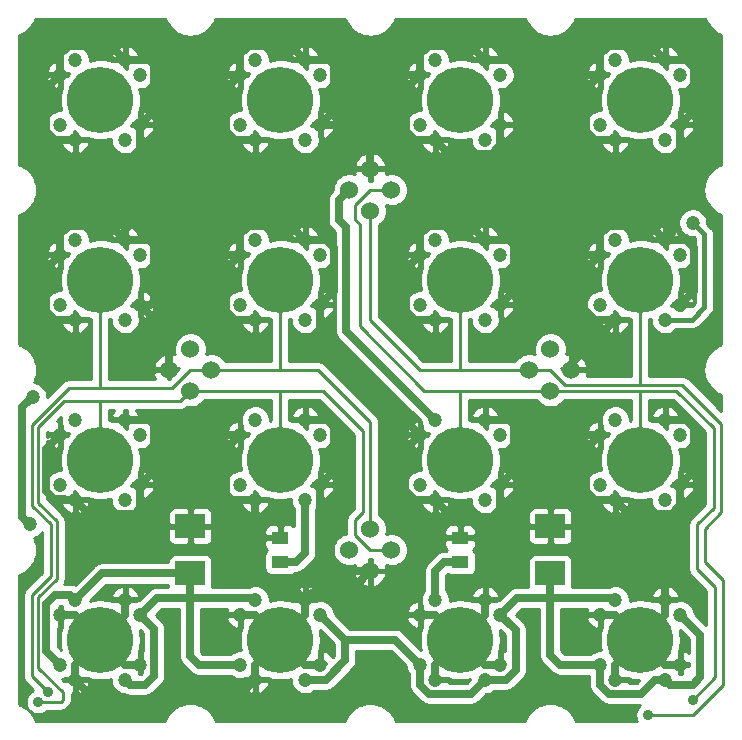
<source format=gbl>
%TF.GenerationSoftware,KiCad,Pcbnew,4.0.7-e1-6374~58~ubuntu16.04.1*%
%TF.CreationDate,2017-08-11T22:02:44+05:30*%
%TF.ProjectId,ultim8x8,756C74696D3878382E6B696361645F70,2.0*%
%TF.FileFunction,Copper,L2,Bot,Signal*%
%FSLAX46Y46*%
G04 Gerber Fmt 4.6, Leading zero omitted, Abs format (unit mm)*
G04 Created by KiCad (PCBNEW 4.0.7-e1-6374~58~ubuntu16.04.1) date Fri Aug 11 22:02:44 2017*
%MOMM*%
%LPD*%
G01*
G04 APERTURE LIST*
%ADD10C,0.254000*%
%ADD11R,1.422400X1.066800*%
%ADD12C,5.600000*%
%ADD13R,2.500000X2.000000*%
%ADD14C,1.200000*%
%ADD15C,1.524000*%
%ADD16C,0.889000*%
%ADD17C,0.635000*%
%ADD18C,0.381000*%
%ADD19C,0.250000*%
G04 APERTURE END LIST*
D10*
D11*
X67310000Y-73914000D03*
X67310000Y-75946000D03*
X52070000Y-73914000D03*
X52070000Y-75946000D03*
D12*
X82550000Y-82550000D03*
X82550000Y-36830000D03*
X67310000Y-67310000D03*
X52070000Y-67310000D03*
X36830000Y-36830000D03*
X36830000Y-82550000D03*
X52070000Y-52070000D03*
X67310000Y-52070000D03*
D13*
X44450000Y-76930000D03*
X44450000Y-72930000D03*
X74930000Y-76930000D03*
X74930000Y-72930000D03*
D14*
X49957056Y-40215736D03*
X48684264Y-38942944D03*
X85935736Y-54182944D03*
X84662944Y-55455736D03*
X84662944Y-48684264D03*
X85935736Y-49957056D03*
X79164264Y-49957056D03*
X80437056Y-48684264D03*
X80437056Y-55455736D03*
X79164264Y-54182944D03*
X63924264Y-49957056D03*
X65197056Y-48684264D03*
X49957056Y-70695736D03*
X48684264Y-69422944D03*
X40215736Y-54182944D03*
X38942944Y-55455736D03*
X38942944Y-48684264D03*
X40215736Y-49957056D03*
X33444264Y-49957056D03*
X34717056Y-48684264D03*
X34717056Y-55455736D03*
X33444264Y-54182944D03*
X85935736Y-69422944D03*
X84662944Y-70695736D03*
X84662944Y-63924264D03*
X85935736Y-65197056D03*
X85935736Y-38942944D03*
X84662944Y-40215736D03*
X84662944Y-33444264D03*
X85935736Y-34717056D03*
X79164264Y-34717056D03*
X80437056Y-33444264D03*
X80437056Y-40215736D03*
X79164264Y-38942944D03*
X79164264Y-65197056D03*
X80437056Y-63924264D03*
X80437056Y-70695736D03*
X79164264Y-69422944D03*
X79164264Y-80437056D03*
X80437056Y-79164264D03*
X69422944Y-79164264D03*
X70695736Y-80437056D03*
X70695736Y-69422944D03*
X69422944Y-70695736D03*
X69422944Y-63924264D03*
X70695736Y-65197056D03*
X70695736Y-54182944D03*
X69422944Y-55455736D03*
X70695736Y-38942944D03*
X69422944Y-40215736D03*
X69422944Y-33444264D03*
X70695736Y-34717056D03*
X63924264Y-34717056D03*
X65197056Y-33444264D03*
X65197056Y-40215736D03*
X63924264Y-38942944D03*
X65197056Y-55455736D03*
X63924264Y-54182944D03*
X63924264Y-65197056D03*
X65197056Y-63924264D03*
X65197056Y-70695736D03*
X63924264Y-69422944D03*
X63924264Y-80437056D03*
X65197056Y-79164264D03*
X54182944Y-79164264D03*
X55455736Y-80437056D03*
X55455736Y-69422944D03*
X54182944Y-70695736D03*
X54182944Y-63924264D03*
X55455736Y-65197056D03*
X55455736Y-54182944D03*
X54182944Y-55455736D03*
X54182944Y-48684264D03*
X55455736Y-49957056D03*
X55455736Y-38942944D03*
X54182944Y-40215736D03*
X54182944Y-33444264D03*
X55455736Y-34717056D03*
X48684264Y-34717056D03*
X49957056Y-33444264D03*
X48684264Y-49957056D03*
X49957056Y-48684264D03*
X49957056Y-55455736D03*
X48684264Y-54182944D03*
X48684264Y-65197056D03*
X49957056Y-63924264D03*
X48684264Y-80437056D03*
X49957056Y-79164264D03*
X38942944Y-79164264D03*
X40215736Y-80437056D03*
X40215736Y-69422944D03*
X38942944Y-70695736D03*
X38942944Y-63924264D03*
X40215736Y-65197056D03*
X40215736Y-38942944D03*
X38942944Y-40215736D03*
X38942944Y-33444264D03*
X40215736Y-34717056D03*
X33444264Y-34717056D03*
X34717056Y-33444264D03*
X34717056Y-40215736D03*
X33444264Y-38942944D03*
X34717056Y-70695736D03*
X33444264Y-69422944D03*
X33444264Y-80437056D03*
X34717056Y-79164264D03*
X33444264Y-65197056D03*
X34717056Y-63924264D03*
X34717056Y-85935736D03*
X33444264Y-84662944D03*
X40215736Y-84662944D03*
X38942944Y-85935736D03*
X49957056Y-85935736D03*
X48684264Y-84662944D03*
X55455736Y-84662944D03*
X54182944Y-85935736D03*
X65197056Y-85935736D03*
X63924264Y-84662944D03*
X70695736Y-84662944D03*
X69422944Y-85935736D03*
X80437056Y-85935736D03*
X79164264Y-84662944D03*
X85935736Y-84662944D03*
X84662944Y-85935736D03*
X69422944Y-48684264D03*
X70695736Y-49957056D03*
X84662944Y-79164264D03*
X85935736Y-80437056D03*
D15*
X44450000Y-61486051D03*
X42653949Y-59690000D03*
X44450000Y-57893949D03*
X46246051Y-59690000D03*
X57893949Y-44450000D03*
X59690000Y-42653949D03*
X61486051Y-44450000D03*
X59690000Y-46246051D03*
X59690000Y-73133949D03*
X61486051Y-74930000D03*
X59690000Y-76726051D03*
X57893949Y-74930000D03*
X76726051Y-59690000D03*
X74930000Y-61486051D03*
X73133949Y-59690000D03*
X74930000Y-57893949D03*
D12*
X36830000Y-52070000D03*
X82550000Y-52070000D03*
X36830000Y-67310000D03*
X82550000Y-67310000D03*
X67310000Y-36830000D03*
X52070000Y-36830000D03*
X52070000Y-82550000D03*
X67310000Y-82550000D03*
D14*
X86995000Y-47244000D03*
X30861000Y-72771000D03*
X31115000Y-61976000D03*
D16*
X31576780Y-87803243D03*
X32385008Y-86977723D03*
X86995000Y-87630000D03*
X83185000Y-88900000D03*
D17*
X33444264Y-65197056D02*
X32272763Y-66368557D01*
X32272763Y-66368557D02*
X32272763Y-69985265D01*
X32881943Y-70594445D02*
X33767237Y-70594445D01*
X33767237Y-70594445D02*
X33868528Y-70695736D01*
X32272763Y-69985265D02*
X32881943Y-70594445D01*
X33868528Y-70695736D02*
X34717056Y-70695736D01*
X85210502Y-71882000D02*
X84709000Y-71882000D01*
X84709000Y-71882000D02*
X81623320Y-71882000D01*
X84662944Y-79164264D02*
X84662944Y-71928056D01*
X84662944Y-71928056D02*
X84709000Y-71882000D01*
X63924264Y-65197056D02*
X55455736Y-56728528D01*
X55455736Y-56728528D02*
X55455736Y-54182944D01*
X38942944Y-48684264D02*
X38942944Y-47835736D01*
X38942944Y-47835736D02*
X40215736Y-46562944D01*
X40215736Y-46562944D02*
X40215736Y-38942944D01*
X85262943Y-44277057D02*
X85935736Y-43604264D01*
X85935736Y-43604264D02*
X85935736Y-38942944D01*
X84662944Y-48684264D02*
X85262943Y-48084265D01*
X85262943Y-48084265D02*
X85262943Y-44277057D01*
X68236680Y-32258000D02*
X64649498Y-32258000D01*
X64649498Y-32258000D02*
X63924264Y-32983234D01*
X63924264Y-32983234D02*
X63924264Y-34717056D01*
X69422944Y-33444264D02*
X68236680Y-32258000D01*
X79164264Y-34717056D02*
X73833056Y-34717056D01*
X73833056Y-34717056D02*
X72560264Y-33444264D01*
X69422944Y-33444264D02*
X72560264Y-33444264D01*
X66383320Y-41402000D02*
X69970502Y-41402000D01*
X69970502Y-41402000D02*
X70695736Y-40676766D01*
X70695736Y-40676766D02*
X70695736Y-38942944D01*
X65197056Y-40215736D02*
X66383320Y-41402000D01*
X62738000Y-35903320D02*
X62738000Y-39490502D01*
X63463234Y-40215736D02*
X65197056Y-40215736D01*
X62738000Y-39490502D02*
X63463234Y-40215736D01*
X63924264Y-34717056D02*
X62738000Y-35903320D01*
X63924264Y-34717056D02*
X60244056Y-34717056D01*
X60244056Y-34717056D02*
X58971264Y-33444264D01*
X38942944Y-33444264D02*
X41402000Y-33444264D01*
X41402000Y-33444264D02*
X43096264Y-33444264D01*
X41387237Y-37771443D02*
X41387237Y-33459027D01*
X40215736Y-38942944D02*
X41387237Y-37771443D01*
X41387237Y-33459027D02*
X41402000Y-33444264D01*
X48684264Y-34717056D02*
X44369056Y-34717056D01*
X44369056Y-34717056D02*
X43096264Y-33444264D01*
X54182944Y-33444264D02*
X56515000Y-33444264D01*
X56515000Y-33444264D02*
X58971264Y-33444264D01*
X55455736Y-38942944D02*
X56627237Y-37771443D01*
X56627237Y-37771443D02*
X56627237Y-33556501D01*
X56627237Y-33556501D02*
X56515000Y-33444264D01*
X47498000Y-35903320D02*
X47498000Y-39490502D01*
X47498000Y-39490502D02*
X48223234Y-40215736D01*
X48223234Y-40215736D02*
X49957056Y-40215736D01*
X48684264Y-34717056D02*
X47498000Y-35903320D01*
X54182944Y-33444264D02*
X53011443Y-32272763D01*
X53011443Y-32272763D02*
X49394735Y-32272763D01*
X49394735Y-32272763D02*
X48684264Y-32983234D01*
X48684264Y-32983234D02*
X48684264Y-34717056D01*
X38942944Y-33444264D02*
X37771443Y-32272763D01*
X37771443Y-32272763D02*
X34154735Y-32272763D01*
X34154735Y-32272763D02*
X33444264Y-32983234D01*
X33444264Y-32983234D02*
X33444264Y-34717056D01*
X32272763Y-35888557D02*
X32272763Y-39497000D01*
X34717056Y-40215736D02*
X32991499Y-40215736D01*
X32991499Y-40215736D02*
X32272763Y-39497000D01*
X32258000Y-51143320D02*
X32258000Y-54730502D01*
X32983234Y-55455736D02*
X34717056Y-55455736D01*
X32258000Y-54730502D02*
X32983234Y-55455736D01*
X33444264Y-49957056D02*
X32258000Y-51143320D01*
X37756680Y-47498000D02*
X34169498Y-47498000D01*
X34169498Y-47498000D02*
X33444264Y-48223234D01*
X33444264Y-48223234D02*
X33444264Y-49957056D01*
X38942944Y-48684264D02*
X37756680Y-47498000D01*
X48684264Y-49957056D02*
X44115056Y-49957056D01*
X44115056Y-49957056D02*
X42842264Y-48684264D01*
X42842264Y-48684264D02*
X41275000Y-48684264D01*
X38942944Y-48684264D02*
X41275000Y-48684264D01*
X41387237Y-48796501D02*
X41275000Y-48684264D01*
X40215736Y-54182944D02*
X41064264Y-54182944D01*
X41064264Y-54182944D02*
X41387237Y-53859971D01*
X41387237Y-53859971D02*
X41387237Y-48796501D01*
X48684264Y-49957056D02*
X47512763Y-51128557D01*
X47512763Y-51128557D02*
X47512763Y-54745265D01*
X48223234Y-55455736D02*
X49957056Y-55455736D01*
X47512763Y-54745265D02*
X48223234Y-55455736D01*
X52996680Y-47498000D02*
X49409498Y-47498000D01*
X49409498Y-47498000D02*
X48684264Y-48223234D01*
X48684264Y-48223234D02*
X48684264Y-49957056D01*
X54182944Y-48684264D02*
X52996680Y-47498000D01*
X56642000Y-52996680D02*
X56642000Y-49409498D01*
X56642000Y-49409498D02*
X55916766Y-48684264D01*
X55916766Y-48684264D02*
X54182944Y-48684264D01*
X55455736Y-54182944D02*
X56642000Y-52996680D01*
X65197056Y-55455736D02*
X63463234Y-55455736D01*
X63463234Y-55455736D02*
X62738000Y-54730502D01*
X62738000Y-54730502D02*
X62738000Y-51143320D01*
X62738000Y-51143320D02*
X63924264Y-49957056D01*
X68236680Y-47498000D02*
X64649498Y-47498000D01*
X64649498Y-47498000D02*
X63924264Y-48223234D01*
X63924264Y-48223234D02*
X63924264Y-49957056D01*
X69422944Y-48684264D02*
X68236680Y-47498000D01*
X69422944Y-48684264D02*
X71882000Y-48684264D01*
X71882000Y-48684264D02*
X73449264Y-48684264D01*
X70695736Y-54182944D02*
X71882000Y-52996680D01*
X71882000Y-52996680D02*
X71882000Y-48684264D01*
X73449264Y-48684264D02*
X74722056Y-49957056D01*
X74722056Y-49957056D02*
X79164264Y-49957056D01*
X69422944Y-63924264D02*
X72009000Y-63924264D01*
X72009000Y-63924264D02*
X73195264Y-63924264D01*
X71882000Y-68236680D02*
X71882000Y-64051264D01*
X71882000Y-64051264D02*
X72009000Y-63924264D01*
X73195264Y-63924264D02*
X74468056Y-65197056D01*
X74468056Y-65197056D02*
X79164264Y-65197056D01*
X40894000Y-88011000D02*
X36792320Y-88011000D01*
X36792320Y-88011000D02*
X34717056Y-85935736D01*
X42369265Y-86535735D02*
X40894000Y-88011000D01*
X49957056Y-85935736D02*
X49357057Y-86535735D01*
X49357057Y-86535735D02*
X42369265Y-86535735D01*
X52021265Y-78564265D02*
X49957056Y-76500056D01*
X49957056Y-76500056D02*
X49957056Y-70695736D01*
X54182944Y-79164264D02*
X53582945Y-78564265D01*
X53582945Y-78564265D02*
X52021265Y-78564265D01*
X57422051Y-76726051D02*
X55455736Y-74759736D01*
X55455736Y-74759736D02*
X55455736Y-69422944D01*
X59690000Y-76726051D02*
X57422051Y-76726051D01*
X80437056Y-40215736D02*
X78703234Y-40215736D01*
X78703234Y-40215736D02*
X77992763Y-39505265D01*
X77992763Y-39505265D02*
X77992763Y-35888557D01*
X77992763Y-35888557D02*
X79164264Y-34717056D01*
X83476680Y-32258000D02*
X79889498Y-32258000D01*
X79889498Y-32258000D02*
X79164264Y-32983234D01*
X79164264Y-32983234D02*
X79164264Y-34717056D01*
X84662944Y-33444264D02*
X83476680Y-32258000D01*
X87107237Y-37771443D02*
X87107237Y-34163000D01*
X84662944Y-33444264D02*
X86388501Y-33444264D01*
X86388501Y-33444264D02*
X87107237Y-34163000D01*
X87122000Y-52996680D02*
X87122000Y-49409498D01*
X87122000Y-49409498D02*
X86396766Y-48684264D01*
X86396766Y-48684264D02*
X84662944Y-48684264D01*
X85935736Y-54182944D02*
X87122000Y-52996680D01*
X83476680Y-47498000D02*
X79889498Y-47498000D01*
X79889498Y-47498000D02*
X79164264Y-48223234D01*
X79164264Y-48223234D02*
X79164264Y-49957056D01*
X84662944Y-48684264D02*
X83476680Y-47498000D01*
X77724000Y-54483000D02*
X78696736Y-55455736D01*
X78696736Y-55455736D02*
X80437056Y-55455736D01*
X77724000Y-51397320D02*
X77724000Y-54483000D01*
X79164264Y-49957056D02*
X77724000Y-51397320D01*
X87122000Y-68236680D02*
X87122000Y-64649498D01*
X87122000Y-64649498D02*
X86396766Y-63924264D01*
X86396766Y-63924264D02*
X84662944Y-63924264D01*
X85935736Y-69422944D02*
X87122000Y-68236680D01*
X85935736Y-69422944D02*
X85935736Y-71156766D01*
X85935736Y-71156766D02*
X85210502Y-71882000D01*
X81623320Y-71882000D02*
X80437056Y-70695736D01*
X80437056Y-70695736D02*
X78703234Y-70695736D01*
X78703234Y-70695736D02*
X77978000Y-69970502D01*
X77978000Y-66383320D02*
X77978000Y-69970502D01*
X79164264Y-65197056D02*
X77978000Y-66383320D01*
X71070238Y-63924264D02*
X69422944Y-63924264D01*
X70695736Y-69422944D02*
X71882000Y-68236680D01*
X69850000Y-72390000D02*
X70695736Y-71544264D01*
X70695736Y-71544264D02*
X70695736Y-69422944D01*
X69850000Y-72390000D02*
X66891320Y-72390000D01*
X62611000Y-66510320D02*
X62611000Y-69843502D01*
X62611000Y-69843502D02*
X63463234Y-70695736D01*
X63463234Y-70695736D02*
X65197056Y-70695736D01*
X63924264Y-65197056D02*
X62611000Y-66510320D01*
X55455736Y-69422944D02*
X56627237Y-68251443D01*
X56627237Y-68251443D02*
X56627237Y-64501237D01*
X56627237Y-64501237D02*
X56050264Y-63924264D01*
X56050264Y-63924264D02*
X54182944Y-63924264D01*
X47498000Y-70231000D02*
X47962736Y-70695736D01*
X47962736Y-70695736D02*
X49957056Y-70695736D01*
X47498000Y-66383320D02*
X47498000Y-70231000D01*
X48684264Y-65197056D02*
X47498000Y-66383320D01*
X38942944Y-63924264D02*
X41275000Y-63924264D01*
X41275000Y-63924264D02*
X43350264Y-63924264D01*
X40215736Y-69422944D02*
X41387237Y-68251443D01*
X41387237Y-68251443D02*
X41387237Y-64036501D01*
X41387237Y-64036501D02*
X41275000Y-63924264D01*
X39751000Y-71882000D02*
X40215736Y-71417264D01*
X40215736Y-71417264D02*
X40215736Y-69422944D01*
X35903320Y-71882000D02*
X39751000Y-71882000D01*
X34717056Y-70695736D02*
X35903320Y-71882000D01*
X49957056Y-85935736D02*
X49957056Y-84662944D01*
X49957056Y-84662944D02*
X52070000Y-82550000D01*
X55455736Y-84662944D02*
X54182944Y-84662944D01*
X54182944Y-84662944D02*
X52070000Y-82550000D01*
X54182944Y-79164264D02*
X54182944Y-80437056D01*
X54182944Y-80437056D02*
X52070000Y-82550000D01*
X48684264Y-80437056D02*
X49957056Y-80437056D01*
X49957056Y-80437056D02*
X52070000Y-82550000D01*
X65197056Y-85935736D02*
X65197056Y-84662944D01*
X65197056Y-84662944D02*
X67310000Y-82550000D01*
X70695736Y-84662944D02*
X69422944Y-84662944D01*
X69422944Y-84662944D02*
X67310000Y-82550000D01*
X69422944Y-79164264D02*
X69422944Y-80437056D01*
X69422944Y-80437056D02*
X67310000Y-82550000D01*
X63924264Y-80437056D02*
X65197056Y-80437056D01*
X65197056Y-80437056D02*
X67310000Y-82550000D01*
X59690000Y-42653949D02*
X59690000Y-41275000D01*
X59690000Y-41275000D02*
X57357944Y-38942944D01*
X57357944Y-38942944D02*
X55455736Y-38942944D01*
X42653949Y-59690000D02*
X42653949Y-56621157D01*
X42653949Y-56621157D02*
X40215736Y-54182944D01*
X43350264Y-63924264D02*
X44623056Y-65197056D01*
X44623056Y-65197056D02*
X48684264Y-65197056D01*
X76726051Y-59690000D02*
X76726051Y-59166741D01*
X76726051Y-59166741D02*
X80437056Y-55455736D01*
X54182944Y-79164264D02*
X54782943Y-78564265D01*
X54782943Y-78564265D02*
X57851786Y-78564265D01*
X57851786Y-78564265D02*
X59690000Y-76726051D01*
X33444264Y-34717056D02*
X32272763Y-35888557D01*
X85935736Y-38942944D02*
X87107237Y-37771443D01*
X38942944Y-79164264D02*
X38942944Y-80437056D01*
X38942944Y-80437056D02*
X36830000Y-82550000D01*
X34717056Y-85935736D02*
X34717056Y-84662944D01*
X34717056Y-84662944D02*
X36830000Y-82550000D01*
X80437056Y-85935736D02*
X80437056Y-84662944D01*
X80437056Y-84662944D02*
X82550000Y-82550000D01*
X84662944Y-79164264D02*
X84662944Y-80437056D01*
X84662944Y-80437056D02*
X82550000Y-82550000D01*
X85935736Y-84662944D02*
X84662944Y-84662944D01*
X84662944Y-84662944D02*
X82550000Y-82550000D01*
X79164264Y-80437056D02*
X80437056Y-80437056D01*
X80437056Y-80437056D02*
X82550000Y-82550000D01*
X40215736Y-84662944D02*
X38942944Y-84662944D01*
X38942944Y-84662944D02*
X36830000Y-82550000D01*
X33444264Y-80437056D02*
X34717056Y-80437056D01*
X34717056Y-80437056D02*
X36830000Y-82550000D01*
X66891320Y-72390000D02*
X65197056Y-70695736D01*
D18*
X87975999Y-48224999D02*
X87594999Y-47843999D01*
X87975999Y-54391001D02*
X87975999Y-48224999D01*
X86911264Y-55455736D02*
X87975999Y-54391001D01*
X84662944Y-55455736D02*
X86911264Y-55455736D01*
X87594999Y-47843999D02*
X86995000Y-47244000D01*
D17*
X57893949Y-44450000D02*
X57023000Y-45320949D01*
X57023000Y-45320949D02*
X57023000Y-46990000D01*
X57023000Y-46990000D02*
X57658000Y-47625000D01*
X57658000Y-47625000D02*
X57658000Y-56385208D01*
X57658000Y-56385208D02*
X65197056Y-63924264D01*
X30226000Y-72136000D02*
X30861000Y-72771000D01*
X30226000Y-62865000D02*
X30226000Y-72136000D01*
X31115000Y-61976000D02*
X30226000Y-62865000D01*
X44450000Y-76930000D02*
X36951320Y-76930000D01*
X36951320Y-76930000D02*
X34717056Y-79164264D01*
X82628152Y-87122000D02*
X79889498Y-87122000D01*
X79889498Y-87122000D02*
X79164264Y-86396766D01*
X79164264Y-86396766D02*
X79164264Y-84662944D01*
X84662944Y-85935736D02*
X83814416Y-85935736D01*
X83814416Y-85935736D02*
X82628152Y-87122000D01*
X72009000Y-85083502D02*
X72009000Y-81750320D01*
X72009000Y-81750320D02*
X70695736Y-80437056D01*
X69422944Y-85935736D02*
X71156766Y-85935736D01*
X71156766Y-85935736D02*
X72009000Y-85083502D01*
X63924264Y-84662944D02*
X63924264Y-86396766D01*
X63924264Y-86396766D02*
X64649498Y-87122000D01*
X68236680Y-87122000D02*
X64649498Y-87122000D01*
X69422944Y-85935736D02*
X68236680Y-87122000D01*
X54182944Y-85935736D02*
X55916766Y-85935736D01*
X55916766Y-85935736D02*
X57568680Y-84283822D01*
X57568680Y-84283822D02*
X57568680Y-82550000D01*
X61811320Y-82550000D02*
X57568680Y-82550000D01*
X57568680Y-82550000D02*
X55455736Y-80437056D01*
X63924264Y-84662944D02*
X61811320Y-82550000D01*
X48684264Y-84662944D02*
X45165944Y-84662944D01*
X45165944Y-84662944D02*
X44450000Y-83947000D01*
X44450000Y-83947000D02*
X44450000Y-78994000D01*
X74930000Y-76930000D02*
X74930000Y-78994000D01*
X44450000Y-76930000D02*
X44450000Y-78994000D01*
X74930000Y-78994000D02*
X80266792Y-78994000D01*
X80266792Y-78994000D02*
X80437056Y-79164264D01*
X75772944Y-84662944D02*
X74930000Y-83820000D01*
X74930000Y-83820000D02*
X74930000Y-78994000D01*
X79164264Y-84662944D02*
X75772944Y-84662944D01*
X44450000Y-78994000D02*
X41658792Y-78994000D01*
X41658792Y-78994000D02*
X40215736Y-80437056D01*
X74930000Y-78994000D02*
X72138792Y-78994000D01*
X72138792Y-78994000D02*
X70695736Y-80437056D01*
X65197056Y-79164264D02*
X65197056Y-76712744D01*
X65197056Y-76712744D02*
X65963800Y-75946000D01*
X65963800Y-75946000D02*
X67310000Y-75946000D01*
X54182944Y-70695736D02*
X54182944Y-75179256D01*
X54182944Y-75179256D02*
X53416200Y-75946000D01*
X53416200Y-75946000D02*
X52070000Y-75946000D01*
X44450000Y-78994000D02*
X49786792Y-78994000D01*
X49786792Y-78994000D02*
X49957056Y-79164264D01*
X85935736Y-80437056D02*
X87630000Y-82131320D01*
X87630000Y-82131320D02*
X87630000Y-85725000D01*
X87630000Y-85725000D02*
X86995000Y-86360000D01*
X86995000Y-86360000D02*
X85087208Y-86360000D01*
X85087208Y-86360000D02*
X84662944Y-85935736D01*
X40215736Y-80437056D02*
X41387237Y-81608557D01*
X40640000Y-86360000D02*
X39367208Y-86360000D01*
X41387237Y-85612763D02*
X40640000Y-86360000D01*
X41387237Y-81608557D02*
X41387237Y-85612763D01*
X39367208Y-86360000D02*
X38942944Y-85935736D01*
X33444264Y-84662944D02*
X32272763Y-83491443D01*
X32272763Y-83491443D02*
X32272763Y-79487237D01*
X32272763Y-79487237D02*
X33020000Y-78740000D01*
X33020000Y-78740000D02*
X34290000Y-78740000D01*
X34290000Y-78740000D02*
X34714264Y-79164264D01*
X34714264Y-79164264D02*
X34717056Y-79164264D01*
D10*
X33147010Y-77377667D02*
X33147010Y-72517010D01*
X33147010Y-72517010D02*
X31574254Y-70944254D01*
X36830000Y-62357000D02*
X33782000Y-62357000D01*
X31574252Y-84914252D02*
X33655000Y-86995000D01*
X33782000Y-62357000D02*
X31574253Y-64564747D01*
X31574253Y-64564747D02*
X31574254Y-70944254D01*
X31574252Y-78950425D02*
X31574252Y-84914252D01*
X33655000Y-87630000D02*
X33481757Y-87803243D01*
X33147010Y-77377667D02*
X31574252Y-78950425D01*
X33655000Y-86995000D02*
X33655000Y-87630000D01*
X33481757Y-87803243D02*
X31576780Y-87803243D01*
X43579051Y-62357000D02*
X36830000Y-62357000D01*
X36830000Y-67310000D02*
X36830000Y-62357000D01*
X44450000Y-61486051D02*
X43579051Y-62357000D01*
X52070000Y-61486051D02*
X55651513Y-61486051D01*
X55651513Y-61486051D02*
X59055000Y-64889538D01*
X59055000Y-64889538D02*
X59055000Y-71755000D01*
X59055000Y-71755000D02*
X58420000Y-72390000D01*
X58420000Y-72390000D02*
X58420000Y-73660000D01*
X58420000Y-73660000D02*
X59690000Y-74930000D01*
X59690000Y-74930000D02*
X61486051Y-74930000D01*
X44450000Y-61486051D02*
X52070000Y-61486051D01*
X52070000Y-67310000D02*
X52070000Y-61486051D01*
X36830000Y-61214000D02*
X34206564Y-61214000D01*
X34206564Y-61214000D02*
X31066244Y-64354320D01*
X32639000Y-72771000D02*
X32639000Y-77167241D01*
X31066244Y-64354320D02*
X31066244Y-71198244D01*
X31066244Y-71198244D02*
X32639000Y-72771000D01*
X32639000Y-77167241D02*
X31066241Y-78740000D01*
X31066241Y-78740000D02*
X31066241Y-85658956D01*
X31066241Y-85658956D02*
X32385008Y-86977723D01*
X42926000Y-61214000D02*
X36830000Y-61214000D01*
X36830000Y-52070000D02*
X36830000Y-61214000D01*
X44450000Y-59690000D02*
X42926000Y-61214000D01*
X46246051Y-59690000D02*
X44450000Y-59690000D01*
X52070000Y-52070000D02*
X52070000Y-59690000D01*
X46246051Y-59690000D02*
X52070000Y-59690000D01*
X52070000Y-59690000D02*
X55245000Y-59690000D01*
X55245000Y-59690000D02*
X59690000Y-64135000D01*
X59690000Y-73133949D02*
X59690000Y-64135000D01*
X67310000Y-61486051D02*
X64280051Y-61486051D01*
X64280051Y-61486051D02*
X58801000Y-56007000D01*
X58801000Y-56007000D02*
X58801000Y-47371000D01*
X58801000Y-47371000D02*
X58420000Y-46990000D01*
X58420000Y-45720000D02*
X59690000Y-44450000D01*
X58420000Y-46990000D02*
X58420000Y-45720000D01*
X59690000Y-44450000D02*
X61486051Y-44450000D01*
X86995000Y-87630000D02*
X88900000Y-85725000D01*
X85616051Y-61486051D02*
X82550000Y-61486051D01*
X88900000Y-85725000D02*
X88900000Y-78105000D01*
X88900000Y-78105000D02*
X87376000Y-76581000D01*
X87376000Y-76581000D02*
X87376000Y-72771000D01*
X87376000Y-72771000D02*
X88773000Y-71374000D01*
X88773000Y-64643000D02*
X85616051Y-61486051D01*
X88773000Y-71374000D02*
X88773000Y-64643000D01*
X74930000Y-61486051D02*
X82550000Y-61486051D01*
X82550000Y-67310000D02*
X82550000Y-61486051D01*
X74930000Y-61486051D02*
X67310000Y-61486051D01*
X67310000Y-67310000D02*
X67310000Y-61486051D01*
X59690000Y-46246051D02*
X59690000Y-55499000D01*
X63881000Y-59690000D02*
X67310000Y-59690000D01*
X59690000Y-55499000D02*
X63881000Y-59690000D01*
X86106000Y-60960000D02*
X82550000Y-60960000D01*
X82550000Y-60960000D02*
X76200000Y-60960000D01*
X82550000Y-52070000D02*
X82550000Y-56029797D01*
X82550000Y-56029797D02*
X82550000Y-60960000D01*
X83185000Y-88900000D02*
X86995000Y-88900000D01*
X86995000Y-88900000D02*
X89535000Y-86360000D01*
X89408000Y-64262000D02*
X86106000Y-60960000D01*
X89535000Y-86360000D02*
X89535000Y-77470000D01*
X89535000Y-77470000D02*
X88011000Y-75946000D01*
X89408000Y-71755000D02*
X89408000Y-64262000D01*
X88011000Y-75946000D02*
X88011000Y-73152000D01*
X88011000Y-73152000D02*
X89408000Y-71755000D01*
X76200000Y-60960000D02*
X74930000Y-59690000D01*
X74930000Y-59690000D02*
X73133949Y-59690000D01*
X73133949Y-59690000D02*
X67310000Y-59690000D01*
X67310000Y-52070000D02*
X67310000Y-59690000D01*
D19*
G36*
X31887000Y-76855753D02*
X30534497Y-78208256D01*
X30490415Y-78261922D01*
X30445756Y-78315145D01*
X30443851Y-78318611D01*
X30441341Y-78321666D01*
X30408521Y-78382875D01*
X30375051Y-78443756D01*
X30373855Y-78447526D01*
X30371987Y-78451010D01*
X30351679Y-78517434D01*
X30330674Y-78583650D01*
X30330233Y-78587579D01*
X30329077Y-78591361D01*
X30322061Y-78660439D01*
X30314314Y-78729500D01*
X30314260Y-78737235D01*
X30314246Y-78737375D01*
X30314258Y-78737506D01*
X30314241Y-78740000D01*
X30314241Y-85658956D01*
X30321019Y-85728082D01*
X30327074Y-85797287D01*
X30328177Y-85801084D01*
X30328563Y-85805020D01*
X30348650Y-85871551D01*
X30368020Y-85938225D01*
X30369838Y-85941733D01*
X30370982Y-85945521D01*
X30403595Y-86006857D01*
X30435560Y-86068524D01*
X30438028Y-86071616D01*
X30439884Y-86075106D01*
X30483772Y-86128918D01*
X30527124Y-86183224D01*
X30532550Y-86188726D01*
X30532644Y-86188841D01*
X30532751Y-86188929D01*
X30534497Y-86190700D01*
X31161344Y-86817547D01*
X31078887Y-86850862D01*
X30903385Y-86965708D01*
X30753531Y-87112455D01*
X30635035Y-87285514D01*
X30552410Y-87478294D01*
X30508802Y-87683450D01*
X30505874Y-87893169D01*
X30543736Y-88099464D01*
X30620946Y-88294475D01*
X30734564Y-88470775D01*
X30880262Y-88621649D01*
X31052489Y-88741351D01*
X31244687Y-88825320D01*
X31449534Y-88870358D01*
X31659228Y-88874751D01*
X31865781Y-88838330D01*
X32061327Y-88762483D01*
X32238416Y-88650098D01*
X32338024Y-88555243D01*
X33481757Y-88555243D01*
X33550883Y-88548465D01*
X33620088Y-88542410D01*
X33623885Y-88541307D01*
X33627821Y-88540921D01*
X33694352Y-88520834D01*
X33761026Y-88501464D01*
X33764534Y-88499646D01*
X33768322Y-88498502D01*
X33829658Y-88465889D01*
X33891325Y-88433924D01*
X33894417Y-88431456D01*
X33897907Y-88429600D01*
X33951719Y-88385712D01*
X34006025Y-88342360D01*
X34011527Y-88336934D01*
X34011642Y-88336840D01*
X34011730Y-88336733D01*
X34013501Y-88334987D01*
X34186745Y-88161744D01*
X34230851Y-88108048D01*
X34275485Y-88054855D01*
X34277390Y-88051390D01*
X34279900Y-88048334D01*
X34312739Y-87987090D01*
X34346190Y-87926244D01*
X34347385Y-87922478D01*
X34349255Y-87918990D01*
X34369577Y-87852520D01*
X34390567Y-87786350D01*
X34391008Y-87782421D01*
X34392164Y-87778639D01*
X34399185Y-87709521D01*
X34406927Y-87640500D01*
X34406981Y-87632775D01*
X34406996Y-87632624D01*
X34406983Y-87632484D01*
X34407000Y-87630000D01*
X34407000Y-87122464D01*
X34592056Y-87003119D01*
X34592056Y-86237515D01*
X34702915Y-86126656D01*
X34636995Y-86060736D01*
X34842056Y-86060736D01*
X34842056Y-87003119D01*
X35032081Y-87125669D01*
X35258172Y-87041346D01*
X35463468Y-86914536D01*
X35640080Y-86750111D01*
X35781221Y-86554390D01*
X35881467Y-86334894D01*
X35906989Y-86250761D01*
X35784439Y-86060736D01*
X34842056Y-86060736D01*
X34636995Y-86060736D01*
X34526136Y-85949877D01*
X34415277Y-86060736D01*
X33784224Y-86060736D01*
X33602484Y-85878996D01*
X33775285Y-85848527D01*
X33872716Y-85810736D01*
X34415277Y-85810736D01*
X34526136Y-85921595D01*
X34702915Y-85744816D01*
X34592056Y-85633957D01*
X34592056Y-85096866D01*
X34612261Y-85051485D01*
X34624256Y-84998689D01*
X34842056Y-85309576D01*
X34842056Y-85633957D01*
X34731197Y-85744816D01*
X34907976Y-85921595D01*
X35018835Y-85810736D01*
X35780975Y-85810736D01*
X36148657Y-85923453D01*
X36819877Y-85991557D01*
X37491486Y-85927403D01*
X37718841Y-85859165D01*
X37716334Y-86038737D01*
X37759701Y-86275025D01*
X37848137Y-86498390D01*
X37978275Y-86700324D01*
X38145156Y-86873134D01*
X38342424Y-87010239D01*
X38562567Y-87106417D01*
X38797197Y-87158004D01*
X38873484Y-87159602D01*
X38919657Y-87184360D01*
X38995918Y-87226285D01*
X39000640Y-87227783D01*
X39005010Y-87230126D01*
X39088290Y-87255587D01*
X39171251Y-87281904D01*
X39176175Y-87282456D01*
X39180917Y-87283906D01*
X39267543Y-87292705D01*
X39354049Y-87302408D01*
X39363739Y-87302476D01*
X39363919Y-87302494D01*
X39364086Y-87302478D01*
X39367208Y-87302500D01*
X40640000Y-87302500D01*
X40726635Y-87294005D01*
X40813374Y-87286416D01*
X40818131Y-87285034D01*
X40823066Y-87284550D01*
X40906442Y-87259378D01*
X40990014Y-87235098D01*
X40994412Y-87232818D01*
X40999159Y-87231385D01*
X41076052Y-87190500D01*
X41153322Y-87150447D01*
X41157195Y-87147355D01*
X41161572Y-87145028D01*
X41229053Y-87089992D01*
X41297078Y-87035688D01*
X41303975Y-87028886D01*
X41304118Y-87028770D01*
X41304227Y-87028638D01*
X41306448Y-87026448D01*
X42053685Y-86279211D01*
X42077053Y-86250761D01*
X48767123Y-86250761D01*
X48851446Y-86476852D01*
X48978256Y-86682148D01*
X49142681Y-86858760D01*
X49338402Y-86999901D01*
X49557898Y-87100147D01*
X49642031Y-87125669D01*
X49832056Y-87003119D01*
X49832056Y-86060736D01*
X50082056Y-86060736D01*
X50082056Y-87003119D01*
X50272081Y-87125669D01*
X50498172Y-87041346D01*
X50703468Y-86914536D01*
X50880080Y-86750111D01*
X51021221Y-86554390D01*
X51121467Y-86334894D01*
X51146989Y-86250761D01*
X51024439Y-86060736D01*
X50082056Y-86060736D01*
X49832056Y-86060736D01*
X48889673Y-86060736D01*
X48767123Y-86250761D01*
X42077053Y-86250761D01*
X42108934Y-86211949D01*
X42164906Y-86145244D01*
X42167293Y-86140903D01*
X42170440Y-86137071D01*
X42211597Y-86060314D01*
X42253522Y-85984053D01*
X42255020Y-85979331D01*
X42257363Y-85974961D01*
X42282824Y-85891681D01*
X42309141Y-85808720D01*
X42309693Y-85803796D01*
X42311143Y-85799054D01*
X42319942Y-85712428D01*
X42329645Y-85625922D01*
X42329713Y-85616232D01*
X42329731Y-85616052D01*
X42329715Y-85615885D01*
X42329737Y-85612763D01*
X42329737Y-81608557D01*
X42321242Y-81521922D01*
X42313653Y-81435183D01*
X42312271Y-81430426D01*
X42311787Y-81425491D01*
X42286615Y-81342115D01*
X42262335Y-81258543D01*
X42260055Y-81254145D01*
X42258622Y-81249398D01*
X42217737Y-81172505D01*
X42177684Y-81095235D01*
X42174592Y-81091362D01*
X42172265Y-81086985D01*
X42117229Y-81019504D01*
X42062925Y-80951479D01*
X42056123Y-80944582D01*
X42056007Y-80944439D01*
X42055875Y-80944330D01*
X42053685Y-80942109D01*
X41548632Y-80437056D01*
X42049188Y-79936500D01*
X43507500Y-79936500D01*
X43507500Y-83947000D01*
X43515995Y-84033635D01*
X43523584Y-84120374D01*
X43524966Y-84125131D01*
X43525450Y-84130066D01*
X43550622Y-84213442D01*
X43574902Y-84297014D01*
X43577182Y-84301412D01*
X43578615Y-84306159D01*
X43619500Y-84383052D01*
X43659553Y-84460322D01*
X43662645Y-84464195D01*
X43664972Y-84468572D01*
X43720008Y-84536053D01*
X43774312Y-84604078D01*
X43781114Y-84610975D01*
X43781230Y-84611118D01*
X43781362Y-84611227D01*
X43783552Y-84613448D01*
X44499496Y-85329392D01*
X44566758Y-85384641D01*
X44633463Y-85440613D01*
X44637804Y-85443000D01*
X44641636Y-85446147D01*
X44718393Y-85487304D01*
X44794654Y-85529229D01*
X44799376Y-85530727D01*
X44803746Y-85533070D01*
X44887026Y-85558531D01*
X44969987Y-85584848D01*
X44974911Y-85585400D01*
X44979653Y-85586850D01*
X45066279Y-85595649D01*
X45152785Y-85605352D01*
X45162475Y-85605420D01*
X45162655Y-85605438D01*
X45162822Y-85605422D01*
X45165944Y-85605444D01*
X47893817Y-85605444D01*
X48083744Y-85737447D01*
X48303887Y-85833625D01*
X48538517Y-85885212D01*
X48778700Y-85890243D01*
X49015285Y-85848527D01*
X49112716Y-85810736D01*
X49655277Y-85810736D01*
X49766136Y-85921595D01*
X49942915Y-85744816D01*
X49832056Y-85633957D01*
X49832056Y-85096866D01*
X49852261Y-85051485D01*
X49864256Y-84998689D01*
X50082056Y-85309576D01*
X50082056Y-85633957D01*
X49971197Y-85744816D01*
X50147976Y-85921595D01*
X50258835Y-85810736D01*
X51020975Y-85810736D01*
X51388657Y-85923453D01*
X52059877Y-85991557D01*
X52731486Y-85927403D01*
X52958841Y-85859165D01*
X52956334Y-86038737D01*
X52999701Y-86275025D01*
X53088137Y-86498390D01*
X53218275Y-86700324D01*
X53385156Y-86873134D01*
X53582424Y-87010239D01*
X53802567Y-87106417D01*
X54037197Y-87158004D01*
X54277380Y-87163035D01*
X54513965Y-87121319D01*
X54737941Y-87034444D01*
X54940778Y-86905720D01*
X54969639Y-86878236D01*
X55916766Y-86878236D01*
X56003401Y-86869741D01*
X56090140Y-86862152D01*
X56094897Y-86860770D01*
X56099832Y-86860286D01*
X56183208Y-86835114D01*
X56266780Y-86810834D01*
X56271178Y-86808554D01*
X56275925Y-86807121D01*
X56352818Y-86766236D01*
X56430088Y-86726183D01*
X56433961Y-86723091D01*
X56438338Y-86720764D01*
X56505819Y-86665728D01*
X56573844Y-86611424D01*
X56580741Y-86604622D01*
X56580884Y-86604506D01*
X56580993Y-86604374D01*
X56583214Y-86602184D01*
X58235128Y-84950270D01*
X58290377Y-84883008D01*
X58346349Y-84816303D01*
X58348736Y-84811962D01*
X58351883Y-84808130D01*
X58393050Y-84731354D01*
X58434965Y-84655112D01*
X58436462Y-84650392D01*
X58438806Y-84646021D01*
X58464276Y-84562714D01*
X58490584Y-84479779D01*
X58491136Y-84474856D01*
X58492586Y-84470114D01*
X58501386Y-84383478D01*
X58511088Y-84296981D01*
X58511156Y-84287292D01*
X58511174Y-84287112D01*
X58511158Y-84286945D01*
X58511180Y-84283822D01*
X58511180Y-83492500D01*
X61420924Y-83492500D01*
X62698392Y-84769968D01*
X62741021Y-85002233D01*
X62829457Y-85225598D01*
X62959595Y-85427532D01*
X62981764Y-85450489D01*
X62981764Y-86396766D01*
X62990259Y-86483401D01*
X62997848Y-86570140D01*
X62999230Y-86574897D01*
X62999714Y-86579832D01*
X63024886Y-86663208D01*
X63049166Y-86746780D01*
X63051446Y-86751178D01*
X63052879Y-86755925D01*
X63093764Y-86832818D01*
X63133817Y-86910088D01*
X63136909Y-86913961D01*
X63139236Y-86918338D01*
X63194272Y-86985819D01*
X63248576Y-87053844D01*
X63255378Y-87060741D01*
X63255494Y-87060884D01*
X63255626Y-87060993D01*
X63257816Y-87063214D01*
X63983050Y-87788448D01*
X64050312Y-87843697D01*
X64117017Y-87899669D01*
X64121358Y-87902056D01*
X64125190Y-87905203D01*
X64201947Y-87946360D01*
X64278208Y-87988285D01*
X64282930Y-87989783D01*
X64287300Y-87992126D01*
X64370580Y-88017587D01*
X64453541Y-88043904D01*
X64458465Y-88044456D01*
X64463207Y-88045906D01*
X64549833Y-88054705D01*
X64636339Y-88064408D01*
X64646029Y-88064476D01*
X64646209Y-88064494D01*
X64646376Y-88064478D01*
X64649498Y-88064500D01*
X68236680Y-88064500D01*
X68323315Y-88056005D01*
X68410054Y-88048416D01*
X68414811Y-88047034D01*
X68419746Y-88046550D01*
X68503122Y-88021378D01*
X68586694Y-87997098D01*
X68591092Y-87994818D01*
X68595839Y-87993385D01*
X68672732Y-87952500D01*
X68750002Y-87912447D01*
X68753875Y-87909355D01*
X68758252Y-87907028D01*
X68825733Y-87851992D01*
X68893758Y-87797688D01*
X68900655Y-87790886D01*
X68900798Y-87790770D01*
X68900907Y-87790638D01*
X68903128Y-87788448D01*
X69530930Y-87160646D01*
X69753965Y-87121319D01*
X69977941Y-87034444D01*
X70180778Y-86905720D01*
X70209639Y-86878236D01*
X71156766Y-86878236D01*
X71243401Y-86869741D01*
X71330140Y-86862152D01*
X71334897Y-86860770D01*
X71339832Y-86860286D01*
X71423208Y-86835114D01*
X71506780Y-86810834D01*
X71511178Y-86808554D01*
X71515925Y-86807121D01*
X71592818Y-86766236D01*
X71670088Y-86726183D01*
X71673961Y-86723091D01*
X71678338Y-86720764D01*
X71745819Y-86665728D01*
X71813844Y-86611424D01*
X71820741Y-86604622D01*
X71820884Y-86604506D01*
X71820993Y-86604374D01*
X71823214Y-86602184D01*
X72675448Y-85749950D01*
X72730697Y-85682688D01*
X72786669Y-85615983D01*
X72789056Y-85611642D01*
X72792203Y-85607810D01*
X72833360Y-85531053D01*
X72875285Y-85454792D01*
X72876783Y-85450070D01*
X72879126Y-85445700D01*
X72904587Y-85362420D01*
X72930904Y-85279459D01*
X72931456Y-85274535D01*
X72932906Y-85269793D01*
X72941705Y-85183167D01*
X72951408Y-85096661D01*
X72951476Y-85086971D01*
X72951494Y-85086791D01*
X72951478Y-85086624D01*
X72951500Y-85083502D01*
X72951500Y-81750320D01*
X72943005Y-81663685D01*
X72935416Y-81576946D01*
X72934034Y-81572189D01*
X72933550Y-81567254D01*
X72908378Y-81483878D01*
X72884098Y-81400306D01*
X72881818Y-81395908D01*
X72880385Y-81391161D01*
X72839500Y-81314268D01*
X72799447Y-81236998D01*
X72796355Y-81233125D01*
X72794028Y-81228748D01*
X72738992Y-81161267D01*
X72684688Y-81093242D01*
X72677886Y-81086345D01*
X72677770Y-81086202D01*
X72677638Y-81086093D01*
X72675448Y-81083872D01*
X72028632Y-80437056D01*
X72529188Y-79936500D01*
X73987500Y-79936500D01*
X73987500Y-83820000D01*
X73995995Y-83906635D01*
X74003584Y-83993374D01*
X74004966Y-83998131D01*
X74005450Y-84003066D01*
X74030622Y-84086442D01*
X74054902Y-84170014D01*
X74057182Y-84174412D01*
X74058615Y-84179159D01*
X74099500Y-84256052D01*
X74139553Y-84333322D01*
X74142645Y-84337195D01*
X74144972Y-84341572D01*
X74200008Y-84409053D01*
X74254312Y-84477078D01*
X74261114Y-84483975D01*
X74261230Y-84484118D01*
X74261362Y-84484227D01*
X74263552Y-84486448D01*
X75106496Y-85329392D01*
X75173758Y-85384641D01*
X75240463Y-85440613D01*
X75244804Y-85443000D01*
X75248636Y-85446147D01*
X75325393Y-85487304D01*
X75401654Y-85529229D01*
X75406376Y-85530727D01*
X75410746Y-85533070D01*
X75494026Y-85558531D01*
X75576987Y-85584848D01*
X75581911Y-85585400D01*
X75586653Y-85586850D01*
X75673279Y-85595649D01*
X75759785Y-85605352D01*
X75769475Y-85605420D01*
X75769655Y-85605438D01*
X75769822Y-85605422D01*
X75772944Y-85605444D01*
X78221764Y-85605444D01*
X78221764Y-86396766D01*
X78230259Y-86483401D01*
X78237848Y-86570140D01*
X78239230Y-86574897D01*
X78239714Y-86579832D01*
X78264886Y-86663208D01*
X78289166Y-86746780D01*
X78291446Y-86751178D01*
X78292879Y-86755925D01*
X78333764Y-86832818D01*
X78373817Y-86910088D01*
X78376909Y-86913961D01*
X78379236Y-86918338D01*
X78434272Y-86985819D01*
X78488576Y-87053844D01*
X78495378Y-87060741D01*
X78495494Y-87060884D01*
X78495626Y-87060993D01*
X78497816Y-87063214D01*
X79223050Y-87788448D01*
X79290312Y-87843697D01*
X79357017Y-87899669D01*
X79361358Y-87902056D01*
X79365190Y-87905203D01*
X79441947Y-87946360D01*
X79518208Y-87988285D01*
X79522930Y-87989783D01*
X79527300Y-87992126D01*
X79610580Y-88017587D01*
X79693541Y-88043904D01*
X79698465Y-88044456D01*
X79703207Y-88045906D01*
X79789833Y-88054705D01*
X79876339Y-88064408D01*
X79886029Y-88064476D01*
X79886209Y-88064494D01*
X79886376Y-88064478D01*
X79889498Y-88064500D01*
X82509527Y-88064500D01*
X82361751Y-88209212D01*
X82243255Y-88382271D01*
X82160630Y-88575051D01*
X82117022Y-88780207D01*
X82114094Y-88989926D01*
X82151956Y-89196221D01*
X82229166Y-89391232D01*
X82246417Y-89418000D01*
X77072155Y-89418000D01*
X77053288Y-89357052D01*
X77026873Y-89294214D01*
X77001344Y-89231027D01*
X76996415Y-89221756D01*
X76854949Y-88960121D01*
X76816862Y-88903655D01*
X76779517Y-88846585D01*
X76772880Y-88838448D01*
X76583290Y-88609272D01*
X76534949Y-88561268D01*
X76487240Y-88512548D01*
X76479149Y-88505856D01*
X76248655Y-88317869D01*
X76191871Y-88280142D01*
X76135647Y-88241645D01*
X76126411Y-88236651D01*
X75863793Y-88097015D01*
X75800815Y-88071058D01*
X75738135Y-88044193D01*
X75728104Y-88041088D01*
X75443366Y-87955120D01*
X75376523Y-87941885D01*
X75309837Y-87927710D01*
X75299400Y-87926614D01*
X75299397Y-87926613D01*
X75299394Y-87926613D01*
X75003382Y-87897589D01*
X74970540Y-87897589D01*
X74937885Y-87894041D01*
X74927385Y-87894005D01*
X74916746Y-87894042D01*
X74884061Y-87897361D01*
X74851206Y-87897132D01*
X74840756Y-87898157D01*
X74544952Y-87929246D01*
X74478194Y-87942950D01*
X74411235Y-87955723D01*
X74401183Y-87958758D01*
X74117052Y-88046712D01*
X74054214Y-88073127D01*
X73991027Y-88098656D01*
X73981756Y-88103585D01*
X73720121Y-88245051D01*
X73663655Y-88283138D01*
X73606585Y-88320483D01*
X73598448Y-88327120D01*
X73369272Y-88516710D01*
X73321268Y-88565051D01*
X73272548Y-88612760D01*
X73265856Y-88620851D01*
X73077869Y-88851345D01*
X73040142Y-88908129D01*
X73001645Y-88964353D01*
X72996651Y-88973589D01*
X72857015Y-89236207D01*
X72831058Y-89299185D01*
X72804193Y-89361865D01*
X72801088Y-89371896D01*
X72787168Y-89418000D01*
X61831590Y-89418000D01*
X61807561Y-89342250D01*
X61780727Y-89279643D01*
X61754740Y-89216592D01*
X61749745Y-89207355D01*
X61606456Y-88946713D01*
X61567970Y-88890505D01*
X61530231Y-88833703D01*
X61523538Y-88825613D01*
X61332352Y-88597767D01*
X61283686Y-88550110D01*
X61235630Y-88501718D01*
X61227493Y-88495082D01*
X60995692Y-88308709D01*
X60938665Y-88271392D01*
X60882155Y-88233275D01*
X60872889Y-88228349D01*
X60872885Y-88228346D01*
X60872881Y-88228344D01*
X60609298Y-88090546D01*
X60546092Y-88065009D01*
X60483274Y-88038603D01*
X60473222Y-88035568D01*
X60187891Y-87951590D01*
X60120947Y-87938820D01*
X60054175Y-87925113D01*
X60043728Y-87924089D01*
X60043724Y-87924089D01*
X59747517Y-87897132D01*
X59679362Y-87897608D01*
X59611206Y-87897132D01*
X59600756Y-87898157D01*
X59304952Y-87929246D01*
X59238194Y-87942950D01*
X59171235Y-87955723D01*
X59161183Y-87958758D01*
X58877052Y-88046712D01*
X58814214Y-88073127D01*
X58751027Y-88098656D01*
X58741756Y-88103585D01*
X58480121Y-88245051D01*
X58423655Y-88283138D01*
X58366585Y-88320483D01*
X58358448Y-88327120D01*
X58129272Y-88516710D01*
X58081268Y-88565051D01*
X58032548Y-88612760D01*
X58025856Y-88620851D01*
X57837869Y-88851345D01*
X57800142Y-88908129D01*
X57761645Y-88964353D01*
X57756651Y-88973589D01*
X57617015Y-89236207D01*
X57591058Y-89299185D01*
X57564193Y-89361865D01*
X57561088Y-89371896D01*
X57547168Y-89418000D01*
X46592155Y-89418000D01*
X46573288Y-89357052D01*
X46546873Y-89294214D01*
X46521344Y-89231027D01*
X46516415Y-89221756D01*
X46374949Y-88960121D01*
X46336862Y-88903655D01*
X46299517Y-88846585D01*
X46292880Y-88838448D01*
X46103290Y-88609272D01*
X46054949Y-88561268D01*
X46007240Y-88512548D01*
X45999149Y-88505856D01*
X45768655Y-88317869D01*
X45711871Y-88280142D01*
X45655647Y-88241645D01*
X45646411Y-88236651D01*
X45383793Y-88097015D01*
X45320815Y-88071058D01*
X45258135Y-88044193D01*
X45248104Y-88041088D01*
X44963366Y-87955120D01*
X44896523Y-87941885D01*
X44829837Y-87927710D01*
X44819400Y-87926614D01*
X44819397Y-87926613D01*
X44819394Y-87926613D01*
X44523382Y-87897589D01*
X44490540Y-87897589D01*
X44457885Y-87894041D01*
X44447385Y-87894005D01*
X44436746Y-87894042D01*
X44404061Y-87897361D01*
X44371206Y-87897132D01*
X44360756Y-87898157D01*
X44064952Y-87929246D01*
X43998194Y-87942950D01*
X43931235Y-87955723D01*
X43921183Y-87958758D01*
X43637052Y-88046712D01*
X43574214Y-88073127D01*
X43511027Y-88098656D01*
X43501756Y-88103585D01*
X43240121Y-88245051D01*
X43183655Y-88283138D01*
X43126585Y-88320483D01*
X43118448Y-88327120D01*
X42889272Y-88516710D01*
X42841268Y-88565051D01*
X42792548Y-88612760D01*
X42785856Y-88620851D01*
X42597869Y-88851345D01*
X42560142Y-88908129D01*
X42521645Y-88964353D01*
X42516651Y-88973589D01*
X42377015Y-89236207D01*
X42351058Y-89299185D01*
X42324193Y-89361865D01*
X42321088Y-89371896D01*
X42307168Y-89418000D01*
X31352155Y-89418000D01*
X31333288Y-89357052D01*
X31306873Y-89294214D01*
X31281344Y-89231027D01*
X31276415Y-89221756D01*
X31134949Y-88960121D01*
X31096862Y-88903655D01*
X31059517Y-88846585D01*
X31052880Y-88838448D01*
X30863290Y-88609272D01*
X30814949Y-88561268D01*
X30767240Y-88512548D01*
X30759149Y-88505856D01*
X30528655Y-88317869D01*
X30471871Y-88280142D01*
X30415647Y-88241645D01*
X30406411Y-88236651D01*
X30143793Y-88097015D01*
X30080815Y-88071058D01*
X30018135Y-88044193D01*
X30008104Y-88041088D01*
X29962000Y-88027168D01*
X29962000Y-77072155D01*
X30022948Y-77053288D01*
X30085778Y-77026877D01*
X30148972Y-77001345D01*
X30158243Y-76996415D01*
X30419879Y-76854949D01*
X30476345Y-76816862D01*
X30533415Y-76779517D01*
X30541552Y-76772880D01*
X30770727Y-76583290D01*
X30818749Y-76534932D01*
X30867452Y-76487239D01*
X30874145Y-76479149D01*
X31062131Y-76248654D01*
X31099846Y-76191889D01*
X31138355Y-76135647D01*
X31143349Y-76126411D01*
X31282985Y-75863793D01*
X31308947Y-75800803D01*
X31335807Y-75738135D01*
X31338912Y-75728104D01*
X31424880Y-75443366D01*
X31438113Y-75376536D01*
X31452290Y-75309837D01*
X31453387Y-75299395D01*
X31482411Y-75003382D01*
X31482411Y-74970540D01*
X31485959Y-74937885D01*
X31485995Y-74927385D01*
X31485958Y-74916746D01*
X31482639Y-74884061D01*
X31482868Y-74851206D01*
X31481843Y-74840756D01*
X31450754Y-74544952D01*
X31437050Y-74478194D01*
X31424277Y-74411235D01*
X31421242Y-74401183D01*
X31333288Y-74117052D01*
X31306873Y-74054214D01*
X31281344Y-73991027D01*
X31276415Y-73981756D01*
X31250533Y-73933888D01*
X31415997Y-73869708D01*
X31618834Y-73740984D01*
X31792806Y-73575313D01*
X31887000Y-73441784D01*
X31887000Y-76855753D01*
X31887000Y-76855753D01*
G37*
X31887000Y-76855753D02*
X30534497Y-78208256D01*
X30490415Y-78261922D01*
X30445756Y-78315145D01*
X30443851Y-78318611D01*
X30441341Y-78321666D01*
X30408521Y-78382875D01*
X30375051Y-78443756D01*
X30373855Y-78447526D01*
X30371987Y-78451010D01*
X30351679Y-78517434D01*
X30330674Y-78583650D01*
X30330233Y-78587579D01*
X30329077Y-78591361D01*
X30322061Y-78660439D01*
X30314314Y-78729500D01*
X30314260Y-78737235D01*
X30314246Y-78737375D01*
X30314258Y-78737506D01*
X30314241Y-78740000D01*
X30314241Y-85658956D01*
X30321019Y-85728082D01*
X30327074Y-85797287D01*
X30328177Y-85801084D01*
X30328563Y-85805020D01*
X30348650Y-85871551D01*
X30368020Y-85938225D01*
X30369838Y-85941733D01*
X30370982Y-85945521D01*
X30403595Y-86006857D01*
X30435560Y-86068524D01*
X30438028Y-86071616D01*
X30439884Y-86075106D01*
X30483772Y-86128918D01*
X30527124Y-86183224D01*
X30532550Y-86188726D01*
X30532644Y-86188841D01*
X30532751Y-86188929D01*
X30534497Y-86190700D01*
X31161344Y-86817547D01*
X31078887Y-86850862D01*
X30903385Y-86965708D01*
X30753531Y-87112455D01*
X30635035Y-87285514D01*
X30552410Y-87478294D01*
X30508802Y-87683450D01*
X30505874Y-87893169D01*
X30543736Y-88099464D01*
X30620946Y-88294475D01*
X30734564Y-88470775D01*
X30880262Y-88621649D01*
X31052489Y-88741351D01*
X31244687Y-88825320D01*
X31449534Y-88870358D01*
X31659228Y-88874751D01*
X31865781Y-88838330D01*
X32061327Y-88762483D01*
X32238416Y-88650098D01*
X32338024Y-88555243D01*
X33481757Y-88555243D01*
X33550883Y-88548465D01*
X33620088Y-88542410D01*
X33623885Y-88541307D01*
X33627821Y-88540921D01*
X33694352Y-88520834D01*
X33761026Y-88501464D01*
X33764534Y-88499646D01*
X33768322Y-88498502D01*
X33829658Y-88465889D01*
X33891325Y-88433924D01*
X33894417Y-88431456D01*
X33897907Y-88429600D01*
X33951719Y-88385712D01*
X34006025Y-88342360D01*
X34011527Y-88336934D01*
X34011642Y-88336840D01*
X34011730Y-88336733D01*
X34013501Y-88334987D01*
X34186745Y-88161744D01*
X34230851Y-88108048D01*
X34275485Y-88054855D01*
X34277390Y-88051390D01*
X34279900Y-88048334D01*
X34312739Y-87987090D01*
X34346190Y-87926244D01*
X34347385Y-87922478D01*
X34349255Y-87918990D01*
X34369577Y-87852520D01*
X34390567Y-87786350D01*
X34391008Y-87782421D01*
X34392164Y-87778639D01*
X34399185Y-87709521D01*
X34406927Y-87640500D01*
X34406981Y-87632775D01*
X34406996Y-87632624D01*
X34406983Y-87632484D01*
X34407000Y-87630000D01*
X34407000Y-87122464D01*
X34592056Y-87003119D01*
X34592056Y-86237515D01*
X34702915Y-86126656D01*
X34636995Y-86060736D01*
X34842056Y-86060736D01*
X34842056Y-87003119D01*
X35032081Y-87125669D01*
X35258172Y-87041346D01*
X35463468Y-86914536D01*
X35640080Y-86750111D01*
X35781221Y-86554390D01*
X35881467Y-86334894D01*
X35906989Y-86250761D01*
X35784439Y-86060736D01*
X34842056Y-86060736D01*
X34636995Y-86060736D01*
X34526136Y-85949877D01*
X34415277Y-86060736D01*
X33784224Y-86060736D01*
X33602484Y-85878996D01*
X33775285Y-85848527D01*
X33872716Y-85810736D01*
X34415277Y-85810736D01*
X34526136Y-85921595D01*
X34702915Y-85744816D01*
X34592056Y-85633957D01*
X34592056Y-85096866D01*
X34612261Y-85051485D01*
X34624256Y-84998689D01*
X34842056Y-85309576D01*
X34842056Y-85633957D01*
X34731197Y-85744816D01*
X34907976Y-85921595D01*
X35018835Y-85810736D01*
X35780975Y-85810736D01*
X36148657Y-85923453D01*
X36819877Y-85991557D01*
X37491486Y-85927403D01*
X37718841Y-85859165D01*
X37716334Y-86038737D01*
X37759701Y-86275025D01*
X37848137Y-86498390D01*
X37978275Y-86700324D01*
X38145156Y-86873134D01*
X38342424Y-87010239D01*
X38562567Y-87106417D01*
X38797197Y-87158004D01*
X38873484Y-87159602D01*
X38919657Y-87184360D01*
X38995918Y-87226285D01*
X39000640Y-87227783D01*
X39005010Y-87230126D01*
X39088290Y-87255587D01*
X39171251Y-87281904D01*
X39176175Y-87282456D01*
X39180917Y-87283906D01*
X39267543Y-87292705D01*
X39354049Y-87302408D01*
X39363739Y-87302476D01*
X39363919Y-87302494D01*
X39364086Y-87302478D01*
X39367208Y-87302500D01*
X40640000Y-87302500D01*
X40726635Y-87294005D01*
X40813374Y-87286416D01*
X40818131Y-87285034D01*
X40823066Y-87284550D01*
X40906442Y-87259378D01*
X40990014Y-87235098D01*
X40994412Y-87232818D01*
X40999159Y-87231385D01*
X41076052Y-87190500D01*
X41153322Y-87150447D01*
X41157195Y-87147355D01*
X41161572Y-87145028D01*
X41229053Y-87089992D01*
X41297078Y-87035688D01*
X41303975Y-87028886D01*
X41304118Y-87028770D01*
X41304227Y-87028638D01*
X41306448Y-87026448D01*
X42053685Y-86279211D01*
X42077053Y-86250761D01*
X48767123Y-86250761D01*
X48851446Y-86476852D01*
X48978256Y-86682148D01*
X49142681Y-86858760D01*
X49338402Y-86999901D01*
X49557898Y-87100147D01*
X49642031Y-87125669D01*
X49832056Y-87003119D01*
X49832056Y-86060736D01*
X50082056Y-86060736D01*
X50082056Y-87003119D01*
X50272081Y-87125669D01*
X50498172Y-87041346D01*
X50703468Y-86914536D01*
X50880080Y-86750111D01*
X51021221Y-86554390D01*
X51121467Y-86334894D01*
X51146989Y-86250761D01*
X51024439Y-86060736D01*
X50082056Y-86060736D01*
X49832056Y-86060736D01*
X48889673Y-86060736D01*
X48767123Y-86250761D01*
X42077053Y-86250761D01*
X42108934Y-86211949D01*
X42164906Y-86145244D01*
X42167293Y-86140903D01*
X42170440Y-86137071D01*
X42211597Y-86060314D01*
X42253522Y-85984053D01*
X42255020Y-85979331D01*
X42257363Y-85974961D01*
X42282824Y-85891681D01*
X42309141Y-85808720D01*
X42309693Y-85803796D01*
X42311143Y-85799054D01*
X42319942Y-85712428D01*
X42329645Y-85625922D01*
X42329713Y-85616232D01*
X42329731Y-85616052D01*
X42329715Y-85615885D01*
X42329737Y-85612763D01*
X42329737Y-81608557D01*
X42321242Y-81521922D01*
X42313653Y-81435183D01*
X42312271Y-81430426D01*
X42311787Y-81425491D01*
X42286615Y-81342115D01*
X42262335Y-81258543D01*
X42260055Y-81254145D01*
X42258622Y-81249398D01*
X42217737Y-81172505D01*
X42177684Y-81095235D01*
X42174592Y-81091362D01*
X42172265Y-81086985D01*
X42117229Y-81019504D01*
X42062925Y-80951479D01*
X42056123Y-80944582D01*
X42056007Y-80944439D01*
X42055875Y-80944330D01*
X42053685Y-80942109D01*
X41548632Y-80437056D01*
X42049188Y-79936500D01*
X43507500Y-79936500D01*
X43507500Y-83947000D01*
X43515995Y-84033635D01*
X43523584Y-84120374D01*
X43524966Y-84125131D01*
X43525450Y-84130066D01*
X43550622Y-84213442D01*
X43574902Y-84297014D01*
X43577182Y-84301412D01*
X43578615Y-84306159D01*
X43619500Y-84383052D01*
X43659553Y-84460322D01*
X43662645Y-84464195D01*
X43664972Y-84468572D01*
X43720008Y-84536053D01*
X43774312Y-84604078D01*
X43781114Y-84610975D01*
X43781230Y-84611118D01*
X43781362Y-84611227D01*
X43783552Y-84613448D01*
X44499496Y-85329392D01*
X44566758Y-85384641D01*
X44633463Y-85440613D01*
X44637804Y-85443000D01*
X44641636Y-85446147D01*
X44718393Y-85487304D01*
X44794654Y-85529229D01*
X44799376Y-85530727D01*
X44803746Y-85533070D01*
X44887026Y-85558531D01*
X44969987Y-85584848D01*
X44974911Y-85585400D01*
X44979653Y-85586850D01*
X45066279Y-85595649D01*
X45152785Y-85605352D01*
X45162475Y-85605420D01*
X45162655Y-85605438D01*
X45162822Y-85605422D01*
X45165944Y-85605444D01*
X47893817Y-85605444D01*
X48083744Y-85737447D01*
X48303887Y-85833625D01*
X48538517Y-85885212D01*
X48778700Y-85890243D01*
X49015285Y-85848527D01*
X49112716Y-85810736D01*
X49655277Y-85810736D01*
X49766136Y-85921595D01*
X49942915Y-85744816D01*
X49832056Y-85633957D01*
X49832056Y-85096866D01*
X49852261Y-85051485D01*
X49864256Y-84998689D01*
X50082056Y-85309576D01*
X50082056Y-85633957D01*
X49971197Y-85744816D01*
X50147976Y-85921595D01*
X50258835Y-85810736D01*
X51020975Y-85810736D01*
X51388657Y-85923453D01*
X52059877Y-85991557D01*
X52731486Y-85927403D01*
X52958841Y-85859165D01*
X52956334Y-86038737D01*
X52999701Y-86275025D01*
X53088137Y-86498390D01*
X53218275Y-86700324D01*
X53385156Y-86873134D01*
X53582424Y-87010239D01*
X53802567Y-87106417D01*
X54037197Y-87158004D01*
X54277380Y-87163035D01*
X54513965Y-87121319D01*
X54737941Y-87034444D01*
X54940778Y-86905720D01*
X54969639Y-86878236D01*
X55916766Y-86878236D01*
X56003401Y-86869741D01*
X56090140Y-86862152D01*
X56094897Y-86860770D01*
X56099832Y-86860286D01*
X56183208Y-86835114D01*
X56266780Y-86810834D01*
X56271178Y-86808554D01*
X56275925Y-86807121D01*
X56352818Y-86766236D01*
X56430088Y-86726183D01*
X56433961Y-86723091D01*
X56438338Y-86720764D01*
X56505819Y-86665728D01*
X56573844Y-86611424D01*
X56580741Y-86604622D01*
X56580884Y-86604506D01*
X56580993Y-86604374D01*
X56583214Y-86602184D01*
X58235128Y-84950270D01*
X58290377Y-84883008D01*
X58346349Y-84816303D01*
X58348736Y-84811962D01*
X58351883Y-84808130D01*
X58393050Y-84731354D01*
X58434965Y-84655112D01*
X58436462Y-84650392D01*
X58438806Y-84646021D01*
X58464276Y-84562714D01*
X58490584Y-84479779D01*
X58491136Y-84474856D01*
X58492586Y-84470114D01*
X58501386Y-84383478D01*
X58511088Y-84296981D01*
X58511156Y-84287292D01*
X58511174Y-84287112D01*
X58511158Y-84286945D01*
X58511180Y-84283822D01*
X58511180Y-83492500D01*
X61420924Y-83492500D01*
X62698392Y-84769968D01*
X62741021Y-85002233D01*
X62829457Y-85225598D01*
X62959595Y-85427532D01*
X62981764Y-85450489D01*
X62981764Y-86396766D01*
X62990259Y-86483401D01*
X62997848Y-86570140D01*
X62999230Y-86574897D01*
X62999714Y-86579832D01*
X63024886Y-86663208D01*
X63049166Y-86746780D01*
X63051446Y-86751178D01*
X63052879Y-86755925D01*
X63093764Y-86832818D01*
X63133817Y-86910088D01*
X63136909Y-86913961D01*
X63139236Y-86918338D01*
X63194272Y-86985819D01*
X63248576Y-87053844D01*
X63255378Y-87060741D01*
X63255494Y-87060884D01*
X63255626Y-87060993D01*
X63257816Y-87063214D01*
X63983050Y-87788448D01*
X64050312Y-87843697D01*
X64117017Y-87899669D01*
X64121358Y-87902056D01*
X64125190Y-87905203D01*
X64201947Y-87946360D01*
X64278208Y-87988285D01*
X64282930Y-87989783D01*
X64287300Y-87992126D01*
X64370580Y-88017587D01*
X64453541Y-88043904D01*
X64458465Y-88044456D01*
X64463207Y-88045906D01*
X64549833Y-88054705D01*
X64636339Y-88064408D01*
X64646029Y-88064476D01*
X64646209Y-88064494D01*
X64646376Y-88064478D01*
X64649498Y-88064500D01*
X68236680Y-88064500D01*
X68323315Y-88056005D01*
X68410054Y-88048416D01*
X68414811Y-88047034D01*
X68419746Y-88046550D01*
X68503122Y-88021378D01*
X68586694Y-87997098D01*
X68591092Y-87994818D01*
X68595839Y-87993385D01*
X68672732Y-87952500D01*
X68750002Y-87912447D01*
X68753875Y-87909355D01*
X68758252Y-87907028D01*
X68825733Y-87851992D01*
X68893758Y-87797688D01*
X68900655Y-87790886D01*
X68900798Y-87790770D01*
X68900907Y-87790638D01*
X68903128Y-87788448D01*
X69530930Y-87160646D01*
X69753965Y-87121319D01*
X69977941Y-87034444D01*
X70180778Y-86905720D01*
X70209639Y-86878236D01*
X71156766Y-86878236D01*
X71243401Y-86869741D01*
X71330140Y-86862152D01*
X71334897Y-86860770D01*
X71339832Y-86860286D01*
X71423208Y-86835114D01*
X71506780Y-86810834D01*
X71511178Y-86808554D01*
X71515925Y-86807121D01*
X71592818Y-86766236D01*
X71670088Y-86726183D01*
X71673961Y-86723091D01*
X71678338Y-86720764D01*
X71745819Y-86665728D01*
X71813844Y-86611424D01*
X71820741Y-86604622D01*
X71820884Y-86604506D01*
X71820993Y-86604374D01*
X71823214Y-86602184D01*
X72675448Y-85749950D01*
X72730697Y-85682688D01*
X72786669Y-85615983D01*
X72789056Y-85611642D01*
X72792203Y-85607810D01*
X72833360Y-85531053D01*
X72875285Y-85454792D01*
X72876783Y-85450070D01*
X72879126Y-85445700D01*
X72904587Y-85362420D01*
X72930904Y-85279459D01*
X72931456Y-85274535D01*
X72932906Y-85269793D01*
X72941705Y-85183167D01*
X72951408Y-85096661D01*
X72951476Y-85086971D01*
X72951494Y-85086791D01*
X72951478Y-85086624D01*
X72951500Y-85083502D01*
X72951500Y-81750320D01*
X72943005Y-81663685D01*
X72935416Y-81576946D01*
X72934034Y-81572189D01*
X72933550Y-81567254D01*
X72908378Y-81483878D01*
X72884098Y-81400306D01*
X72881818Y-81395908D01*
X72880385Y-81391161D01*
X72839500Y-81314268D01*
X72799447Y-81236998D01*
X72796355Y-81233125D01*
X72794028Y-81228748D01*
X72738992Y-81161267D01*
X72684688Y-81093242D01*
X72677886Y-81086345D01*
X72677770Y-81086202D01*
X72677638Y-81086093D01*
X72675448Y-81083872D01*
X72028632Y-80437056D01*
X72529188Y-79936500D01*
X73987500Y-79936500D01*
X73987500Y-83820000D01*
X73995995Y-83906635D01*
X74003584Y-83993374D01*
X74004966Y-83998131D01*
X74005450Y-84003066D01*
X74030622Y-84086442D01*
X74054902Y-84170014D01*
X74057182Y-84174412D01*
X74058615Y-84179159D01*
X74099500Y-84256052D01*
X74139553Y-84333322D01*
X74142645Y-84337195D01*
X74144972Y-84341572D01*
X74200008Y-84409053D01*
X74254312Y-84477078D01*
X74261114Y-84483975D01*
X74261230Y-84484118D01*
X74261362Y-84484227D01*
X74263552Y-84486448D01*
X75106496Y-85329392D01*
X75173758Y-85384641D01*
X75240463Y-85440613D01*
X75244804Y-85443000D01*
X75248636Y-85446147D01*
X75325393Y-85487304D01*
X75401654Y-85529229D01*
X75406376Y-85530727D01*
X75410746Y-85533070D01*
X75494026Y-85558531D01*
X75576987Y-85584848D01*
X75581911Y-85585400D01*
X75586653Y-85586850D01*
X75673279Y-85595649D01*
X75759785Y-85605352D01*
X75769475Y-85605420D01*
X75769655Y-85605438D01*
X75769822Y-85605422D01*
X75772944Y-85605444D01*
X78221764Y-85605444D01*
X78221764Y-86396766D01*
X78230259Y-86483401D01*
X78237848Y-86570140D01*
X78239230Y-86574897D01*
X78239714Y-86579832D01*
X78264886Y-86663208D01*
X78289166Y-86746780D01*
X78291446Y-86751178D01*
X78292879Y-86755925D01*
X78333764Y-86832818D01*
X78373817Y-86910088D01*
X78376909Y-86913961D01*
X78379236Y-86918338D01*
X78434272Y-86985819D01*
X78488576Y-87053844D01*
X78495378Y-87060741D01*
X78495494Y-87060884D01*
X78495626Y-87060993D01*
X78497816Y-87063214D01*
X79223050Y-87788448D01*
X79290312Y-87843697D01*
X79357017Y-87899669D01*
X79361358Y-87902056D01*
X79365190Y-87905203D01*
X79441947Y-87946360D01*
X79518208Y-87988285D01*
X79522930Y-87989783D01*
X79527300Y-87992126D01*
X79610580Y-88017587D01*
X79693541Y-88043904D01*
X79698465Y-88044456D01*
X79703207Y-88045906D01*
X79789833Y-88054705D01*
X79876339Y-88064408D01*
X79886029Y-88064476D01*
X79886209Y-88064494D01*
X79886376Y-88064478D01*
X79889498Y-88064500D01*
X82509527Y-88064500D01*
X82361751Y-88209212D01*
X82243255Y-88382271D01*
X82160630Y-88575051D01*
X82117022Y-88780207D01*
X82114094Y-88989926D01*
X82151956Y-89196221D01*
X82229166Y-89391232D01*
X82246417Y-89418000D01*
X77072155Y-89418000D01*
X77053288Y-89357052D01*
X77026873Y-89294214D01*
X77001344Y-89231027D01*
X76996415Y-89221756D01*
X76854949Y-88960121D01*
X76816862Y-88903655D01*
X76779517Y-88846585D01*
X76772880Y-88838448D01*
X76583290Y-88609272D01*
X76534949Y-88561268D01*
X76487240Y-88512548D01*
X76479149Y-88505856D01*
X76248655Y-88317869D01*
X76191871Y-88280142D01*
X76135647Y-88241645D01*
X76126411Y-88236651D01*
X75863793Y-88097015D01*
X75800815Y-88071058D01*
X75738135Y-88044193D01*
X75728104Y-88041088D01*
X75443366Y-87955120D01*
X75376523Y-87941885D01*
X75309837Y-87927710D01*
X75299400Y-87926614D01*
X75299397Y-87926613D01*
X75299394Y-87926613D01*
X75003382Y-87897589D01*
X74970540Y-87897589D01*
X74937885Y-87894041D01*
X74927385Y-87894005D01*
X74916746Y-87894042D01*
X74884061Y-87897361D01*
X74851206Y-87897132D01*
X74840756Y-87898157D01*
X74544952Y-87929246D01*
X74478194Y-87942950D01*
X74411235Y-87955723D01*
X74401183Y-87958758D01*
X74117052Y-88046712D01*
X74054214Y-88073127D01*
X73991027Y-88098656D01*
X73981756Y-88103585D01*
X73720121Y-88245051D01*
X73663655Y-88283138D01*
X73606585Y-88320483D01*
X73598448Y-88327120D01*
X73369272Y-88516710D01*
X73321268Y-88565051D01*
X73272548Y-88612760D01*
X73265856Y-88620851D01*
X73077869Y-88851345D01*
X73040142Y-88908129D01*
X73001645Y-88964353D01*
X72996651Y-88973589D01*
X72857015Y-89236207D01*
X72831058Y-89299185D01*
X72804193Y-89361865D01*
X72801088Y-89371896D01*
X72787168Y-89418000D01*
X61831590Y-89418000D01*
X61807561Y-89342250D01*
X61780727Y-89279643D01*
X61754740Y-89216592D01*
X61749745Y-89207355D01*
X61606456Y-88946713D01*
X61567970Y-88890505D01*
X61530231Y-88833703D01*
X61523538Y-88825613D01*
X61332352Y-88597767D01*
X61283686Y-88550110D01*
X61235630Y-88501718D01*
X61227493Y-88495082D01*
X60995692Y-88308709D01*
X60938665Y-88271392D01*
X60882155Y-88233275D01*
X60872889Y-88228349D01*
X60872885Y-88228346D01*
X60872881Y-88228344D01*
X60609298Y-88090546D01*
X60546092Y-88065009D01*
X60483274Y-88038603D01*
X60473222Y-88035568D01*
X60187891Y-87951590D01*
X60120947Y-87938820D01*
X60054175Y-87925113D01*
X60043728Y-87924089D01*
X60043724Y-87924089D01*
X59747517Y-87897132D01*
X59679362Y-87897608D01*
X59611206Y-87897132D01*
X59600756Y-87898157D01*
X59304952Y-87929246D01*
X59238194Y-87942950D01*
X59171235Y-87955723D01*
X59161183Y-87958758D01*
X58877052Y-88046712D01*
X58814214Y-88073127D01*
X58751027Y-88098656D01*
X58741756Y-88103585D01*
X58480121Y-88245051D01*
X58423655Y-88283138D01*
X58366585Y-88320483D01*
X58358448Y-88327120D01*
X58129272Y-88516710D01*
X58081268Y-88565051D01*
X58032548Y-88612760D01*
X58025856Y-88620851D01*
X57837869Y-88851345D01*
X57800142Y-88908129D01*
X57761645Y-88964353D01*
X57756651Y-88973589D01*
X57617015Y-89236207D01*
X57591058Y-89299185D01*
X57564193Y-89361865D01*
X57561088Y-89371896D01*
X57547168Y-89418000D01*
X46592155Y-89418000D01*
X46573288Y-89357052D01*
X46546873Y-89294214D01*
X46521344Y-89231027D01*
X46516415Y-89221756D01*
X46374949Y-88960121D01*
X46336862Y-88903655D01*
X46299517Y-88846585D01*
X46292880Y-88838448D01*
X46103290Y-88609272D01*
X46054949Y-88561268D01*
X46007240Y-88512548D01*
X45999149Y-88505856D01*
X45768655Y-88317869D01*
X45711871Y-88280142D01*
X45655647Y-88241645D01*
X45646411Y-88236651D01*
X45383793Y-88097015D01*
X45320815Y-88071058D01*
X45258135Y-88044193D01*
X45248104Y-88041088D01*
X44963366Y-87955120D01*
X44896523Y-87941885D01*
X44829837Y-87927710D01*
X44819400Y-87926614D01*
X44819397Y-87926613D01*
X44819394Y-87926613D01*
X44523382Y-87897589D01*
X44490540Y-87897589D01*
X44457885Y-87894041D01*
X44447385Y-87894005D01*
X44436746Y-87894042D01*
X44404061Y-87897361D01*
X44371206Y-87897132D01*
X44360756Y-87898157D01*
X44064952Y-87929246D01*
X43998194Y-87942950D01*
X43931235Y-87955723D01*
X43921183Y-87958758D01*
X43637052Y-88046712D01*
X43574214Y-88073127D01*
X43511027Y-88098656D01*
X43501756Y-88103585D01*
X43240121Y-88245051D01*
X43183655Y-88283138D01*
X43126585Y-88320483D01*
X43118448Y-88327120D01*
X42889272Y-88516710D01*
X42841268Y-88565051D01*
X42792548Y-88612760D01*
X42785856Y-88620851D01*
X42597869Y-88851345D01*
X42560142Y-88908129D01*
X42521645Y-88964353D01*
X42516651Y-88973589D01*
X42377015Y-89236207D01*
X42351058Y-89299185D01*
X42324193Y-89361865D01*
X42321088Y-89371896D01*
X42307168Y-89418000D01*
X31352155Y-89418000D01*
X31333288Y-89357052D01*
X31306873Y-89294214D01*
X31281344Y-89231027D01*
X31276415Y-89221756D01*
X31134949Y-88960121D01*
X31096862Y-88903655D01*
X31059517Y-88846585D01*
X31052880Y-88838448D01*
X30863290Y-88609272D01*
X30814949Y-88561268D01*
X30767240Y-88512548D01*
X30759149Y-88505856D01*
X30528655Y-88317869D01*
X30471871Y-88280142D01*
X30415647Y-88241645D01*
X30406411Y-88236651D01*
X30143793Y-88097015D01*
X30080815Y-88071058D01*
X30018135Y-88044193D01*
X30008104Y-88041088D01*
X29962000Y-88027168D01*
X29962000Y-77072155D01*
X30022948Y-77053288D01*
X30085778Y-77026877D01*
X30148972Y-77001345D01*
X30158243Y-76996415D01*
X30419879Y-76854949D01*
X30476345Y-76816862D01*
X30533415Y-76779517D01*
X30541552Y-76772880D01*
X30770727Y-76583290D01*
X30818749Y-76534932D01*
X30867452Y-76487239D01*
X30874145Y-76479149D01*
X31062131Y-76248654D01*
X31099846Y-76191889D01*
X31138355Y-76135647D01*
X31143349Y-76126411D01*
X31282985Y-75863793D01*
X31308947Y-75800803D01*
X31335807Y-75738135D01*
X31338912Y-75728104D01*
X31424880Y-75443366D01*
X31438113Y-75376536D01*
X31452290Y-75309837D01*
X31453387Y-75299395D01*
X31482411Y-75003382D01*
X31482411Y-74970540D01*
X31485959Y-74937885D01*
X31485995Y-74927385D01*
X31485958Y-74916746D01*
X31482639Y-74884061D01*
X31482868Y-74851206D01*
X31481843Y-74840756D01*
X31450754Y-74544952D01*
X31437050Y-74478194D01*
X31424277Y-74411235D01*
X31421242Y-74401183D01*
X31333288Y-74117052D01*
X31306873Y-74054214D01*
X31281344Y-73991027D01*
X31276415Y-73981756D01*
X31250533Y-73933888D01*
X31415997Y-73869708D01*
X31618834Y-73740984D01*
X31792806Y-73575313D01*
X31887000Y-73441784D01*
X31887000Y-76855753D01*
G36*
X80562056Y-85309576D02*
X80562056Y-85633957D01*
X80451197Y-85744816D01*
X80627976Y-85921595D01*
X80738835Y-85810736D01*
X81500975Y-85810736D01*
X81868657Y-85923453D01*
X82436217Y-85981039D01*
X82237756Y-86179500D01*
X81581032Y-86179500D01*
X81504439Y-86060736D01*
X80738835Y-86060736D01*
X80627976Y-85949877D01*
X80451197Y-86126656D01*
X80504041Y-86179500D01*
X80370071Y-86179500D01*
X80422915Y-86126656D01*
X80246136Y-85949877D01*
X80148203Y-86047809D01*
X80106764Y-86006370D01*
X80106764Y-85810736D01*
X80135277Y-85810736D01*
X80246136Y-85921595D01*
X80422915Y-85744816D01*
X80312056Y-85633957D01*
X80312056Y-85096866D01*
X80332261Y-85051485D01*
X80344256Y-84998689D01*
X80562056Y-85309576D01*
X80562056Y-85309576D01*
G37*
X80562056Y-85309576D02*
X80562056Y-85633957D01*
X80451197Y-85744816D01*
X80627976Y-85921595D01*
X80738835Y-85810736D01*
X81500975Y-85810736D01*
X81868657Y-85923453D01*
X82436217Y-85981039D01*
X82237756Y-86179500D01*
X81581032Y-86179500D01*
X81504439Y-86060736D01*
X80738835Y-86060736D01*
X80627976Y-85949877D01*
X80451197Y-86126656D01*
X80504041Y-86179500D01*
X80370071Y-86179500D01*
X80422915Y-86126656D01*
X80246136Y-85949877D01*
X80148203Y-86047809D01*
X80106764Y-86006370D01*
X80106764Y-85810736D01*
X80135277Y-85810736D01*
X80246136Y-85921595D01*
X80422915Y-85744816D01*
X80312056Y-85633957D01*
X80312056Y-85096866D01*
X80332261Y-85051485D01*
X80344256Y-84998689D01*
X80562056Y-85309576D01*
G36*
X65322056Y-85309576D02*
X65322056Y-85633957D01*
X65211197Y-85744816D01*
X65387976Y-85921595D01*
X65498835Y-85810736D01*
X66260975Y-85810736D01*
X66628657Y-85923453D01*
X67299877Y-85991557D01*
X67971486Y-85927403D01*
X68152800Y-85872984D01*
X67846284Y-86179500D01*
X66341032Y-86179500D01*
X66264439Y-86060736D01*
X65498835Y-86060736D01*
X65387976Y-85949877D01*
X65211197Y-86126656D01*
X65264041Y-86179500D01*
X65130071Y-86179500D01*
X65182915Y-86126656D01*
X65006136Y-85949877D01*
X64908203Y-86047809D01*
X64866764Y-86006370D01*
X64866764Y-85810736D01*
X64895277Y-85810736D01*
X65006136Y-85921595D01*
X65182915Y-85744816D01*
X65072056Y-85633957D01*
X65072056Y-85096866D01*
X65092261Y-85051485D01*
X65104256Y-84998689D01*
X65322056Y-85309576D01*
X65322056Y-85309576D01*
G37*
X65322056Y-85309576D02*
X65322056Y-85633957D01*
X65211197Y-85744816D01*
X65387976Y-85921595D01*
X65498835Y-85810736D01*
X66260975Y-85810736D01*
X66628657Y-85923453D01*
X67299877Y-85991557D01*
X67971486Y-85927403D01*
X68152800Y-85872984D01*
X67846284Y-86179500D01*
X66341032Y-86179500D01*
X66264439Y-86060736D01*
X65498835Y-86060736D01*
X65387976Y-85949877D01*
X65211197Y-86126656D01*
X65264041Y-86179500D01*
X65130071Y-86179500D01*
X65182915Y-86126656D01*
X65006136Y-85949877D01*
X64908203Y-86047809D01*
X64866764Y-86006370D01*
X64866764Y-85810736D01*
X64895277Y-85810736D01*
X65006136Y-85921595D01*
X65182915Y-85744816D01*
X65072056Y-85633957D01*
X65072056Y-85096866D01*
X65092261Y-85051485D01*
X65104256Y-84998689D01*
X65322056Y-85309576D01*
G36*
X40444737Y-81998953D02*
X40444737Y-83528489D01*
X40340736Y-83595561D01*
X40340736Y-84361165D01*
X40229877Y-84472024D01*
X40406656Y-84648803D01*
X40444737Y-84610722D01*
X40444737Y-84715166D01*
X40406656Y-84677085D01*
X40229877Y-84853864D01*
X40340736Y-84964723D01*
X40340736Y-85326368D01*
X40249604Y-85417500D01*
X40090736Y-85417500D01*
X40090736Y-84964723D01*
X40201595Y-84853864D01*
X40024816Y-84677085D01*
X39913957Y-84787944D01*
X39373753Y-84787944D01*
X39306939Y-84759858D01*
X39280549Y-84754441D01*
X39589576Y-84537944D01*
X39913957Y-84537944D01*
X40024816Y-84648803D01*
X40201595Y-84472024D01*
X40090736Y-84361165D01*
X40090736Y-83599025D01*
X40203453Y-83231343D01*
X40271557Y-82560123D01*
X40207403Y-81888514D01*
X40152984Y-81707200D01*
X40444737Y-81998953D01*
X40444737Y-81998953D01*
G37*
X40444737Y-81998953D02*
X40444737Y-83528489D01*
X40340736Y-83595561D01*
X40340736Y-84361165D01*
X40229877Y-84472024D01*
X40406656Y-84648803D01*
X40444737Y-84610722D01*
X40444737Y-84715166D01*
X40406656Y-84677085D01*
X40229877Y-84853864D01*
X40340736Y-84964723D01*
X40340736Y-85326368D01*
X40249604Y-85417500D01*
X40090736Y-85417500D01*
X40090736Y-84964723D01*
X40201595Y-84853864D01*
X40024816Y-84677085D01*
X39913957Y-84787944D01*
X39373753Y-84787944D01*
X39306939Y-84759858D01*
X39280549Y-84754441D01*
X39589576Y-84537944D01*
X39913957Y-84537944D01*
X40024816Y-84648803D01*
X40201595Y-84472024D01*
X40090736Y-84361165D01*
X40090736Y-83599025D01*
X40203453Y-83231343D01*
X40271557Y-82560123D01*
X40207403Y-81888514D01*
X40152984Y-81707200D01*
X40444737Y-81998953D01*
G36*
X86687500Y-82521716D02*
X86687500Y-83694769D01*
X86554390Y-83598779D01*
X86334894Y-83498533D01*
X86250761Y-83473011D01*
X86060736Y-83595561D01*
X86060736Y-84361165D01*
X85949877Y-84472024D01*
X86126656Y-84648803D01*
X86237515Y-84537944D01*
X86687500Y-84537944D01*
X86687500Y-84787944D01*
X86237515Y-84787944D01*
X86126656Y-84677085D01*
X85949877Y-84853864D01*
X86060736Y-84964723D01*
X86060736Y-85417500D01*
X85810736Y-85417500D01*
X85810736Y-84964723D01*
X85921595Y-84853864D01*
X85744816Y-84677085D01*
X85633957Y-84787944D01*
X85093753Y-84787944D01*
X85026939Y-84759858D01*
X85000549Y-84754441D01*
X85309576Y-84537944D01*
X85633957Y-84537944D01*
X85744816Y-84648803D01*
X85921595Y-84472024D01*
X85810736Y-84361165D01*
X85810736Y-83599025D01*
X85923453Y-83231343D01*
X85991557Y-82560123D01*
X85927403Y-81888514D01*
X85872984Y-81707200D01*
X86687500Y-82521716D01*
X86687500Y-82521716D01*
G37*
X86687500Y-82521716D02*
X86687500Y-83694769D01*
X86554390Y-83598779D01*
X86334894Y-83498533D01*
X86250761Y-83473011D01*
X86060736Y-83595561D01*
X86060736Y-84361165D01*
X85949877Y-84472024D01*
X86126656Y-84648803D01*
X86237515Y-84537944D01*
X86687500Y-84537944D01*
X86687500Y-84787944D01*
X86237515Y-84787944D01*
X86126656Y-84677085D01*
X85949877Y-84853864D01*
X86060736Y-84964723D01*
X86060736Y-85417500D01*
X85810736Y-85417500D01*
X85810736Y-84964723D01*
X85921595Y-84853864D01*
X85744816Y-84677085D01*
X85633957Y-84787944D01*
X85093753Y-84787944D01*
X85026939Y-84759858D01*
X85000549Y-84754441D01*
X85309576Y-84537944D01*
X85633957Y-84537944D01*
X85744816Y-84648803D01*
X85921595Y-84472024D01*
X85810736Y-84361165D01*
X85810736Y-83599025D01*
X85923453Y-83231343D01*
X85991557Y-82560123D01*
X85927403Y-81888514D01*
X85872984Y-81707200D01*
X86687500Y-82521716D01*
G36*
X71066500Y-82140716D02*
X71066500Y-83489920D01*
X71010761Y-83473011D01*
X70820736Y-83595561D01*
X70820736Y-84361165D01*
X70709877Y-84472024D01*
X70886656Y-84648803D01*
X70997515Y-84537944D01*
X71066500Y-84537944D01*
X71066500Y-84693106D01*
X70984589Y-84775017D01*
X70886656Y-84677085D01*
X70709877Y-84853864D01*
X70807809Y-84951797D01*
X70766370Y-84993236D01*
X70570736Y-84993236D01*
X70570736Y-84964723D01*
X70681595Y-84853864D01*
X70504816Y-84677085D01*
X70393957Y-84787944D01*
X69853753Y-84787944D01*
X69786939Y-84759858D01*
X69760549Y-84754441D01*
X70069576Y-84537944D01*
X70393957Y-84537944D01*
X70504816Y-84648803D01*
X70681595Y-84472024D01*
X70570736Y-84361165D01*
X70570736Y-83599025D01*
X70683453Y-83231343D01*
X70751557Y-82560123D01*
X70687403Y-81888514D01*
X70632984Y-81707200D01*
X71066500Y-82140716D01*
X71066500Y-82140716D01*
G37*
X71066500Y-82140716D02*
X71066500Y-83489920D01*
X71010761Y-83473011D01*
X70820736Y-83595561D01*
X70820736Y-84361165D01*
X70709877Y-84472024D01*
X70886656Y-84648803D01*
X70997515Y-84537944D01*
X71066500Y-84537944D01*
X71066500Y-84693106D01*
X70984589Y-84775017D01*
X70886656Y-84677085D01*
X70709877Y-84853864D01*
X70807809Y-84951797D01*
X70766370Y-84993236D01*
X70570736Y-84993236D01*
X70570736Y-84964723D01*
X70681595Y-84853864D01*
X70504816Y-84677085D01*
X70393957Y-84787944D01*
X69853753Y-84787944D01*
X69786939Y-84759858D01*
X69760549Y-84754441D01*
X70069576Y-84537944D01*
X70393957Y-84537944D01*
X70504816Y-84648803D01*
X70681595Y-84472024D01*
X70570736Y-84361165D01*
X70570736Y-83599025D01*
X70683453Y-83231343D01*
X70751557Y-82560123D01*
X70687403Y-81888514D01*
X70632984Y-81707200D01*
X71066500Y-82140716D01*
G36*
X56626180Y-82940396D02*
X56626180Y-83893426D01*
X56498890Y-84020716D01*
X56434536Y-83916532D01*
X56270111Y-83739920D01*
X56074390Y-83598779D01*
X55854894Y-83498533D01*
X55770761Y-83473011D01*
X55580736Y-83595561D01*
X55580736Y-84537944D01*
X55981662Y-84537944D01*
X55744589Y-84775017D01*
X55646656Y-84677085D01*
X55469877Y-84853864D01*
X55567809Y-84951797D01*
X55526370Y-84993236D01*
X55330736Y-84993236D01*
X55330736Y-84964723D01*
X55441595Y-84853864D01*
X55264816Y-84677085D01*
X55153957Y-84787944D01*
X54613753Y-84787944D01*
X54546939Y-84759858D01*
X54520549Y-84754441D01*
X54829576Y-84537944D01*
X55153957Y-84537944D01*
X55264816Y-84648803D01*
X55441595Y-84472024D01*
X55330736Y-84361165D01*
X55330736Y-83599025D01*
X55443453Y-83231343D01*
X55511557Y-82560123D01*
X55447403Y-81888514D01*
X55392984Y-81707200D01*
X56626180Y-82940396D01*
X56626180Y-82940396D01*
G37*
X56626180Y-82940396D02*
X56626180Y-83893426D01*
X56498890Y-84020716D01*
X56434536Y-83916532D01*
X56270111Y-83739920D01*
X56074390Y-83598779D01*
X55854894Y-83498533D01*
X55770761Y-83473011D01*
X55580736Y-83595561D01*
X55580736Y-84537944D01*
X55981662Y-84537944D01*
X55744589Y-84775017D01*
X55646656Y-84677085D01*
X55469877Y-84853864D01*
X55567809Y-84951797D01*
X55526370Y-84993236D01*
X55330736Y-84993236D01*
X55330736Y-84964723D01*
X55441595Y-84853864D01*
X55264816Y-84677085D01*
X55153957Y-84787944D01*
X54613753Y-84787944D01*
X54546939Y-84759858D01*
X54520549Y-84754441D01*
X54829576Y-84537944D01*
X55153957Y-84537944D01*
X55264816Y-84648803D01*
X55441595Y-84472024D01*
X55330736Y-84361165D01*
X55330736Y-83599025D01*
X55443453Y-83231343D01*
X55511557Y-82560123D01*
X55447403Y-81888514D01*
X55392984Y-81707200D01*
X56626180Y-82940396D01*
G36*
X47519853Y-80037898D02*
X47494331Y-80122031D01*
X47616881Y-80312056D01*
X48382485Y-80312056D01*
X48493344Y-80422915D01*
X48670123Y-80246136D01*
X48559264Y-80135277D01*
X48559264Y-79936500D01*
X48809264Y-79936500D01*
X48809264Y-80135277D01*
X48698405Y-80246136D01*
X48875184Y-80422915D01*
X48986043Y-80312056D01*
X49524288Y-80312056D01*
X49576679Y-80334945D01*
X49620765Y-80344638D01*
X49310424Y-80562056D01*
X48986043Y-80562056D01*
X48875184Y-80451197D01*
X48698405Y-80627976D01*
X48809264Y-80738835D01*
X48809264Y-81500975D01*
X48696547Y-81868657D01*
X48628443Y-82539877D01*
X48692597Y-83211486D01*
X48760701Y-83438395D01*
X48572702Y-83437083D01*
X48336722Y-83482099D01*
X48113980Y-83572092D01*
X47912960Y-83703636D01*
X47895796Y-83720444D01*
X45556340Y-83720444D01*
X45392500Y-83556604D01*
X45392500Y-80752081D01*
X47494331Y-80752081D01*
X47578654Y-80978172D01*
X47705464Y-81183468D01*
X47869889Y-81360080D01*
X48065610Y-81501221D01*
X48285106Y-81601467D01*
X48369239Y-81626989D01*
X48559264Y-81504439D01*
X48559264Y-80562056D01*
X47616881Y-80562056D01*
X47494331Y-80752081D01*
X45392500Y-80752081D01*
X45392500Y-79936500D01*
X47566162Y-79936500D01*
X47519853Y-80037898D01*
X47519853Y-80037898D01*
G37*
X47519853Y-80037898D02*
X47494331Y-80122031D01*
X47616881Y-80312056D01*
X48382485Y-80312056D01*
X48493344Y-80422915D01*
X48670123Y-80246136D01*
X48559264Y-80135277D01*
X48559264Y-79936500D01*
X48809264Y-79936500D01*
X48809264Y-80135277D01*
X48698405Y-80246136D01*
X48875184Y-80422915D01*
X48986043Y-80312056D01*
X49524288Y-80312056D01*
X49576679Y-80334945D01*
X49620765Y-80344638D01*
X49310424Y-80562056D01*
X48986043Y-80562056D01*
X48875184Y-80451197D01*
X48698405Y-80627976D01*
X48809264Y-80738835D01*
X48809264Y-81500975D01*
X48696547Y-81868657D01*
X48628443Y-82539877D01*
X48692597Y-83211486D01*
X48760701Y-83438395D01*
X48572702Y-83437083D01*
X48336722Y-83482099D01*
X48113980Y-83572092D01*
X47912960Y-83703636D01*
X47895796Y-83720444D01*
X45556340Y-83720444D01*
X45392500Y-83556604D01*
X45392500Y-80752081D01*
X47494331Y-80752081D01*
X47578654Y-80978172D01*
X47705464Y-81183468D01*
X47869889Y-81360080D01*
X48065610Y-81501221D01*
X48285106Y-81601467D01*
X48369239Y-81626989D01*
X48559264Y-81504439D01*
X48559264Y-80562056D01*
X47616881Y-80562056D01*
X47494331Y-80752081D01*
X45392500Y-80752081D01*
X45392500Y-79936500D01*
X47566162Y-79936500D01*
X47519853Y-80037898D01*
G36*
X77999853Y-80037898D02*
X77974331Y-80122031D01*
X78096881Y-80312056D01*
X78862485Y-80312056D01*
X78973344Y-80422915D01*
X79150123Y-80246136D01*
X79039264Y-80135277D01*
X79039264Y-79936500D01*
X79289264Y-79936500D01*
X79289264Y-80135277D01*
X79178405Y-80246136D01*
X79355184Y-80422915D01*
X79466043Y-80312056D01*
X80004288Y-80312056D01*
X80056679Y-80334945D01*
X80100765Y-80344638D01*
X79790424Y-80562056D01*
X79466043Y-80562056D01*
X79355184Y-80451197D01*
X79178405Y-80627976D01*
X79289264Y-80738835D01*
X79289264Y-81500975D01*
X79176547Y-81868657D01*
X79108443Y-82539877D01*
X79172597Y-83211486D01*
X79240701Y-83438395D01*
X79052702Y-83437083D01*
X78816722Y-83482099D01*
X78593980Y-83572092D01*
X78392960Y-83703636D01*
X78375796Y-83720444D01*
X76163340Y-83720444D01*
X75872500Y-83429604D01*
X75872500Y-80752081D01*
X77974331Y-80752081D01*
X78058654Y-80978172D01*
X78185464Y-81183468D01*
X78349889Y-81360080D01*
X78545610Y-81501221D01*
X78765106Y-81601467D01*
X78849239Y-81626989D01*
X79039264Y-81504439D01*
X79039264Y-80562056D01*
X78096881Y-80562056D01*
X77974331Y-80752081D01*
X75872500Y-80752081D01*
X75872500Y-79936500D01*
X78046162Y-79936500D01*
X77999853Y-80037898D01*
X77999853Y-80037898D01*
G37*
X77999853Y-80037898D02*
X77974331Y-80122031D01*
X78096881Y-80312056D01*
X78862485Y-80312056D01*
X78973344Y-80422915D01*
X79150123Y-80246136D01*
X79039264Y-80135277D01*
X79039264Y-79936500D01*
X79289264Y-79936500D01*
X79289264Y-80135277D01*
X79178405Y-80246136D01*
X79355184Y-80422915D01*
X79466043Y-80312056D01*
X80004288Y-80312056D01*
X80056679Y-80334945D01*
X80100765Y-80344638D01*
X79790424Y-80562056D01*
X79466043Y-80562056D01*
X79355184Y-80451197D01*
X79178405Y-80627976D01*
X79289264Y-80738835D01*
X79289264Y-81500975D01*
X79176547Y-81868657D01*
X79108443Y-82539877D01*
X79172597Y-83211486D01*
X79240701Y-83438395D01*
X79052702Y-83437083D01*
X78816722Y-83482099D01*
X78593980Y-83572092D01*
X78392960Y-83703636D01*
X78375796Y-83720444D01*
X76163340Y-83720444D01*
X75872500Y-83429604D01*
X75872500Y-80752081D01*
X77974331Y-80752081D01*
X78058654Y-80978172D01*
X78185464Y-81183468D01*
X78349889Y-81360080D01*
X78545610Y-81501221D01*
X78765106Y-81601467D01*
X78849239Y-81626989D01*
X79039264Y-81504439D01*
X79039264Y-80562056D01*
X78096881Y-80562056D01*
X77974331Y-80752081D01*
X75872500Y-80752081D01*
X75872500Y-79936500D01*
X78046162Y-79936500D01*
X77999853Y-80037898D01*
G36*
X42326712Y-30022948D02*
X42353123Y-30085778D01*
X42378655Y-30148972D01*
X42383585Y-30158243D01*
X42525051Y-30419879D01*
X42563138Y-30476345D01*
X42600483Y-30533415D01*
X42607120Y-30541552D01*
X42796710Y-30770727D01*
X42845068Y-30818749D01*
X42892761Y-30867452D01*
X42900851Y-30874145D01*
X43131346Y-31062131D01*
X43188111Y-31099846D01*
X43244353Y-31138355D01*
X43253589Y-31143349D01*
X43516207Y-31282985D01*
X43579197Y-31308947D01*
X43641865Y-31335807D01*
X43651896Y-31338912D01*
X43936634Y-31424880D01*
X44003464Y-31438113D01*
X44070163Y-31452290D01*
X44080603Y-31453387D01*
X44080605Y-31453387D01*
X44376618Y-31482411D01*
X44409460Y-31482411D01*
X44442115Y-31485959D01*
X44452615Y-31485995D01*
X44463254Y-31485958D01*
X44495939Y-31482639D01*
X44528794Y-31482868D01*
X44539244Y-31481844D01*
X44835047Y-31450754D01*
X44901792Y-31437053D01*
X44968765Y-31424277D01*
X44978817Y-31421242D01*
X45262948Y-31333288D01*
X45325778Y-31306877D01*
X45388972Y-31281345D01*
X45398243Y-31276415D01*
X45659879Y-31134949D01*
X45716345Y-31096862D01*
X45773415Y-31059517D01*
X45781552Y-31052880D01*
X46010727Y-30863290D01*
X46058749Y-30814932D01*
X46107452Y-30767239D01*
X46114145Y-30759149D01*
X46302131Y-30528654D01*
X46339863Y-30471863D01*
X46378355Y-30415647D01*
X46383349Y-30406411D01*
X46522985Y-30143793D01*
X46548947Y-30080803D01*
X46575807Y-30018135D01*
X46578912Y-30008104D01*
X46592832Y-29962000D01*
X57548410Y-29962000D01*
X57572439Y-30037750D01*
X57599273Y-30100357D01*
X57625260Y-30163408D01*
X57630255Y-30172644D01*
X57773544Y-30433287D01*
X57812030Y-30489495D01*
X57849769Y-30546297D01*
X57856462Y-30554387D01*
X58047648Y-30782233D01*
X58096312Y-30829887D01*
X58144369Y-30878282D01*
X58152507Y-30884918D01*
X58384307Y-31071291D01*
X58441345Y-31108615D01*
X58497845Y-31146725D01*
X58507116Y-31151655D01*
X58770703Y-31289454D01*
X58833883Y-31314980D01*
X58896726Y-31341397D01*
X58906778Y-31344432D01*
X59192109Y-31428410D01*
X59259027Y-31441175D01*
X59325825Y-31454887D01*
X59336275Y-31455911D01*
X59632483Y-31482868D01*
X59700639Y-31482392D01*
X59768794Y-31482868D01*
X59779244Y-31481844D01*
X60075047Y-31450754D01*
X60141792Y-31437053D01*
X60208765Y-31424277D01*
X60218817Y-31421242D01*
X60502948Y-31333288D01*
X60565778Y-31306877D01*
X60628972Y-31281345D01*
X60638243Y-31276415D01*
X60899879Y-31134949D01*
X60956345Y-31096862D01*
X61013415Y-31059517D01*
X61021552Y-31052880D01*
X61250727Y-30863290D01*
X61298749Y-30814932D01*
X61347452Y-30767239D01*
X61354145Y-30759149D01*
X61542131Y-30528654D01*
X61579863Y-30471863D01*
X61618355Y-30415647D01*
X61623349Y-30406411D01*
X61762985Y-30143793D01*
X61788947Y-30080803D01*
X61815807Y-30018135D01*
X61818912Y-30008104D01*
X61832832Y-29962000D01*
X72787845Y-29962000D01*
X72806712Y-30022948D01*
X72833123Y-30085778D01*
X72858655Y-30148972D01*
X72863585Y-30158243D01*
X73005051Y-30419879D01*
X73043138Y-30476345D01*
X73080483Y-30533415D01*
X73087120Y-30541552D01*
X73276710Y-30770727D01*
X73325068Y-30818749D01*
X73372761Y-30867452D01*
X73380851Y-30874145D01*
X73611346Y-31062131D01*
X73668111Y-31099846D01*
X73724353Y-31138355D01*
X73733589Y-31143349D01*
X73996207Y-31282985D01*
X74059197Y-31308947D01*
X74121865Y-31335807D01*
X74131896Y-31338912D01*
X74416634Y-31424880D01*
X74483464Y-31438113D01*
X74550163Y-31452290D01*
X74560603Y-31453387D01*
X74560605Y-31453387D01*
X74856618Y-31482411D01*
X74889460Y-31482411D01*
X74922115Y-31485959D01*
X74932615Y-31485995D01*
X74943254Y-31485958D01*
X74975939Y-31482639D01*
X75008794Y-31482868D01*
X75019244Y-31481844D01*
X75315047Y-31450754D01*
X75381792Y-31437053D01*
X75448765Y-31424277D01*
X75458817Y-31421242D01*
X75742948Y-31333288D01*
X75805778Y-31306877D01*
X75868972Y-31281345D01*
X75878243Y-31276415D01*
X76139879Y-31134949D01*
X76196345Y-31096862D01*
X76253415Y-31059517D01*
X76261552Y-31052880D01*
X76490727Y-30863290D01*
X76538749Y-30814932D01*
X76587452Y-30767239D01*
X76594145Y-30759149D01*
X76782131Y-30528654D01*
X76819863Y-30471863D01*
X76858355Y-30415647D01*
X76863349Y-30406411D01*
X77002985Y-30143793D01*
X77028947Y-30080803D01*
X77055807Y-30018135D01*
X77058912Y-30008104D01*
X77072832Y-29962000D01*
X88027845Y-29962000D01*
X88046712Y-30022948D01*
X88073123Y-30085778D01*
X88098655Y-30148972D01*
X88103585Y-30158243D01*
X88245051Y-30419879D01*
X88283138Y-30476345D01*
X88320483Y-30533415D01*
X88327120Y-30541552D01*
X88516710Y-30770727D01*
X88565068Y-30818749D01*
X88612761Y-30867452D01*
X88620851Y-30874145D01*
X88851346Y-31062131D01*
X88908111Y-31099846D01*
X88964353Y-31138355D01*
X88973589Y-31143349D01*
X89236207Y-31282985D01*
X89299197Y-31308947D01*
X89361865Y-31335807D01*
X89371896Y-31338912D01*
X89418000Y-31352832D01*
X89418000Y-42307845D01*
X89357052Y-42326712D01*
X89294214Y-42353127D01*
X89231027Y-42378656D01*
X89221756Y-42383585D01*
X88960121Y-42525051D01*
X88903655Y-42563138D01*
X88846585Y-42600483D01*
X88838448Y-42607120D01*
X88609272Y-42796710D01*
X88561268Y-42845051D01*
X88512548Y-42892760D01*
X88505856Y-42900851D01*
X88317869Y-43131345D01*
X88280142Y-43188129D01*
X88241645Y-43244353D01*
X88236651Y-43253589D01*
X88097015Y-43516207D01*
X88071058Y-43579185D01*
X88044193Y-43641865D01*
X88041088Y-43651896D01*
X87955120Y-43936634D01*
X87941885Y-44003477D01*
X87927710Y-44070163D01*
X87926613Y-44080606D01*
X87897589Y-44376618D01*
X87897589Y-44409460D01*
X87894041Y-44442115D01*
X87894005Y-44452615D01*
X87894042Y-44463254D01*
X87897361Y-44495939D01*
X87897132Y-44528794D01*
X87898156Y-44539244D01*
X87929246Y-44835047D01*
X87942947Y-44901792D01*
X87955723Y-44968765D01*
X87958758Y-44978817D01*
X88046712Y-45262948D01*
X88073123Y-45325778D01*
X88098655Y-45388972D01*
X88103585Y-45398243D01*
X88245051Y-45659879D01*
X88283138Y-45716345D01*
X88320483Y-45773415D01*
X88327120Y-45781552D01*
X88516710Y-46010727D01*
X88565068Y-46058749D01*
X88612761Y-46107452D01*
X88620851Y-46114145D01*
X88851346Y-46302131D01*
X88908111Y-46339846D01*
X88964353Y-46378355D01*
X88973589Y-46383349D01*
X89236207Y-46522985D01*
X89299197Y-46548947D01*
X89361865Y-46575807D01*
X89371896Y-46578912D01*
X89418000Y-46592832D01*
X89418000Y-57548410D01*
X89342250Y-57572439D01*
X89279643Y-57599273D01*
X89216592Y-57625260D01*
X89207355Y-57630255D01*
X88946713Y-57773544D01*
X88890505Y-57812030D01*
X88833703Y-57849769D01*
X88825613Y-57856462D01*
X88597767Y-58047648D01*
X88550110Y-58096314D01*
X88501718Y-58144370D01*
X88495082Y-58152507D01*
X88308709Y-58384308D01*
X88271392Y-58441335D01*
X88233275Y-58497845D01*
X88228349Y-58507111D01*
X88228346Y-58507115D01*
X88228346Y-58507116D01*
X88090546Y-58770702D01*
X88065009Y-58833908D01*
X88038603Y-58896726D01*
X88035568Y-58906778D01*
X87951590Y-59192109D01*
X87938820Y-59259053D01*
X87925113Y-59325825D01*
X87924089Y-59336276D01*
X87897132Y-59632483D01*
X87897608Y-59700638D01*
X87897132Y-59768794D01*
X87898156Y-59779244D01*
X87929246Y-60075047D01*
X87942947Y-60141792D01*
X87955723Y-60208765D01*
X87958758Y-60218817D01*
X88046712Y-60502948D01*
X88073123Y-60565778D01*
X88098655Y-60628972D01*
X88103585Y-60638243D01*
X88245051Y-60899879D01*
X88283138Y-60956345D01*
X88320483Y-61013415D01*
X88327120Y-61021552D01*
X88516710Y-61250727D01*
X88565068Y-61298749D01*
X88612761Y-61347452D01*
X88620851Y-61354145D01*
X88851346Y-61542131D01*
X88908111Y-61579846D01*
X88964353Y-61618355D01*
X88973589Y-61623349D01*
X89236207Y-61762985D01*
X89299197Y-61788947D01*
X89361865Y-61815807D01*
X89371896Y-61818912D01*
X89418000Y-61832832D01*
X89418000Y-63208512D01*
X86637744Y-60428256D01*
X86584078Y-60384174D01*
X86530855Y-60339515D01*
X86527389Y-60337610D01*
X86524334Y-60335100D01*
X86463125Y-60302280D01*
X86402244Y-60268810D01*
X86398474Y-60267614D01*
X86394990Y-60265746D01*
X86328566Y-60245438D01*
X86262350Y-60224433D01*
X86258421Y-60223992D01*
X86254639Y-60222836D01*
X86185561Y-60215820D01*
X86116500Y-60208073D01*
X86108765Y-60208019D01*
X86108625Y-60208005D01*
X86108494Y-60208017D01*
X86106000Y-60208000D01*
X83302000Y-60208000D01*
X83302000Y-55415387D01*
X83438672Y-55391288D01*
X83436334Y-55558737D01*
X83479701Y-55795025D01*
X83568137Y-56018390D01*
X83698275Y-56220324D01*
X83865156Y-56393134D01*
X84062424Y-56530239D01*
X84282567Y-56626417D01*
X84517197Y-56678004D01*
X84757380Y-56683035D01*
X84993965Y-56641319D01*
X85217941Y-56554444D01*
X85420778Y-56425720D01*
X85583002Y-56271236D01*
X86911264Y-56271236D01*
X86986241Y-56263885D01*
X87061276Y-56257320D01*
X87065395Y-56256123D01*
X87069662Y-56255705D01*
X87141731Y-56233946D01*
X87214114Y-56212917D01*
X87217925Y-56210941D01*
X87222027Y-56209703D01*
X87288500Y-56174359D01*
X87355417Y-56139672D01*
X87358769Y-56136996D01*
X87362555Y-56134983D01*
X87420890Y-56087406D01*
X87479803Y-56040377D01*
X87485777Y-56034486D01*
X87485893Y-56034391D01*
X87485982Y-56034283D01*
X87487910Y-56032382D01*
X88552645Y-54967646D01*
X88600471Y-54909422D01*
X88648879Y-54851732D01*
X88650945Y-54847973D01*
X88653667Y-54844660D01*
X88689249Y-54778299D01*
X88725554Y-54712261D01*
X88726852Y-54708170D01*
X88728877Y-54704393D01*
X88750896Y-54632371D01*
X88773678Y-54560553D01*
X88774156Y-54556292D01*
X88775410Y-54552190D01*
X88783021Y-54477264D01*
X88791420Y-54402387D01*
X88791478Y-54394004D01*
X88791494Y-54393848D01*
X88791480Y-54393703D01*
X88791499Y-54391001D01*
X88791499Y-48224999D01*
X88784144Y-48149982D01*
X88777583Y-48074987D01*
X88776386Y-48070868D01*
X88775968Y-48066601D01*
X88754199Y-47994499D01*
X88733179Y-47922148D01*
X88731205Y-47918340D01*
X88729966Y-47914236D01*
X88694592Y-47847706D01*
X88659934Y-47780846D01*
X88657261Y-47777497D01*
X88655246Y-47773708D01*
X88607647Y-47715345D01*
X88560640Y-47656460D01*
X88554752Y-47650491D01*
X88554654Y-47650370D01*
X88554542Y-47650277D01*
X88552644Y-47648353D01*
X88217410Y-47313118D01*
X88220052Y-47123883D01*
X88173390Y-46888223D01*
X88081844Y-46666115D01*
X87948900Y-46466018D01*
X87779622Y-46295554D01*
X87580459Y-46161217D01*
X87358995Y-46068122D01*
X87123667Y-46019816D01*
X86883438Y-46018139D01*
X86647458Y-46063155D01*
X86424716Y-46153148D01*
X86223696Y-46284692D01*
X86052055Y-46452775D01*
X85916330Y-46650996D01*
X85821692Y-46871805D01*
X85771744Y-47106790D01*
X85768390Y-47347001D01*
X85811757Y-47583289D01*
X85900193Y-47806654D01*
X86030331Y-48008588D01*
X86197212Y-48181398D01*
X86394480Y-48318503D01*
X86614623Y-48414681D01*
X86849253Y-48466268D01*
X87068570Y-48470862D01*
X87160499Y-48562791D01*
X87160499Y-49835479D01*
X87114126Y-49601279D01*
X87022580Y-49379171D01*
X86889636Y-49179074D01*
X86720358Y-49008610D01*
X86521195Y-48874273D01*
X86299731Y-48781178D01*
X86064403Y-48732872D01*
X85824174Y-48731195D01*
X85588194Y-48776211D01*
X85506384Y-48809264D01*
X84964723Y-48809264D01*
X84853864Y-48698405D01*
X84677085Y-48875184D01*
X84787944Y-48986043D01*
X84787944Y-49462736D01*
X84743741Y-49418223D01*
X84537944Y-49279411D01*
X84537944Y-48986043D01*
X84648803Y-48875184D01*
X84472024Y-48698405D01*
X84361165Y-48809264D01*
X83631748Y-48809264D01*
X83567701Y-48782341D01*
X82909742Y-48647281D01*
X82238081Y-48642592D01*
X81659472Y-48752968D01*
X81662108Y-48564147D01*
X81623516Y-48369239D01*
X83473011Y-48369239D01*
X83595561Y-48559264D01*
X84537944Y-48559264D01*
X84537944Y-47616881D01*
X84787944Y-47616881D01*
X84787944Y-48559264D01*
X85730327Y-48559264D01*
X85852877Y-48369239D01*
X85768554Y-48143148D01*
X85641744Y-47937852D01*
X85477319Y-47761240D01*
X85281598Y-47620099D01*
X85062102Y-47519853D01*
X84977969Y-47494331D01*
X84787944Y-47616881D01*
X84537944Y-47616881D01*
X84347919Y-47494331D01*
X84121828Y-47578654D01*
X83916532Y-47705464D01*
X83739920Y-47869889D01*
X83598779Y-48065610D01*
X83498533Y-48285106D01*
X83473011Y-48369239D01*
X81623516Y-48369239D01*
X81615446Y-48328487D01*
X81523900Y-48106379D01*
X81390956Y-47906282D01*
X81221678Y-47735818D01*
X81022515Y-47601481D01*
X80801051Y-47508386D01*
X80565723Y-47460080D01*
X80325494Y-47458403D01*
X80089514Y-47503419D01*
X79866772Y-47593412D01*
X79665752Y-47724956D01*
X79494111Y-47893039D01*
X79358386Y-48091260D01*
X79263748Y-48312069D01*
X79213800Y-48547054D01*
X79210446Y-48787265D01*
X79253813Y-49023553D01*
X79289264Y-49113092D01*
X79289264Y-49655277D01*
X79178405Y-49766136D01*
X79355184Y-49942915D01*
X79466043Y-49832056D01*
X79939892Y-49832056D01*
X79913603Y-49857800D01*
X79760052Y-50082056D01*
X79466043Y-50082056D01*
X79355184Y-49971197D01*
X79178405Y-50147976D01*
X79289264Y-50258835D01*
X79289264Y-50983320D01*
X79269526Y-51029372D01*
X79129876Y-51686372D01*
X79120498Y-52357983D01*
X79230682Y-52958325D01*
X79052702Y-52957083D01*
X78816722Y-53002099D01*
X78593980Y-53092092D01*
X78392960Y-53223636D01*
X78221319Y-53391719D01*
X78085594Y-53589940D01*
X77990956Y-53810749D01*
X77941008Y-54045734D01*
X77937654Y-54285945D01*
X77981021Y-54522233D01*
X78069457Y-54745598D01*
X78199595Y-54947532D01*
X78366476Y-55120342D01*
X78563744Y-55257447D01*
X78783887Y-55353625D01*
X79018517Y-55405212D01*
X79258700Y-55410243D01*
X79495285Y-55368527D01*
X79592716Y-55330736D01*
X80135277Y-55330736D01*
X80246136Y-55441595D01*
X80422915Y-55264816D01*
X80312056Y-55153957D01*
X80312056Y-54683233D01*
X80319449Y-54690889D01*
X80562056Y-54859505D01*
X80562056Y-55153957D01*
X80451197Y-55264816D01*
X80627976Y-55441595D01*
X80738835Y-55330736D01*
X81458130Y-55330736D01*
X81486496Y-55343129D01*
X81798000Y-55411618D01*
X81798000Y-60208000D01*
X78015233Y-60208000D01*
X78038971Y-60157621D01*
X78077501Y-60030607D01*
X77957182Y-59815000D01*
X77027830Y-59815000D01*
X76916971Y-59704141D01*
X76740192Y-59880920D01*
X76851051Y-59991779D01*
X76851051Y-60208000D01*
X76601051Y-60208000D01*
X76601051Y-59991779D01*
X76711910Y-59880920D01*
X76535131Y-59704141D01*
X76424272Y-59815000D01*
X76118488Y-59815000D01*
X75868488Y-59565000D01*
X76424272Y-59565000D01*
X76535131Y-59675859D01*
X76711910Y-59499080D01*
X76601051Y-59388221D01*
X76601051Y-58458869D01*
X76851051Y-58458869D01*
X76851051Y-59565000D01*
X77957182Y-59565000D01*
X78077501Y-59349393D01*
X77985084Y-59092283D01*
X77844283Y-58858143D01*
X77660509Y-58655971D01*
X77440825Y-58493536D01*
X77193672Y-58377080D01*
X77066658Y-58338550D01*
X76851051Y-58458869D01*
X76601051Y-58458869D01*
X76385444Y-58338550D01*
X76224643Y-58396349D01*
X76252459Y-58333873D01*
X76312721Y-58068627D01*
X76317059Y-57757947D01*
X76264227Y-57491122D01*
X76160574Y-57239641D01*
X76010049Y-57013083D01*
X75818385Y-56820076D01*
X75592883Y-56667973D01*
X75342132Y-56562567D01*
X75075682Y-56507873D01*
X74803684Y-56505974D01*
X74536498Y-56556943D01*
X74284299Y-56658837D01*
X74056695Y-56807777D01*
X73862355Y-56998089D01*
X73708682Y-57222524D01*
X73601528Y-57472533D01*
X73544975Y-57738594D01*
X73541177Y-58010572D01*
X73590279Y-58278108D01*
X73637345Y-58396982D01*
X73546081Y-58358618D01*
X73279631Y-58303924D01*
X73007633Y-58302025D01*
X72740447Y-58352994D01*
X72488248Y-58454888D01*
X72260644Y-58603828D01*
X72066304Y-58794140D01*
X71967802Y-58938000D01*
X68062000Y-58938000D01*
X68062000Y-55415387D01*
X68198672Y-55391288D01*
X68196334Y-55558737D01*
X68239701Y-55795025D01*
X68328137Y-56018390D01*
X68458275Y-56220324D01*
X68625156Y-56393134D01*
X68822424Y-56530239D01*
X69042567Y-56626417D01*
X69277197Y-56678004D01*
X69517380Y-56683035D01*
X69753965Y-56641319D01*
X69977941Y-56554444D01*
X70180778Y-56425720D01*
X70354750Y-56260049D01*
X70493229Y-56063742D01*
X70590941Y-55844277D01*
X70607643Y-55770761D01*
X79247123Y-55770761D01*
X79331446Y-55996852D01*
X79458256Y-56202148D01*
X79622681Y-56378760D01*
X79818402Y-56519901D01*
X80037898Y-56620147D01*
X80122031Y-56645669D01*
X80312056Y-56523119D01*
X80312056Y-55580736D01*
X80562056Y-55580736D01*
X80562056Y-56523119D01*
X80752081Y-56645669D01*
X80978172Y-56561346D01*
X81183468Y-56434536D01*
X81360080Y-56270111D01*
X81501221Y-56074390D01*
X81601467Y-55854894D01*
X81626989Y-55770761D01*
X81504439Y-55580736D01*
X80562056Y-55580736D01*
X80312056Y-55580736D01*
X79369673Y-55580736D01*
X79247123Y-55770761D01*
X70607643Y-55770761D01*
X70644165Y-55610012D01*
X70647996Y-55335619D01*
X70601334Y-55099959D01*
X70570736Y-55025722D01*
X70570736Y-54484723D01*
X70681595Y-54373864D01*
X70615675Y-54307944D01*
X70820736Y-54307944D01*
X70820736Y-55250327D01*
X71010761Y-55372877D01*
X71236852Y-55288554D01*
X71442148Y-55161744D01*
X71618760Y-54997319D01*
X71759901Y-54801598D01*
X71860147Y-54582102D01*
X71885669Y-54497969D01*
X71763119Y-54307944D01*
X70820736Y-54307944D01*
X70615675Y-54307944D01*
X70504816Y-54197085D01*
X70393957Y-54307944D01*
X69922907Y-54307944D01*
X70099262Y-54057944D01*
X70393957Y-54057944D01*
X70504816Y-54168803D01*
X70681595Y-53992024D01*
X70570736Y-53881165D01*
X70570736Y-53167310D01*
X70575625Y-53156329D01*
X70584887Y-53115561D01*
X70820736Y-53115561D01*
X70820736Y-54057944D01*
X71763119Y-54057944D01*
X71885669Y-53867919D01*
X71801346Y-53641828D01*
X71674536Y-53436532D01*
X71510111Y-53259920D01*
X71314390Y-53118779D01*
X71094894Y-53018533D01*
X71010761Y-52993011D01*
X70820736Y-53115561D01*
X70584887Y-53115561D01*
X70724434Y-52501343D01*
X70735147Y-51734161D01*
X70625600Y-51180908D01*
X70790172Y-51184355D01*
X71026757Y-51142639D01*
X71250733Y-51055764D01*
X71453570Y-50927040D01*
X71627542Y-50761369D01*
X71766021Y-50565062D01*
X71863733Y-50345597D01*
X71880435Y-50272081D01*
X77974331Y-50272081D01*
X78058654Y-50498172D01*
X78185464Y-50703468D01*
X78349889Y-50880080D01*
X78545610Y-51021221D01*
X78765106Y-51121467D01*
X78849239Y-51146989D01*
X79039264Y-51024439D01*
X79039264Y-50082056D01*
X78096881Y-50082056D01*
X77974331Y-50272081D01*
X71880435Y-50272081D01*
X71916957Y-50111332D01*
X71920788Y-49836939D01*
X71882196Y-49642031D01*
X77974331Y-49642031D01*
X78096881Y-49832056D01*
X79039264Y-49832056D01*
X79039264Y-48889673D01*
X78849239Y-48767123D01*
X78623148Y-48851446D01*
X78417852Y-48978256D01*
X78241240Y-49142681D01*
X78100099Y-49338402D01*
X77999853Y-49557898D01*
X77974331Y-49642031D01*
X71882196Y-49642031D01*
X71874126Y-49601279D01*
X71782580Y-49379171D01*
X71649636Y-49179074D01*
X71480358Y-49008610D01*
X71281195Y-48874273D01*
X71059731Y-48781178D01*
X70824403Y-48732872D01*
X70584174Y-48731195D01*
X70348194Y-48776211D01*
X70266384Y-48809264D01*
X69724723Y-48809264D01*
X69613864Y-48698405D01*
X69437085Y-48875184D01*
X69547944Y-48986043D01*
X69547944Y-49462736D01*
X69503741Y-49418223D01*
X69297944Y-49279411D01*
X69297944Y-48986043D01*
X69408803Y-48875184D01*
X69232024Y-48698405D01*
X69121165Y-48809264D01*
X68391748Y-48809264D01*
X68327701Y-48782341D01*
X67669742Y-48647281D01*
X66998081Y-48642592D01*
X66419472Y-48752968D01*
X66422108Y-48564147D01*
X66383516Y-48369239D01*
X68233011Y-48369239D01*
X68355561Y-48559264D01*
X69297944Y-48559264D01*
X69297944Y-47616881D01*
X69547944Y-47616881D01*
X69547944Y-48559264D01*
X70490327Y-48559264D01*
X70612877Y-48369239D01*
X70528554Y-48143148D01*
X70401744Y-47937852D01*
X70237319Y-47761240D01*
X70041598Y-47620099D01*
X69822102Y-47519853D01*
X69737969Y-47494331D01*
X69547944Y-47616881D01*
X69297944Y-47616881D01*
X69107919Y-47494331D01*
X68881828Y-47578654D01*
X68676532Y-47705464D01*
X68499920Y-47869889D01*
X68358779Y-48065610D01*
X68258533Y-48285106D01*
X68233011Y-48369239D01*
X66383516Y-48369239D01*
X66375446Y-48328487D01*
X66283900Y-48106379D01*
X66150956Y-47906282D01*
X65981678Y-47735818D01*
X65782515Y-47601481D01*
X65561051Y-47508386D01*
X65325723Y-47460080D01*
X65085494Y-47458403D01*
X64849514Y-47503419D01*
X64626772Y-47593412D01*
X64425752Y-47724956D01*
X64254111Y-47893039D01*
X64118386Y-48091260D01*
X64023748Y-48312069D01*
X63973800Y-48547054D01*
X63970446Y-48787265D01*
X64013813Y-49023553D01*
X64049264Y-49113092D01*
X64049264Y-49655277D01*
X63938405Y-49766136D01*
X64115184Y-49942915D01*
X64226043Y-49832056D01*
X64699892Y-49832056D01*
X64673603Y-49857800D01*
X64520052Y-50082056D01*
X64226043Y-50082056D01*
X64115184Y-49971197D01*
X63938405Y-50147976D01*
X64049264Y-50258835D01*
X64049264Y-50983320D01*
X64029526Y-51029372D01*
X63889876Y-51686372D01*
X63880498Y-52357983D01*
X63990682Y-52958325D01*
X63812702Y-52957083D01*
X63576722Y-53002099D01*
X63353980Y-53092092D01*
X63152960Y-53223636D01*
X62981319Y-53391719D01*
X62845594Y-53589940D01*
X62750956Y-53810749D01*
X62701008Y-54045734D01*
X62697654Y-54285945D01*
X62741021Y-54522233D01*
X62829457Y-54745598D01*
X62959595Y-54947532D01*
X63126476Y-55120342D01*
X63323744Y-55257447D01*
X63543887Y-55353625D01*
X63778517Y-55405212D01*
X64018700Y-55410243D01*
X64255285Y-55368527D01*
X64352716Y-55330736D01*
X64895277Y-55330736D01*
X65006136Y-55441595D01*
X65182915Y-55264816D01*
X65072056Y-55153957D01*
X65072056Y-54683233D01*
X65079449Y-54690889D01*
X65322056Y-54859505D01*
X65322056Y-55153957D01*
X65211197Y-55264816D01*
X65387976Y-55441595D01*
X65498835Y-55330736D01*
X66218130Y-55330736D01*
X66246496Y-55343129D01*
X66558000Y-55411618D01*
X66558000Y-58938000D01*
X64192488Y-58938000D01*
X61025249Y-55770761D01*
X64007123Y-55770761D01*
X64091446Y-55996852D01*
X64218256Y-56202148D01*
X64382681Y-56378760D01*
X64578402Y-56519901D01*
X64797898Y-56620147D01*
X64882031Y-56645669D01*
X65072056Y-56523119D01*
X65072056Y-55580736D01*
X65322056Y-55580736D01*
X65322056Y-56523119D01*
X65512081Y-56645669D01*
X65738172Y-56561346D01*
X65943468Y-56434536D01*
X66120080Y-56270111D01*
X66261221Y-56074390D01*
X66361467Y-55854894D01*
X66386989Y-55770761D01*
X66264439Y-55580736D01*
X65322056Y-55580736D01*
X65072056Y-55580736D01*
X64129673Y-55580736D01*
X64007123Y-55770761D01*
X61025249Y-55770761D01*
X60442000Y-55187512D01*
X60442000Y-50272081D01*
X62734331Y-50272081D01*
X62818654Y-50498172D01*
X62945464Y-50703468D01*
X63109889Y-50880080D01*
X63305610Y-51021221D01*
X63525106Y-51121467D01*
X63609239Y-51146989D01*
X63799264Y-51024439D01*
X63799264Y-50082056D01*
X62856881Y-50082056D01*
X62734331Y-50272081D01*
X60442000Y-50272081D01*
X60442000Y-49642031D01*
X62734331Y-49642031D01*
X62856881Y-49832056D01*
X63799264Y-49832056D01*
X63799264Y-48889673D01*
X63609239Y-48767123D01*
X63383148Y-48851446D01*
X63177852Y-48978256D01*
X63001240Y-49142681D01*
X62860099Y-49338402D01*
X62759853Y-49557898D01*
X62734331Y-49642031D01*
X60442000Y-49642031D01*
X60442000Y-47411614D01*
X60548054Y-47344310D01*
X60745032Y-47156730D01*
X60901825Y-46934463D01*
X61012459Y-46685975D01*
X61072721Y-46420729D01*
X61077059Y-46110049D01*
X61024227Y-45843224D01*
X60983342Y-45744029D01*
X61055371Y-45775498D01*
X61321030Y-45833907D01*
X61592975Y-45839603D01*
X61860848Y-45792370D01*
X62114444Y-45694007D01*
X62344105Y-45548259D01*
X62541083Y-45360679D01*
X62697876Y-45138412D01*
X62808510Y-44889924D01*
X62868772Y-44624678D01*
X62873110Y-44313998D01*
X62820278Y-44047173D01*
X62716625Y-43795692D01*
X62566100Y-43569134D01*
X62374436Y-43376127D01*
X62148934Y-43224024D01*
X61898183Y-43118618D01*
X61631733Y-43063924D01*
X61359735Y-43062025D01*
X61092549Y-43112994D01*
X60986836Y-43155704D01*
X61002920Y-43121570D01*
X61041450Y-42994556D01*
X60921131Y-42778949D01*
X59991779Y-42778949D01*
X59880920Y-42668090D01*
X59704141Y-42844869D01*
X59815000Y-42955728D01*
X59815000Y-43698000D01*
X59690000Y-43698000D01*
X59620829Y-43704782D01*
X59565000Y-43709667D01*
X59565000Y-42955728D01*
X59675859Y-42844869D01*
X59499080Y-42668090D01*
X59388221Y-42778949D01*
X58458869Y-42778949D01*
X58338550Y-42994556D01*
X58396860Y-43156778D01*
X58306081Y-43118618D01*
X58039631Y-43063924D01*
X57767633Y-43062025D01*
X57500447Y-43112994D01*
X57248248Y-43214888D01*
X57020644Y-43363828D01*
X56826304Y-43554140D01*
X56672631Y-43778575D01*
X56565477Y-44028584D01*
X56508924Y-44294645D01*
X56505986Y-44505067D01*
X56356552Y-44654501D01*
X56301303Y-44721763D01*
X56245331Y-44788468D01*
X56242944Y-44792809D01*
X56239797Y-44796641D01*
X56198640Y-44873398D01*
X56156715Y-44949659D01*
X56155217Y-44954381D01*
X56152874Y-44958751D01*
X56127409Y-45042043D01*
X56101096Y-45124992D01*
X56100544Y-45129915D01*
X56099094Y-45134657D01*
X56090295Y-45221289D01*
X56080592Y-45307790D01*
X56080524Y-45317480D01*
X56080506Y-45317660D01*
X56080522Y-45317827D01*
X56080500Y-45320949D01*
X56080500Y-46990000D01*
X56088995Y-47076635D01*
X56096584Y-47163374D01*
X56097966Y-47168131D01*
X56098450Y-47173066D01*
X56123622Y-47256442D01*
X56147902Y-47340014D01*
X56150182Y-47344412D01*
X56151615Y-47349159D01*
X56192500Y-47426052D01*
X56232553Y-47503322D01*
X56235645Y-47507195D01*
X56237972Y-47511572D01*
X56293008Y-47579053D01*
X56347312Y-47647078D01*
X56354114Y-47653975D01*
X56354230Y-47654118D01*
X56354362Y-47654227D01*
X56356552Y-47656448D01*
X56715500Y-48015396D01*
X56715500Y-56385208D01*
X56723995Y-56471843D01*
X56731584Y-56558582D01*
X56732966Y-56563339D01*
X56733450Y-56568274D01*
X56758622Y-56651650D01*
X56782902Y-56735222D01*
X56785182Y-56739620D01*
X56786615Y-56744367D01*
X56827500Y-56821260D01*
X56867553Y-56898530D01*
X56870645Y-56902403D01*
X56872972Y-56906780D01*
X56928008Y-56974261D01*
X56982312Y-57042286D01*
X56989114Y-57049183D01*
X56989230Y-57049326D01*
X56989362Y-57049435D01*
X56991552Y-57051656D01*
X63971184Y-64031288D01*
X64013813Y-64263553D01*
X64049264Y-64353092D01*
X64049264Y-64895277D01*
X63938405Y-65006136D01*
X64115184Y-65182915D01*
X64226043Y-65072056D01*
X64699892Y-65072056D01*
X64673603Y-65097800D01*
X64520052Y-65322056D01*
X64226043Y-65322056D01*
X64115184Y-65211197D01*
X63938405Y-65387976D01*
X64049264Y-65498835D01*
X64049264Y-66223320D01*
X64029526Y-66269372D01*
X63889876Y-66926372D01*
X63880498Y-67597983D01*
X63990682Y-68198325D01*
X63812702Y-68197083D01*
X63576722Y-68242099D01*
X63353980Y-68332092D01*
X63152960Y-68463636D01*
X62981319Y-68631719D01*
X62845594Y-68829940D01*
X62750956Y-69050749D01*
X62701008Y-69285734D01*
X62697654Y-69525945D01*
X62741021Y-69762233D01*
X62829457Y-69985598D01*
X62959595Y-70187532D01*
X63126476Y-70360342D01*
X63323744Y-70497447D01*
X63543887Y-70593625D01*
X63778517Y-70645212D01*
X64018700Y-70650243D01*
X64255285Y-70608527D01*
X64352716Y-70570736D01*
X64895277Y-70570736D01*
X65006136Y-70681595D01*
X65182915Y-70504816D01*
X65072056Y-70393957D01*
X65072056Y-69923233D01*
X65079449Y-69930889D01*
X65322056Y-70099505D01*
X65322056Y-70393957D01*
X65211197Y-70504816D01*
X65387976Y-70681595D01*
X65498835Y-70570736D01*
X66218130Y-70570736D01*
X66246496Y-70583129D01*
X66902504Y-70727362D01*
X67574034Y-70741429D01*
X68198672Y-70631288D01*
X68196334Y-70798737D01*
X68239701Y-71035025D01*
X68328137Y-71258390D01*
X68458275Y-71460324D01*
X68625156Y-71633134D01*
X68822424Y-71770239D01*
X69042567Y-71866417D01*
X69277197Y-71918004D01*
X69517380Y-71923035D01*
X69753965Y-71881319D01*
X69787161Y-71868443D01*
X73055000Y-71868443D01*
X73055000Y-72648750D01*
X73211250Y-72805000D01*
X74805000Y-72805000D01*
X74805000Y-71461250D01*
X75055000Y-71461250D01*
X75055000Y-72805000D01*
X76648750Y-72805000D01*
X76805000Y-72648750D01*
X76805000Y-71868443D01*
X76780982Y-71747694D01*
X76733868Y-71633952D01*
X76665469Y-71531586D01*
X76578414Y-71444531D01*
X76476049Y-71376132D01*
X76362306Y-71329018D01*
X76241557Y-71305000D01*
X75211250Y-71305000D01*
X75055000Y-71461250D01*
X74805000Y-71461250D01*
X74648750Y-71305000D01*
X73618443Y-71305000D01*
X73497694Y-71329018D01*
X73383951Y-71376132D01*
X73281586Y-71444531D01*
X73194531Y-71531586D01*
X73126132Y-71633952D01*
X73079018Y-71747694D01*
X73055000Y-71868443D01*
X69787161Y-71868443D01*
X69977941Y-71794444D01*
X70180778Y-71665720D01*
X70354750Y-71500049D01*
X70493229Y-71303742D01*
X70590941Y-71084277D01*
X70607643Y-71010761D01*
X79247123Y-71010761D01*
X79331446Y-71236852D01*
X79458256Y-71442148D01*
X79622681Y-71618760D01*
X79818402Y-71759901D01*
X80037898Y-71860147D01*
X80122031Y-71885669D01*
X80312056Y-71763119D01*
X80312056Y-70820736D01*
X80562056Y-70820736D01*
X80562056Y-71763119D01*
X80752081Y-71885669D01*
X80978172Y-71801346D01*
X81183468Y-71674536D01*
X81360080Y-71510111D01*
X81501221Y-71314390D01*
X81601467Y-71094894D01*
X81626989Y-71010761D01*
X81504439Y-70820736D01*
X80562056Y-70820736D01*
X80312056Y-70820736D01*
X79369673Y-70820736D01*
X79247123Y-71010761D01*
X70607643Y-71010761D01*
X70644165Y-70850012D01*
X70647996Y-70575619D01*
X70601334Y-70339959D01*
X70570736Y-70265722D01*
X70570736Y-69724723D01*
X70681595Y-69613864D01*
X70615675Y-69547944D01*
X70820736Y-69547944D01*
X70820736Y-70490327D01*
X71010761Y-70612877D01*
X71236852Y-70528554D01*
X71442148Y-70401744D01*
X71618760Y-70237319D01*
X71759901Y-70041598D01*
X71860147Y-69822102D01*
X71885669Y-69737969D01*
X71763119Y-69547944D01*
X70820736Y-69547944D01*
X70615675Y-69547944D01*
X70504816Y-69437085D01*
X70393957Y-69547944D01*
X69922907Y-69547944D01*
X70099262Y-69297944D01*
X70393957Y-69297944D01*
X70504816Y-69408803D01*
X70681595Y-69232024D01*
X70570736Y-69121165D01*
X70570736Y-68407310D01*
X70575625Y-68396329D01*
X70584887Y-68355561D01*
X70820736Y-68355561D01*
X70820736Y-69297944D01*
X71763119Y-69297944D01*
X71885669Y-69107919D01*
X71801346Y-68881828D01*
X71674536Y-68676532D01*
X71510111Y-68499920D01*
X71314390Y-68358779D01*
X71094894Y-68258533D01*
X71010761Y-68233011D01*
X70820736Y-68355561D01*
X70584887Y-68355561D01*
X70724434Y-67741343D01*
X70735147Y-66974161D01*
X70625600Y-66420908D01*
X70790172Y-66424355D01*
X71026757Y-66382639D01*
X71250733Y-66295764D01*
X71453570Y-66167040D01*
X71627542Y-66001369D01*
X71766021Y-65805062D01*
X71863733Y-65585597D01*
X71880435Y-65512081D01*
X77974331Y-65512081D01*
X78058654Y-65738172D01*
X78185464Y-65943468D01*
X78349889Y-66120080D01*
X78545610Y-66261221D01*
X78765106Y-66361467D01*
X78849239Y-66386989D01*
X79039264Y-66264439D01*
X79039264Y-65322056D01*
X78096881Y-65322056D01*
X77974331Y-65512081D01*
X71880435Y-65512081D01*
X71916957Y-65351332D01*
X71920788Y-65076939D01*
X71882196Y-64882031D01*
X77974331Y-64882031D01*
X78096881Y-65072056D01*
X79039264Y-65072056D01*
X79039264Y-64129673D01*
X78849239Y-64007123D01*
X78623148Y-64091446D01*
X78417852Y-64218256D01*
X78241240Y-64382681D01*
X78100099Y-64578402D01*
X77999853Y-64797898D01*
X77974331Y-64882031D01*
X71882196Y-64882031D01*
X71874126Y-64841279D01*
X71782580Y-64619171D01*
X71649636Y-64419074D01*
X71480358Y-64248610D01*
X71281195Y-64114273D01*
X71059731Y-64021178D01*
X70824403Y-63972872D01*
X70584174Y-63971195D01*
X70348194Y-64016211D01*
X70266384Y-64049264D01*
X69724723Y-64049264D01*
X69613864Y-63938405D01*
X69437085Y-64115184D01*
X69547944Y-64226043D01*
X69547944Y-64702736D01*
X69503741Y-64658223D01*
X69297944Y-64519411D01*
X69297944Y-64226043D01*
X69408803Y-64115184D01*
X69232024Y-63938405D01*
X69121165Y-64049264D01*
X68391748Y-64049264D01*
X68327701Y-64022341D01*
X68062000Y-63967800D01*
X68062000Y-63609239D01*
X68233011Y-63609239D01*
X68355561Y-63799264D01*
X69297944Y-63799264D01*
X69297944Y-62856881D01*
X69547944Y-62856881D01*
X69547944Y-63799264D01*
X70490327Y-63799264D01*
X70612877Y-63609239D01*
X70528554Y-63383148D01*
X70401744Y-63177852D01*
X70237319Y-63001240D01*
X70041598Y-62860099D01*
X69822102Y-62759853D01*
X69737969Y-62734331D01*
X69547944Y-62856881D01*
X69297944Y-62856881D01*
X69107919Y-62734331D01*
X68881828Y-62818654D01*
X68676532Y-62945464D01*
X68499920Y-63109889D01*
X68358779Y-63305610D01*
X68258533Y-63525106D01*
X68233011Y-63609239D01*
X68062000Y-63609239D01*
X68062000Y-62238051D01*
X73764483Y-62238051D01*
X73837758Y-62351751D01*
X74026708Y-62547415D01*
X74250065Y-62702652D01*
X74499320Y-62811549D01*
X74764979Y-62869958D01*
X75036924Y-62875654D01*
X75304797Y-62828421D01*
X75558393Y-62730058D01*
X75788054Y-62584310D01*
X75985032Y-62396730D01*
X76096968Y-62238051D01*
X81798000Y-62238051D01*
X81798000Y-63966542D01*
X81659472Y-63992968D01*
X81662108Y-63804147D01*
X81615446Y-63568487D01*
X81523900Y-63346379D01*
X81390956Y-63146282D01*
X81221678Y-62975818D01*
X81022515Y-62841481D01*
X80801051Y-62748386D01*
X80565723Y-62700080D01*
X80325494Y-62698403D01*
X80089514Y-62743419D01*
X79866772Y-62833412D01*
X79665752Y-62964956D01*
X79494111Y-63133039D01*
X79358386Y-63331260D01*
X79263748Y-63552069D01*
X79213800Y-63787054D01*
X79210446Y-64027265D01*
X79253813Y-64263553D01*
X79289264Y-64353092D01*
X79289264Y-64895277D01*
X79178405Y-65006136D01*
X79355184Y-65182915D01*
X79466043Y-65072056D01*
X79939892Y-65072056D01*
X79913603Y-65097800D01*
X79760052Y-65322056D01*
X79466043Y-65322056D01*
X79355184Y-65211197D01*
X79178405Y-65387976D01*
X79289264Y-65498835D01*
X79289264Y-66223320D01*
X79269526Y-66269372D01*
X79129876Y-66926372D01*
X79120498Y-67597983D01*
X79230682Y-68198325D01*
X79052702Y-68197083D01*
X78816722Y-68242099D01*
X78593980Y-68332092D01*
X78392960Y-68463636D01*
X78221319Y-68631719D01*
X78085594Y-68829940D01*
X77990956Y-69050749D01*
X77941008Y-69285734D01*
X77937654Y-69525945D01*
X77981021Y-69762233D01*
X78069457Y-69985598D01*
X78199595Y-70187532D01*
X78366476Y-70360342D01*
X78563744Y-70497447D01*
X78783887Y-70593625D01*
X79018517Y-70645212D01*
X79258700Y-70650243D01*
X79495285Y-70608527D01*
X79592716Y-70570736D01*
X80135277Y-70570736D01*
X80246136Y-70681595D01*
X80422915Y-70504816D01*
X80312056Y-70393957D01*
X80312056Y-69923233D01*
X80319449Y-69930889D01*
X80562056Y-70099505D01*
X80562056Y-70393957D01*
X80451197Y-70504816D01*
X80627976Y-70681595D01*
X80738835Y-70570736D01*
X81458130Y-70570736D01*
X81486496Y-70583129D01*
X82142504Y-70727362D01*
X82814034Y-70741429D01*
X83438672Y-70631288D01*
X83436334Y-70798737D01*
X83479701Y-71035025D01*
X83568137Y-71258390D01*
X83698275Y-71460324D01*
X83865156Y-71633134D01*
X84062424Y-71770239D01*
X84282567Y-71866417D01*
X84517197Y-71918004D01*
X84757380Y-71923035D01*
X84993965Y-71881319D01*
X85217941Y-71794444D01*
X85420778Y-71665720D01*
X85594750Y-71500049D01*
X85733229Y-71303742D01*
X85830941Y-71084277D01*
X85884165Y-70850012D01*
X85887996Y-70575619D01*
X85841334Y-70339959D01*
X85810736Y-70265722D01*
X85810736Y-69724723D01*
X85921595Y-69613864D01*
X85855675Y-69547944D01*
X86060736Y-69547944D01*
X86060736Y-70490327D01*
X86250761Y-70612877D01*
X86476852Y-70528554D01*
X86682148Y-70401744D01*
X86858760Y-70237319D01*
X86999901Y-70041598D01*
X87100147Y-69822102D01*
X87125669Y-69737969D01*
X87003119Y-69547944D01*
X86060736Y-69547944D01*
X85855675Y-69547944D01*
X85744816Y-69437085D01*
X85633957Y-69547944D01*
X85162907Y-69547944D01*
X85339262Y-69297944D01*
X85633957Y-69297944D01*
X85744816Y-69408803D01*
X85921595Y-69232024D01*
X85810736Y-69121165D01*
X85810736Y-68407310D01*
X85815625Y-68396329D01*
X85824887Y-68355561D01*
X86060736Y-68355561D01*
X86060736Y-69297944D01*
X87003119Y-69297944D01*
X87125669Y-69107919D01*
X87041346Y-68881828D01*
X86914536Y-68676532D01*
X86750111Y-68499920D01*
X86554390Y-68358779D01*
X86334894Y-68258533D01*
X86250761Y-68233011D01*
X86060736Y-68355561D01*
X85824887Y-68355561D01*
X85964434Y-67741343D01*
X85975147Y-66974161D01*
X85865600Y-66420908D01*
X86030172Y-66424355D01*
X86266757Y-66382639D01*
X86490733Y-66295764D01*
X86693570Y-66167040D01*
X86867542Y-66001369D01*
X87006021Y-65805062D01*
X87103733Y-65585597D01*
X87156957Y-65351332D01*
X87160788Y-65076939D01*
X87114126Y-64841279D01*
X87022580Y-64619171D01*
X86889636Y-64419074D01*
X86720358Y-64248610D01*
X86521195Y-64114273D01*
X86299731Y-64021178D01*
X86064403Y-63972872D01*
X85824174Y-63971195D01*
X85588194Y-64016211D01*
X85506384Y-64049264D01*
X84964723Y-64049264D01*
X84853864Y-63938405D01*
X84677085Y-64115184D01*
X84787944Y-64226043D01*
X84787944Y-64702736D01*
X84743741Y-64658223D01*
X84537944Y-64519411D01*
X84537944Y-64226043D01*
X84648803Y-64115184D01*
X84472024Y-63938405D01*
X84361165Y-64049264D01*
X83631748Y-64049264D01*
X83567701Y-64022341D01*
X83302000Y-63967800D01*
X83302000Y-63609239D01*
X83473011Y-63609239D01*
X83595561Y-63799264D01*
X84537944Y-63799264D01*
X84537944Y-62856881D01*
X84787944Y-62856881D01*
X84787944Y-63799264D01*
X85730327Y-63799264D01*
X85852877Y-63609239D01*
X85768554Y-63383148D01*
X85641744Y-63177852D01*
X85477319Y-63001240D01*
X85281598Y-62860099D01*
X85062102Y-62759853D01*
X84977969Y-62734331D01*
X84787944Y-62856881D01*
X84537944Y-62856881D01*
X84347919Y-62734331D01*
X84121828Y-62818654D01*
X83916532Y-62945464D01*
X83739920Y-63109889D01*
X83598779Y-63305610D01*
X83498533Y-63525106D01*
X83473011Y-63609239D01*
X83302000Y-63609239D01*
X83302000Y-62238051D01*
X85304563Y-62238051D01*
X88021000Y-64954488D01*
X88021000Y-71062511D01*
X86844256Y-72239256D01*
X86800174Y-72292922D01*
X86755515Y-72346145D01*
X86753610Y-72349611D01*
X86751100Y-72352666D01*
X86718280Y-72413875D01*
X86684810Y-72474756D01*
X86683614Y-72478526D01*
X86681746Y-72482010D01*
X86661438Y-72548434D01*
X86640433Y-72614650D01*
X86639992Y-72618579D01*
X86638836Y-72622361D01*
X86631820Y-72691439D01*
X86624073Y-72760500D01*
X86624019Y-72768235D01*
X86624005Y-72768375D01*
X86624017Y-72768506D01*
X86624000Y-72771000D01*
X86624000Y-76581000D01*
X86630778Y-76650126D01*
X86636833Y-76719331D01*
X86637936Y-76723128D01*
X86638322Y-76727064D01*
X86658409Y-76793595D01*
X86677779Y-76860269D01*
X86679597Y-76863777D01*
X86680741Y-76867565D01*
X86713354Y-76928901D01*
X86745319Y-76990568D01*
X86747787Y-76993660D01*
X86749643Y-76997150D01*
X86793531Y-77050962D01*
X86836883Y-77105268D01*
X86842309Y-77110770D01*
X86842403Y-77110885D01*
X86842510Y-77110973D01*
X86844256Y-77112744D01*
X88148000Y-78416489D01*
X88148000Y-81316424D01*
X87160619Y-80329043D01*
X87160788Y-80316939D01*
X87114126Y-80081279D01*
X87022580Y-79859171D01*
X86889636Y-79659074D01*
X86720358Y-79488610D01*
X86521195Y-79354273D01*
X86299731Y-79261178D01*
X86064403Y-79212872D01*
X85824174Y-79211195D01*
X85588194Y-79256211D01*
X85506384Y-79289264D01*
X84964723Y-79289264D01*
X84853864Y-79178405D01*
X84677085Y-79355184D01*
X84787944Y-79466043D01*
X84787944Y-80005327D01*
X84762428Y-80064861D01*
X84754928Y-80100146D01*
X84537944Y-79790424D01*
X84537944Y-79466043D01*
X84648803Y-79355184D01*
X84472024Y-79178405D01*
X84361165Y-79289264D01*
X83599025Y-79289264D01*
X83231343Y-79176547D01*
X82560123Y-79108443D01*
X81888514Y-79172597D01*
X81659354Y-79241376D01*
X81662108Y-79044147D01*
X81623516Y-78849239D01*
X83473011Y-78849239D01*
X83595561Y-79039264D01*
X84537944Y-79039264D01*
X84537944Y-78096881D01*
X84787944Y-78096881D01*
X84787944Y-79039264D01*
X85730327Y-79039264D01*
X85852877Y-78849239D01*
X85768554Y-78623148D01*
X85641744Y-78417852D01*
X85477319Y-78241240D01*
X85281598Y-78100099D01*
X85062102Y-77999853D01*
X84977969Y-77974331D01*
X84787944Y-78096881D01*
X84537944Y-78096881D01*
X84347919Y-77974331D01*
X84121828Y-78058654D01*
X83916532Y-78185464D01*
X83739920Y-78349889D01*
X83598779Y-78545610D01*
X83498533Y-78765106D01*
X83473011Y-78849239D01*
X81623516Y-78849239D01*
X81615446Y-78808487D01*
X81523900Y-78586379D01*
X81390956Y-78386282D01*
X81221678Y-78215818D01*
X81022515Y-78081481D01*
X80801051Y-77988386D01*
X80565723Y-77940080D01*
X80325494Y-77938403D01*
X80089514Y-77983419D01*
X79921006Y-78051500D01*
X76790758Y-78051500D01*
X76808024Y-77930000D01*
X76808024Y-75930000D01*
X76800087Y-75830471D01*
X76747809Y-75661659D01*
X76650571Y-75514095D01*
X76516073Y-75399463D01*
X76354963Y-75326840D01*
X76180000Y-75301976D01*
X73680000Y-75301976D01*
X73580471Y-75309913D01*
X73411659Y-75362191D01*
X73264095Y-75459429D01*
X73149463Y-75593927D01*
X73076840Y-75755037D01*
X73051976Y-75930000D01*
X73051976Y-77930000D01*
X73059913Y-78029529D01*
X73066717Y-78051500D01*
X72138792Y-78051500D01*
X72052157Y-78059995D01*
X71965418Y-78067584D01*
X71960661Y-78068966D01*
X71955726Y-78069450D01*
X71872318Y-78094632D01*
X71788777Y-78118903D01*
X71784382Y-78121181D01*
X71779633Y-78122615D01*
X71702723Y-78163509D01*
X71625470Y-78203553D01*
X71621597Y-78206645D01*
X71617220Y-78208972D01*
X71549763Y-78263988D01*
X71481713Y-78318312D01*
X71474815Y-78325115D01*
X71474674Y-78325230D01*
X71474566Y-78325361D01*
X71472344Y-78327552D01*
X70588670Y-79211226D01*
X70584174Y-79211195D01*
X70348194Y-79256211D01*
X70266384Y-79289264D01*
X69724723Y-79289264D01*
X69613864Y-79178405D01*
X69437085Y-79355184D01*
X69547944Y-79466043D01*
X69547944Y-80005327D01*
X69522428Y-80064861D01*
X69514928Y-80100146D01*
X69297944Y-79790424D01*
X69297944Y-79466043D01*
X69408803Y-79355184D01*
X69232024Y-79178405D01*
X69121165Y-79289264D01*
X68359025Y-79289264D01*
X67991343Y-79176547D01*
X67320123Y-79108443D01*
X66648514Y-79172597D01*
X66419354Y-79241376D01*
X66422108Y-79044147D01*
X66383516Y-78849239D01*
X68233011Y-78849239D01*
X68355561Y-79039264D01*
X69297944Y-79039264D01*
X69297944Y-78096881D01*
X69547944Y-78096881D01*
X69547944Y-79039264D01*
X70490327Y-79039264D01*
X70612877Y-78849239D01*
X70528554Y-78623148D01*
X70401744Y-78417852D01*
X70237319Y-78241240D01*
X70041598Y-78100099D01*
X69822102Y-77999853D01*
X69737969Y-77974331D01*
X69547944Y-78096881D01*
X69297944Y-78096881D01*
X69107919Y-77974331D01*
X68881828Y-78058654D01*
X68676532Y-78185464D01*
X68499920Y-78349889D01*
X68358779Y-78545610D01*
X68258533Y-78765106D01*
X68233011Y-78849239D01*
X66383516Y-78849239D01*
X66375446Y-78808487D01*
X66283900Y-78586379D01*
X66150956Y-78386282D01*
X66139556Y-78374802D01*
X66139556Y-77103140D01*
X66246548Y-76996148D01*
X66262727Y-77009937D01*
X66423837Y-77082560D01*
X66598800Y-77107424D01*
X68021200Y-77107424D01*
X68120729Y-77099487D01*
X68289541Y-77047209D01*
X68437105Y-76949971D01*
X68551737Y-76815473D01*
X68624360Y-76654363D01*
X68649224Y-76479400D01*
X68649224Y-75412600D01*
X68641287Y-75313071D01*
X68589009Y-75144259D01*
X68491771Y-74996695D01*
X68418084Y-74933892D01*
X68419614Y-74932869D01*
X68506669Y-74845814D01*
X68575068Y-74743448D01*
X68622182Y-74629706D01*
X68646200Y-74508957D01*
X68646200Y-74195250D01*
X68489950Y-74039000D01*
X67435000Y-74039000D01*
X67435000Y-74059000D01*
X67185000Y-74059000D01*
X67185000Y-74039000D01*
X66130050Y-74039000D01*
X65973800Y-74195250D01*
X65973800Y-74508957D01*
X65997818Y-74629706D01*
X66044932Y-74743448D01*
X66113331Y-74845814D01*
X66198960Y-74931443D01*
X66182895Y-74942029D01*
X66130504Y-75003500D01*
X65963800Y-75003500D01*
X65877165Y-75011995D01*
X65790426Y-75019584D01*
X65785669Y-75020966D01*
X65780734Y-75021450D01*
X65697358Y-75046622D01*
X65613786Y-75070902D01*
X65609388Y-75073182D01*
X65604641Y-75074615D01*
X65527748Y-75115500D01*
X65450478Y-75155553D01*
X65446605Y-75158645D01*
X65442228Y-75160972D01*
X65374747Y-75216008D01*
X65306722Y-75270312D01*
X65299825Y-75277114D01*
X65299682Y-75277230D01*
X65299573Y-75277362D01*
X65297352Y-75279552D01*
X64530608Y-76046296D01*
X64475359Y-76113558D01*
X64419387Y-76180263D01*
X64417000Y-76184604D01*
X64413853Y-76188436D01*
X64372696Y-76265193D01*
X64330771Y-76341454D01*
X64329273Y-76346176D01*
X64326930Y-76350546D01*
X64301465Y-76433838D01*
X64275152Y-76516787D01*
X64274600Y-76521710D01*
X64273150Y-76526452D01*
X64264351Y-76613084D01*
X64254648Y-76699585D01*
X64254580Y-76709275D01*
X64254562Y-76709455D01*
X64254578Y-76709622D01*
X64254556Y-76712744D01*
X64254556Y-78372603D01*
X64254111Y-78373039D01*
X64118386Y-78571260D01*
X64023748Y-78792069D01*
X63973800Y-79027054D01*
X63970446Y-79267265D01*
X64013813Y-79503553D01*
X64049264Y-79593092D01*
X64049264Y-80135277D01*
X63938405Y-80246136D01*
X64115184Y-80422915D01*
X64226043Y-80312056D01*
X64764288Y-80312056D01*
X64816679Y-80334945D01*
X64860765Y-80344638D01*
X64550424Y-80562056D01*
X64226043Y-80562056D01*
X64115184Y-80451197D01*
X63938405Y-80627976D01*
X64049264Y-80738835D01*
X64049264Y-81500975D01*
X63936547Y-81868657D01*
X63868443Y-82539877D01*
X63932597Y-83211486D01*
X63987016Y-83392800D01*
X62477768Y-81883552D01*
X62410506Y-81828303D01*
X62343801Y-81772331D01*
X62339460Y-81769944D01*
X62335628Y-81766797D01*
X62258871Y-81725640D01*
X62182610Y-81683715D01*
X62177888Y-81682217D01*
X62173518Y-81679874D01*
X62090226Y-81654409D01*
X62007277Y-81628096D01*
X62002354Y-81627544D01*
X61997612Y-81626094D01*
X61910980Y-81617295D01*
X61824479Y-81607592D01*
X61814789Y-81607524D01*
X61814609Y-81607506D01*
X61814442Y-81607522D01*
X61811320Y-81607500D01*
X57959076Y-81607500D01*
X57103657Y-80752081D01*
X62734331Y-80752081D01*
X62818654Y-80978172D01*
X62945464Y-81183468D01*
X63109889Y-81360080D01*
X63305610Y-81501221D01*
X63525106Y-81601467D01*
X63609239Y-81626989D01*
X63799264Y-81504439D01*
X63799264Y-80562056D01*
X62856881Y-80562056D01*
X62734331Y-80752081D01*
X57103657Y-80752081D01*
X56680619Y-80329043D01*
X56680788Y-80316939D01*
X56642196Y-80122031D01*
X62734331Y-80122031D01*
X62856881Y-80312056D01*
X63799264Y-80312056D01*
X63799264Y-79369673D01*
X63609239Y-79247123D01*
X63383148Y-79331446D01*
X63177852Y-79458256D01*
X63001240Y-79622681D01*
X62860099Y-79818402D01*
X62759853Y-80037898D01*
X62734331Y-80122031D01*
X56642196Y-80122031D01*
X56634126Y-80081279D01*
X56542580Y-79859171D01*
X56409636Y-79659074D01*
X56240358Y-79488610D01*
X56041195Y-79354273D01*
X55819731Y-79261178D01*
X55584403Y-79212872D01*
X55344174Y-79211195D01*
X55108194Y-79256211D01*
X55026384Y-79289264D01*
X54484723Y-79289264D01*
X54373864Y-79178405D01*
X54197085Y-79355184D01*
X54307944Y-79466043D01*
X54307944Y-80005327D01*
X54282428Y-80064861D01*
X54274928Y-80100146D01*
X54057944Y-79790424D01*
X54057944Y-79466043D01*
X54168803Y-79355184D01*
X53992024Y-79178405D01*
X53881165Y-79289264D01*
X53119025Y-79289264D01*
X52751343Y-79176547D01*
X52080123Y-79108443D01*
X51408514Y-79172597D01*
X51179354Y-79241376D01*
X51182108Y-79044147D01*
X51143516Y-78849239D01*
X52993011Y-78849239D01*
X53115561Y-79039264D01*
X54057944Y-79039264D01*
X54057944Y-78096881D01*
X54307944Y-78096881D01*
X54307944Y-79039264D01*
X55250327Y-79039264D01*
X55372877Y-78849239D01*
X55288554Y-78623148D01*
X55161744Y-78417852D01*
X54997319Y-78241240D01*
X54801598Y-78100099D01*
X54582102Y-77999853D01*
X54497969Y-77974331D01*
X54307944Y-78096881D01*
X54057944Y-78096881D01*
X53867919Y-77974331D01*
X53641828Y-78058654D01*
X53436532Y-78185464D01*
X53259920Y-78349889D01*
X53118779Y-78545610D01*
X53018533Y-78765106D01*
X52993011Y-78849239D01*
X51143516Y-78849239D01*
X51135446Y-78808487D01*
X51043900Y-78586379D01*
X50910956Y-78386282D01*
X50741678Y-78215818D01*
X50542515Y-78081481D01*
X50321051Y-77988386D01*
X50085723Y-77940080D01*
X49845494Y-77938403D01*
X49609514Y-77983419D01*
X49441006Y-78051500D01*
X46310758Y-78051500D01*
X46328024Y-77930000D01*
X46328024Y-75930000D01*
X46320087Y-75830471D01*
X46267809Y-75661659D01*
X46170571Y-75514095D01*
X46036073Y-75399463D01*
X45874963Y-75326840D01*
X45700000Y-75301976D01*
X43200000Y-75301976D01*
X43100471Y-75309913D01*
X42931659Y-75362191D01*
X42784095Y-75459429D01*
X42669463Y-75593927D01*
X42596840Y-75755037D01*
X42571976Y-75930000D01*
X42571976Y-75987500D01*
X36951320Y-75987500D01*
X36864689Y-75995994D01*
X36777946Y-76003584D01*
X36773189Y-76004966D01*
X36768254Y-76005450D01*
X36684846Y-76030632D01*
X36601305Y-76054903D01*
X36596910Y-76057181D01*
X36592161Y-76058615D01*
X36515251Y-76099509D01*
X36437998Y-76139553D01*
X36434125Y-76142645D01*
X36429748Y-76144972D01*
X36362291Y-76199988D01*
X36294241Y-76254312D01*
X36287343Y-76261115D01*
X36287202Y-76261230D01*
X36287094Y-76261361D01*
X36284872Y-76263552D01*
X34669949Y-77878475D01*
X34661290Y-77873715D01*
X34656568Y-77872217D01*
X34652198Y-77869874D01*
X34568906Y-77844409D01*
X34485957Y-77818096D01*
X34481034Y-77817544D01*
X34476292Y-77816094D01*
X34389660Y-77807295D01*
X34303159Y-77797592D01*
X34293469Y-77797524D01*
X34293289Y-77797506D01*
X34293122Y-77797522D01*
X34290000Y-77797500D01*
X33770679Y-77797500D01*
X33771910Y-77796001D01*
X33804749Y-77734757D01*
X33838200Y-77673911D01*
X33839395Y-77670145D01*
X33841265Y-77666657D01*
X33861587Y-77600187D01*
X33882577Y-77534017D01*
X33883018Y-77530088D01*
X33884174Y-77526306D01*
X33891195Y-77457184D01*
X33898937Y-77388167D01*
X33898991Y-77380443D01*
X33899006Y-77380292D01*
X33898993Y-77380152D01*
X33899010Y-77377667D01*
X33899010Y-73211250D01*
X42575000Y-73211250D01*
X42575000Y-73991557D01*
X42599018Y-74112306D01*
X42646132Y-74226048D01*
X42714531Y-74328414D01*
X42801586Y-74415469D01*
X42903951Y-74483868D01*
X43017694Y-74530982D01*
X43138443Y-74555000D01*
X44168750Y-74555000D01*
X44325000Y-74398750D01*
X44325000Y-73055000D01*
X44575000Y-73055000D01*
X44575000Y-74398750D01*
X44731250Y-74555000D01*
X45761557Y-74555000D01*
X45882306Y-74530982D01*
X45996049Y-74483868D01*
X46098414Y-74415469D01*
X46185469Y-74328414D01*
X46253868Y-74226048D01*
X46300982Y-74112306D01*
X46325000Y-73991557D01*
X46325000Y-73319043D01*
X50733800Y-73319043D01*
X50733800Y-73632750D01*
X50890050Y-73789000D01*
X51945000Y-73789000D01*
X51945000Y-72911850D01*
X51788750Y-72755600D01*
X51297243Y-72755600D01*
X51176494Y-72779618D01*
X51062751Y-72826732D01*
X50960386Y-72895131D01*
X50873331Y-72982186D01*
X50804932Y-73084552D01*
X50757818Y-73198294D01*
X50733800Y-73319043D01*
X46325000Y-73319043D01*
X46325000Y-73211250D01*
X46168750Y-73055000D01*
X44575000Y-73055000D01*
X44325000Y-73055000D01*
X42731250Y-73055000D01*
X42575000Y-73211250D01*
X33899010Y-73211250D01*
X33899010Y-72517010D01*
X33892232Y-72447884D01*
X33886177Y-72378679D01*
X33885074Y-72374882D01*
X33884688Y-72370946D01*
X33864601Y-72304415D01*
X33845231Y-72237741D01*
X33843413Y-72234233D01*
X33842269Y-72230445D01*
X33809656Y-72169109D01*
X33777691Y-72107442D01*
X33775223Y-72104350D01*
X33773367Y-72100860D01*
X33729479Y-72047048D01*
X33686127Y-71992742D01*
X33680701Y-71987240D01*
X33680607Y-71987125D01*
X33680500Y-71987037D01*
X33678754Y-71985266D01*
X32704249Y-71010761D01*
X33527123Y-71010761D01*
X33611446Y-71236852D01*
X33738256Y-71442148D01*
X33902681Y-71618760D01*
X34098402Y-71759901D01*
X34317898Y-71860147D01*
X34402031Y-71885669D01*
X34592056Y-71763119D01*
X34592056Y-70820736D01*
X34842056Y-70820736D01*
X34842056Y-71763119D01*
X35032081Y-71885669D01*
X35258172Y-71801346D01*
X35463468Y-71674536D01*
X35640080Y-71510111D01*
X35781221Y-71314390D01*
X35881467Y-71094894D01*
X35906989Y-71010761D01*
X35784439Y-70820736D01*
X34842056Y-70820736D01*
X34592056Y-70820736D01*
X33649673Y-70820736D01*
X33527123Y-71010761D01*
X32704249Y-71010761D01*
X32326254Y-70632766D01*
X32326254Y-69926993D01*
X32349457Y-69985598D01*
X32479595Y-70187532D01*
X32646476Y-70360342D01*
X32843744Y-70497447D01*
X33063887Y-70593625D01*
X33298517Y-70645212D01*
X33538700Y-70650243D01*
X33775285Y-70608527D01*
X33872716Y-70570736D01*
X34415277Y-70570736D01*
X34526136Y-70681595D01*
X34702915Y-70504816D01*
X34592056Y-70393957D01*
X34592056Y-69923233D01*
X34599449Y-69930889D01*
X34842056Y-70099505D01*
X34842056Y-70393957D01*
X34731197Y-70504816D01*
X34907976Y-70681595D01*
X35018835Y-70570736D01*
X35738130Y-70570736D01*
X35766496Y-70583129D01*
X36422504Y-70727362D01*
X37094034Y-70741429D01*
X37718672Y-70631288D01*
X37716334Y-70798737D01*
X37759701Y-71035025D01*
X37848137Y-71258390D01*
X37978275Y-71460324D01*
X38145156Y-71633134D01*
X38342424Y-71770239D01*
X38562567Y-71866417D01*
X38797197Y-71918004D01*
X39037380Y-71923035D01*
X39273965Y-71881319D01*
X39307161Y-71868443D01*
X42575000Y-71868443D01*
X42575000Y-72648750D01*
X42731250Y-72805000D01*
X44325000Y-72805000D01*
X44325000Y-71461250D01*
X44575000Y-71461250D01*
X44575000Y-72805000D01*
X46168750Y-72805000D01*
X46325000Y-72648750D01*
X46325000Y-71868443D01*
X46300982Y-71747694D01*
X46253868Y-71633952D01*
X46185469Y-71531586D01*
X46098414Y-71444531D01*
X45996049Y-71376132D01*
X45882306Y-71329018D01*
X45761557Y-71305000D01*
X44731250Y-71305000D01*
X44575000Y-71461250D01*
X44325000Y-71461250D01*
X44168750Y-71305000D01*
X43138443Y-71305000D01*
X43017694Y-71329018D01*
X42903951Y-71376132D01*
X42801586Y-71444531D01*
X42714531Y-71531586D01*
X42646132Y-71633952D01*
X42599018Y-71747694D01*
X42575000Y-71868443D01*
X39307161Y-71868443D01*
X39497941Y-71794444D01*
X39700778Y-71665720D01*
X39874750Y-71500049D01*
X40013229Y-71303742D01*
X40110941Y-71084277D01*
X40127643Y-71010761D01*
X48767123Y-71010761D01*
X48851446Y-71236852D01*
X48978256Y-71442148D01*
X49142681Y-71618760D01*
X49338402Y-71759901D01*
X49557898Y-71860147D01*
X49642031Y-71885669D01*
X49832056Y-71763119D01*
X49832056Y-70820736D01*
X50082056Y-70820736D01*
X50082056Y-71763119D01*
X50272081Y-71885669D01*
X50498172Y-71801346D01*
X50703468Y-71674536D01*
X50880080Y-71510111D01*
X51021221Y-71314390D01*
X51121467Y-71094894D01*
X51146989Y-71010761D01*
X51024439Y-70820736D01*
X50082056Y-70820736D01*
X49832056Y-70820736D01*
X48889673Y-70820736D01*
X48767123Y-71010761D01*
X40127643Y-71010761D01*
X40164165Y-70850012D01*
X40167996Y-70575619D01*
X40121334Y-70339959D01*
X40090736Y-70265722D01*
X40090736Y-69724723D01*
X40201595Y-69613864D01*
X40135675Y-69547944D01*
X40340736Y-69547944D01*
X40340736Y-70490327D01*
X40530761Y-70612877D01*
X40756852Y-70528554D01*
X40962148Y-70401744D01*
X41138760Y-70237319D01*
X41279901Y-70041598D01*
X41380147Y-69822102D01*
X41405669Y-69737969D01*
X41283119Y-69547944D01*
X40340736Y-69547944D01*
X40135675Y-69547944D01*
X40024816Y-69437085D01*
X39913957Y-69547944D01*
X39442907Y-69547944D01*
X39619262Y-69297944D01*
X39913957Y-69297944D01*
X40024816Y-69408803D01*
X40201595Y-69232024D01*
X40090736Y-69121165D01*
X40090736Y-68407310D01*
X40095625Y-68396329D01*
X40104887Y-68355561D01*
X40340736Y-68355561D01*
X40340736Y-69297944D01*
X41283119Y-69297944D01*
X41405669Y-69107919D01*
X41321346Y-68881828D01*
X41194536Y-68676532D01*
X41030111Y-68499920D01*
X40834390Y-68358779D01*
X40614894Y-68258533D01*
X40530761Y-68233011D01*
X40340736Y-68355561D01*
X40104887Y-68355561D01*
X40244434Y-67741343D01*
X40255147Y-66974161D01*
X40145600Y-66420908D01*
X40310172Y-66424355D01*
X40546757Y-66382639D01*
X40770733Y-66295764D01*
X40973570Y-66167040D01*
X41147542Y-66001369D01*
X41286021Y-65805062D01*
X41383733Y-65585597D01*
X41400435Y-65512081D01*
X47494331Y-65512081D01*
X47578654Y-65738172D01*
X47705464Y-65943468D01*
X47869889Y-66120080D01*
X48065610Y-66261221D01*
X48285106Y-66361467D01*
X48369239Y-66386989D01*
X48559264Y-66264439D01*
X48559264Y-65322056D01*
X47616881Y-65322056D01*
X47494331Y-65512081D01*
X41400435Y-65512081D01*
X41436957Y-65351332D01*
X41440788Y-65076939D01*
X41402196Y-64882031D01*
X47494331Y-64882031D01*
X47616881Y-65072056D01*
X48559264Y-65072056D01*
X48559264Y-64129673D01*
X48369239Y-64007123D01*
X48143148Y-64091446D01*
X47937852Y-64218256D01*
X47761240Y-64382681D01*
X47620099Y-64578402D01*
X47519853Y-64797898D01*
X47494331Y-64882031D01*
X41402196Y-64882031D01*
X41394126Y-64841279D01*
X41302580Y-64619171D01*
X41169636Y-64419074D01*
X41000358Y-64248610D01*
X40801195Y-64114273D01*
X40579731Y-64021178D01*
X40344403Y-63972872D01*
X40104174Y-63971195D01*
X39868194Y-64016211D01*
X39786384Y-64049264D01*
X39244723Y-64049264D01*
X39133864Y-63938405D01*
X38957085Y-64115184D01*
X39067944Y-64226043D01*
X39067944Y-64702736D01*
X39023741Y-64658223D01*
X38817944Y-64519411D01*
X38817944Y-64226043D01*
X38928803Y-64115184D01*
X38752024Y-63938405D01*
X38641165Y-64049264D01*
X37911748Y-64049264D01*
X37847701Y-64022341D01*
X37582000Y-63967800D01*
X37582000Y-63109000D01*
X38018270Y-63109000D01*
X37984585Y-63142685D01*
X37991374Y-63149474D01*
X37878779Y-63305610D01*
X37778533Y-63525106D01*
X37753011Y-63609239D01*
X37875561Y-63799264D01*
X38641165Y-63799264D01*
X38752024Y-63910123D01*
X38928803Y-63733344D01*
X38817944Y-63622485D01*
X38817944Y-63109000D01*
X39067944Y-63109000D01*
X39067944Y-63622485D01*
X38957085Y-63733344D01*
X39133864Y-63910123D01*
X39244723Y-63799264D01*
X40010327Y-63799264D01*
X40132877Y-63609239D01*
X40048554Y-63383148D01*
X39921744Y-63177852D01*
X39894934Y-63149054D01*
X39901303Y-63142685D01*
X39867618Y-63109000D01*
X43579051Y-63109000D01*
X43648177Y-63102222D01*
X43717382Y-63096167D01*
X43721179Y-63095064D01*
X43725115Y-63094678D01*
X43791646Y-63074591D01*
X43858320Y-63055221D01*
X43861828Y-63053403D01*
X43865616Y-63052259D01*
X43926952Y-63019646D01*
X43988619Y-62987681D01*
X43991711Y-62985213D01*
X43995201Y-62983357D01*
X44049013Y-62939469D01*
X44103319Y-62896117D01*
X44108821Y-62890691D01*
X44108936Y-62890597D01*
X44109024Y-62890490D01*
X44110795Y-62888744D01*
X44157589Y-62841950D01*
X44284979Y-62869958D01*
X44556924Y-62875654D01*
X44824797Y-62828421D01*
X45078393Y-62730058D01*
X45308054Y-62584310D01*
X45505032Y-62396730D01*
X45616968Y-62238051D01*
X51318000Y-62238051D01*
X51318000Y-63966542D01*
X51179472Y-63992968D01*
X51182108Y-63804147D01*
X51135446Y-63568487D01*
X51043900Y-63346379D01*
X50910956Y-63146282D01*
X50741678Y-62975818D01*
X50542515Y-62841481D01*
X50321051Y-62748386D01*
X50085723Y-62700080D01*
X49845494Y-62698403D01*
X49609514Y-62743419D01*
X49386772Y-62833412D01*
X49185752Y-62964956D01*
X49014111Y-63133039D01*
X48878386Y-63331260D01*
X48783748Y-63552069D01*
X48733800Y-63787054D01*
X48730446Y-64027265D01*
X48773813Y-64263553D01*
X48809264Y-64353092D01*
X48809264Y-64895277D01*
X48698405Y-65006136D01*
X48875184Y-65182915D01*
X48986043Y-65072056D01*
X49459892Y-65072056D01*
X49433603Y-65097800D01*
X49280052Y-65322056D01*
X48986043Y-65322056D01*
X48875184Y-65211197D01*
X48698405Y-65387976D01*
X48809264Y-65498835D01*
X48809264Y-66223320D01*
X48789526Y-66269372D01*
X48649876Y-66926372D01*
X48640498Y-67597983D01*
X48750682Y-68198325D01*
X48572702Y-68197083D01*
X48336722Y-68242099D01*
X48113980Y-68332092D01*
X47912960Y-68463636D01*
X47741319Y-68631719D01*
X47605594Y-68829940D01*
X47510956Y-69050749D01*
X47461008Y-69285734D01*
X47457654Y-69525945D01*
X47501021Y-69762233D01*
X47589457Y-69985598D01*
X47719595Y-70187532D01*
X47886476Y-70360342D01*
X48083744Y-70497447D01*
X48303887Y-70593625D01*
X48538517Y-70645212D01*
X48778700Y-70650243D01*
X49015285Y-70608527D01*
X49112716Y-70570736D01*
X49655277Y-70570736D01*
X49766136Y-70681595D01*
X49942915Y-70504816D01*
X49832056Y-70393957D01*
X49832056Y-69923233D01*
X49839449Y-69930889D01*
X50082056Y-70099505D01*
X50082056Y-70393957D01*
X49971197Y-70504816D01*
X50147976Y-70681595D01*
X50258835Y-70570736D01*
X50978130Y-70570736D01*
X51006496Y-70583129D01*
X51662504Y-70727362D01*
X52334034Y-70741429D01*
X52958672Y-70631288D01*
X52956334Y-70798737D01*
X52999701Y-71035025D01*
X53088137Y-71258390D01*
X53218275Y-71460324D01*
X53240444Y-71483281D01*
X53240444Y-72955961D01*
X53179614Y-72895131D01*
X53077249Y-72826732D01*
X52963506Y-72779618D01*
X52842757Y-72755600D01*
X52351250Y-72755600D01*
X52195000Y-72911850D01*
X52195000Y-73789000D01*
X52215000Y-73789000D01*
X52215000Y-74039000D01*
X52195000Y-74039000D01*
X52195000Y-74059000D01*
X51945000Y-74059000D01*
X51945000Y-74039000D01*
X50890050Y-74039000D01*
X50733800Y-74195250D01*
X50733800Y-74508957D01*
X50757818Y-74629706D01*
X50804932Y-74743448D01*
X50873331Y-74845814D01*
X50958960Y-74931443D01*
X50942895Y-74942029D01*
X50828263Y-75076527D01*
X50755640Y-75237637D01*
X50730776Y-75412600D01*
X50730776Y-76479400D01*
X50738713Y-76578929D01*
X50790991Y-76747741D01*
X50888229Y-76895305D01*
X51022727Y-77009937D01*
X51183837Y-77082560D01*
X51358800Y-77107424D01*
X52781200Y-77107424D01*
X52880729Y-77099487D01*
X52986737Y-77066658D01*
X58338550Y-77066658D01*
X58430967Y-77323768D01*
X58571768Y-77557908D01*
X58755542Y-77760080D01*
X58975226Y-77922515D01*
X59222379Y-78038971D01*
X59349393Y-78077501D01*
X59565000Y-77957182D01*
X59565000Y-76851051D01*
X59815000Y-76851051D01*
X59815000Y-77957182D01*
X60030607Y-78077501D01*
X60287717Y-77985084D01*
X60521857Y-77844283D01*
X60724029Y-77660509D01*
X60886464Y-77440825D01*
X61002920Y-77193672D01*
X61041450Y-77066658D01*
X60921131Y-76851051D01*
X59815000Y-76851051D01*
X59565000Y-76851051D01*
X58458869Y-76851051D01*
X58338550Y-77066658D01*
X52986737Y-77066658D01*
X53049541Y-77047209D01*
X53197105Y-76949971D01*
X53249496Y-76888500D01*
X53416200Y-76888500D01*
X53502835Y-76880005D01*
X53589574Y-76872416D01*
X53594331Y-76871034D01*
X53599266Y-76870550D01*
X53682642Y-76845378D01*
X53766214Y-76821098D01*
X53770612Y-76818818D01*
X53775359Y-76817385D01*
X53852252Y-76776500D01*
X53929522Y-76736447D01*
X53933395Y-76733355D01*
X53937772Y-76731028D01*
X54005253Y-76675992D01*
X54073278Y-76621688D01*
X54080175Y-76614886D01*
X54080318Y-76614770D01*
X54080427Y-76614638D01*
X54082648Y-76612448D01*
X54849392Y-75845704D01*
X54904641Y-75778442D01*
X54960613Y-75711737D01*
X54963000Y-75707396D01*
X54966147Y-75703564D01*
X55007304Y-75626807D01*
X55049229Y-75550546D01*
X55050727Y-75545824D01*
X55053070Y-75541454D01*
X55078531Y-75458174D01*
X55104848Y-75375213D01*
X55105400Y-75370289D01*
X55106850Y-75365547D01*
X55115649Y-75278921D01*
X55125352Y-75192415D01*
X55125420Y-75182725D01*
X55125438Y-75182545D01*
X55125422Y-75182378D01*
X55125444Y-75179256D01*
X55125444Y-71484889D01*
X55253229Y-71303742D01*
X55350941Y-71084277D01*
X55404165Y-70850012D01*
X55407996Y-70575619D01*
X55361334Y-70339959D01*
X55330736Y-70265722D01*
X55330736Y-69724723D01*
X55441595Y-69613864D01*
X55375675Y-69547944D01*
X55580736Y-69547944D01*
X55580736Y-70490327D01*
X55770761Y-70612877D01*
X55996852Y-70528554D01*
X56202148Y-70401744D01*
X56378760Y-70237319D01*
X56519901Y-70041598D01*
X56620147Y-69822102D01*
X56645669Y-69737969D01*
X56523119Y-69547944D01*
X55580736Y-69547944D01*
X55375675Y-69547944D01*
X55264816Y-69437085D01*
X55153957Y-69547944D01*
X54682907Y-69547944D01*
X54859262Y-69297944D01*
X55153957Y-69297944D01*
X55264816Y-69408803D01*
X55441595Y-69232024D01*
X55330736Y-69121165D01*
X55330736Y-68407310D01*
X55335625Y-68396329D01*
X55344887Y-68355561D01*
X55580736Y-68355561D01*
X55580736Y-69297944D01*
X56523119Y-69297944D01*
X56645669Y-69107919D01*
X56561346Y-68881828D01*
X56434536Y-68676532D01*
X56270111Y-68499920D01*
X56074390Y-68358779D01*
X55854894Y-68258533D01*
X55770761Y-68233011D01*
X55580736Y-68355561D01*
X55344887Y-68355561D01*
X55484434Y-67741343D01*
X55495147Y-66974161D01*
X55385600Y-66420908D01*
X55550172Y-66424355D01*
X55786757Y-66382639D01*
X56010733Y-66295764D01*
X56213570Y-66167040D01*
X56387542Y-66001369D01*
X56526021Y-65805062D01*
X56623733Y-65585597D01*
X56676957Y-65351332D01*
X56680788Y-65076939D01*
X56634126Y-64841279D01*
X56542580Y-64619171D01*
X56409636Y-64419074D01*
X56240358Y-64248610D01*
X56041195Y-64114273D01*
X55819731Y-64021178D01*
X55584403Y-63972872D01*
X55344174Y-63971195D01*
X55108194Y-64016211D01*
X55026384Y-64049264D01*
X54484723Y-64049264D01*
X54373864Y-63938405D01*
X54197085Y-64115184D01*
X54307944Y-64226043D01*
X54307944Y-64702736D01*
X54263741Y-64658223D01*
X54057944Y-64519411D01*
X54057944Y-64226043D01*
X54168803Y-64115184D01*
X53992024Y-63938405D01*
X53881165Y-64049264D01*
X53151748Y-64049264D01*
X53087701Y-64022341D01*
X52822000Y-63967800D01*
X52822000Y-63609239D01*
X52993011Y-63609239D01*
X53115561Y-63799264D01*
X54057944Y-63799264D01*
X54057944Y-62856881D01*
X54307944Y-62856881D01*
X54307944Y-63799264D01*
X55250327Y-63799264D01*
X55372877Y-63609239D01*
X55288554Y-63383148D01*
X55161744Y-63177852D01*
X54997319Y-63001240D01*
X54801598Y-62860099D01*
X54582102Y-62759853D01*
X54497969Y-62734331D01*
X54307944Y-62856881D01*
X54057944Y-62856881D01*
X53867919Y-62734331D01*
X53641828Y-62818654D01*
X53436532Y-62945464D01*
X53259920Y-63109889D01*
X53118779Y-63305610D01*
X53018533Y-63525106D01*
X52993011Y-63609239D01*
X52822000Y-63609239D01*
X52822000Y-62238051D01*
X55340025Y-62238051D01*
X58303000Y-65201027D01*
X58303000Y-71443511D01*
X57888256Y-71858256D01*
X57844174Y-71911922D01*
X57799515Y-71965145D01*
X57797610Y-71968611D01*
X57795100Y-71971666D01*
X57762280Y-72032875D01*
X57728810Y-72093756D01*
X57727614Y-72097526D01*
X57725746Y-72101010D01*
X57705438Y-72167434D01*
X57684433Y-72233650D01*
X57683992Y-72237579D01*
X57682836Y-72241361D01*
X57675820Y-72310439D01*
X57668073Y-72379500D01*
X57668019Y-72387235D01*
X57668005Y-72387375D01*
X57668017Y-72387506D01*
X57668000Y-72390000D01*
X57668000Y-73561031D01*
X57500447Y-73592994D01*
X57248248Y-73694888D01*
X57020644Y-73843828D01*
X56826304Y-74034140D01*
X56672631Y-74258575D01*
X56565477Y-74508584D01*
X56508924Y-74774645D01*
X56505126Y-75046623D01*
X56554228Y-75314159D01*
X56654360Y-75567062D01*
X56801707Y-75795700D01*
X56990657Y-75991364D01*
X57214014Y-76146601D01*
X57463269Y-76255498D01*
X57728928Y-76313907D01*
X58000873Y-76319603D01*
X58268746Y-76272370D01*
X58393270Y-76224071D01*
X58377080Y-76258430D01*
X58338550Y-76385444D01*
X58458869Y-76601051D01*
X59388221Y-76601051D01*
X59499080Y-76711910D01*
X59675859Y-76535131D01*
X59565000Y-76424272D01*
X59565000Y-75669565D01*
X59610439Y-75674180D01*
X59679500Y-75681927D01*
X59687235Y-75681981D01*
X59687375Y-75681995D01*
X59687506Y-75681983D01*
X59690000Y-75682000D01*
X59815000Y-75682000D01*
X59815000Y-76424272D01*
X59704141Y-76535131D01*
X59880920Y-76711910D01*
X59991779Y-76601051D01*
X60921131Y-76601051D01*
X61041450Y-76385444D01*
X60983447Y-76224075D01*
X61055371Y-76255498D01*
X61321030Y-76313907D01*
X61592975Y-76319603D01*
X61860848Y-76272370D01*
X62114444Y-76174007D01*
X62344105Y-76028259D01*
X62541083Y-75840679D01*
X62697876Y-75618412D01*
X62808510Y-75369924D01*
X62868772Y-75104678D01*
X62873110Y-74793998D01*
X62820278Y-74527173D01*
X62716625Y-74275692D01*
X62566100Y-74049134D01*
X62374436Y-73856127D01*
X62148934Y-73704024D01*
X61898183Y-73598618D01*
X61631733Y-73543924D01*
X61359735Y-73542025D01*
X61092549Y-73592994D01*
X60984512Y-73636643D01*
X61012459Y-73573873D01*
X61070354Y-73319043D01*
X65973800Y-73319043D01*
X65973800Y-73632750D01*
X66130050Y-73789000D01*
X67185000Y-73789000D01*
X67185000Y-72911850D01*
X67435000Y-72911850D01*
X67435000Y-73789000D01*
X68489950Y-73789000D01*
X68646200Y-73632750D01*
X68646200Y-73319043D01*
X68624760Y-73211250D01*
X73055000Y-73211250D01*
X73055000Y-73991557D01*
X73079018Y-74112306D01*
X73126132Y-74226048D01*
X73194531Y-74328414D01*
X73281586Y-74415469D01*
X73383951Y-74483868D01*
X73497694Y-74530982D01*
X73618443Y-74555000D01*
X74648750Y-74555000D01*
X74805000Y-74398750D01*
X74805000Y-73055000D01*
X75055000Y-73055000D01*
X75055000Y-74398750D01*
X75211250Y-74555000D01*
X76241557Y-74555000D01*
X76362306Y-74530982D01*
X76476049Y-74483868D01*
X76578414Y-74415469D01*
X76665469Y-74328414D01*
X76733868Y-74226048D01*
X76780982Y-74112306D01*
X76805000Y-73991557D01*
X76805000Y-73211250D01*
X76648750Y-73055000D01*
X75055000Y-73055000D01*
X74805000Y-73055000D01*
X73211250Y-73055000D01*
X73055000Y-73211250D01*
X68624760Y-73211250D01*
X68622182Y-73198294D01*
X68575068Y-73084552D01*
X68506669Y-72982186D01*
X68419614Y-72895131D01*
X68317249Y-72826732D01*
X68203506Y-72779618D01*
X68082757Y-72755600D01*
X67591250Y-72755600D01*
X67435000Y-72911850D01*
X67185000Y-72911850D01*
X67028750Y-72755600D01*
X66537243Y-72755600D01*
X66416494Y-72779618D01*
X66302751Y-72826732D01*
X66200386Y-72895131D01*
X66113331Y-72982186D01*
X66044932Y-73084552D01*
X65997818Y-73198294D01*
X65973800Y-73319043D01*
X61070354Y-73319043D01*
X61072721Y-73308627D01*
X61077059Y-72997947D01*
X61024227Y-72731122D01*
X60920574Y-72479641D01*
X60770049Y-72253083D01*
X60578385Y-72060076D01*
X60442000Y-71968083D01*
X60442000Y-71010761D01*
X64007123Y-71010761D01*
X64091446Y-71236852D01*
X64218256Y-71442148D01*
X64382681Y-71618760D01*
X64578402Y-71759901D01*
X64797898Y-71860147D01*
X64882031Y-71885669D01*
X65072056Y-71763119D01*
X65072056Y-70820736D01*
X65322056Y-70820736D01*
X65322056Y-71763119D01*
X65512081Y-71885669D01*
X65738172Y-71801346D01*
X65943468Y-71674536D01*
X66120080Y-71510111D01*
X66261221Y-71314390D01*
X66361467Y-71094894D01*
X66386989Y-71010761D01*
X66264439Y-70820736D01*
X65322056Y-70820736D01*
X65072056Y-70820736D01*
X64129673Y-70820736D01*
X64007123Y-71010761D01*
X60442000Y-71010761D01*
X60442000Y-65512081D01*
X62734331Y-65512081D01*
X62818654Y-65738172D01*
X62945464Y-65943468D01*
X63109889Y-66120080D01*
X63305610Y-66261221D01*
X63525106Y-66361467D01*
X63609239Y-66386989D01*
X63799264Y-66264439D01*
X63799264Y-65322056D01*
X62856881Y-65322056D01*
X62734331Y-65512081D01*
X60442000Y-65512081D01*
X60442000Y-64882031D01*
X62734331Y-64882031D01*
X62856881Y-65072056D01*
X63799264Y-65072056D01*
X63799264Y-64129673D01*
X63609239Y-64007123D01*
X63383148Y-64091446D01*
X63177852Y-64218256D01*
X63001240Y-64382681D01*
X62860099Y-64578402D01*
X62759853Y-64797898D01*
X62734331Y-64882031D01*
X60442000Y-64882031D01*
X60442000Y-64135000D01*
X60435218Y-64065833D01*
X60429167Y-63996668D01*
X60428064Y-63992871D01*
X60427678Y-63988936D01*
X60407595Y-63922417D01*
X60388221Y-63855731D01*
X60386403Y-63852223D01*
X60385259Y-63848435D01*
X60352622Y-63787054D01*
X60320680Y-63725432D01*
X60318215Y-63722344D01*
X60316357Y-63718850D01*
X60272447Y-63665010D01*
X60229117Y-63610732D01*
X60223687Y-63605226D01*
X60223597Y-63605115D01*
X60223495Y-63605030D01*
X60221744Y-63603255D01*
X55776744Y-59158256D01*
X55723078Y-59114174D01*
X55669855Y-59069515D01*
X55666389Y-59067610D01*
X55663334Y-59065100D01*
X55602125Y-59032280D01*
X55541244Y-58998810D01*
X55537474Y-58997614D01*
X55533990Y-58995746D01*
X55467566Y-58975438D01*
X55401350Y-58954433D01*
X55397421Y-58953992D01*
X55393639Y-58952836D01*
X55324561Y-58945820D01*
X55255500Y-58938073D01*
X55247765Y-58938019D01*
X55247625Y-58938005D01*
X55247494Y-58938017D01*
X55245000Y-58938000D01*
X52822000Y-58938000D01*
X52822000Y-55415387D01*
X52958672Y-55391288D01*
X52956334Y-55558737D01*
X52999701Y-55795025D01*
X53088137Y-56018390D01*
X53218275Y-56220324D01*
X53385156Y-56393134D01*
X53582424Y-56530239D01*
X53802567Y-56626417D01*
X54037197Y-56678004D01*
X54277380Y-56683035D01*
X54513965Y-56641319D01*
X54737941Y-56554444D01*
X54940778Y-56425720D01*
X55114750Y-56260049D01*
X55253229Y-56063742D01*
X55350941Y-55844277D01*
X55404165Y-55610012D01*
X55407996Y-55335619D01*
X55361334Y-55099959D01*
X55330736Y-55025722D01*
X55330736Y-54484723D01*
X55441595Y-54373864D01*
X55375675Y-54307944D01*
X55580736Y-54307944D01*
X55580736Y-55250327D01*
X55770761Y-55372877D01*
X55996852Y-55288554D01*
X56202148Y-55161744D01*
X56378760Y-54997319D01*
X56519901Y-54801598D01*
X56620147Y-54582102D01*
X56645669Y-54497969D01*
X56523119Y-54307944D01*
X55580736Y-54307944D01*
X55375675Y-54307944D01*
X55264816Y-54197085D01*
X55153957Y-54307944D01*
X54682907Y-54307944D01*
X54859262Y-54057944D01*
X55153957Y-54057944D01*
X55264816Y-54168803D01*
X55441595Y-53992024D01*
X55330736Y-53881165D01*
X55330736Y-53167310D01*
X55335625Y-53156329D01*
X55344887Y-53115561D01*
X55580736Y-53115561D01*
X55580736Y-54057944D01*
X56523119Y-54057944D01*
X56645669Y-53867919D01*
X56561346Y-53641828D01*
X56434536Y-53436532D01*
X56270111Y-53259920D01*
X56074390Y-53118779D01*
X55854894Y-53018533D01*
X55770761Y-52993011D01*
X55580736Y-53115561D01*
X55344887Y-53115561D01*
X55484434Y-52501343D01*
X55495147Y-51734161D01*
X55385600Y-51180908D01*
X55550172Y-51184355D01*
X55786757Y-51142639D01*
X56010733Y-51055764D01*
X56213570Y-50927040D01*
X56387542Y-50761369D01*
X56526021Y-50565062D01*
X56623733Y-50345597D01*
X56676957Y-50111332D01*
X56680788Y-49836939D01*
X56634126Y-49601279D01*
X56542580Y-49379171D01*
X56409636Y-49179074D01*
X56240358Y-49008610D01*
X56041195Y-48874273D01*
X55819731Y-48781178D01*
X55584403Y-48732872D01*
X55344174Y-48731195D01*
X55108194Y-48776211D01*
X55026384Y-48809264D01*
X54484723Y-48809264D01*
X54373864Y-48698405D01*
X54197085Y-48875184D01*
X54307944Y-48986043D01*
X54307944Y-49462736D01*
X54263741Y-49418223D01*
X54057944Y-49279411D01*
X54057944Y-48986043D01*
X54168803Y-48875184D01*
X53992024Y-48698405D01*
X53881165Y-48809264D01*
X53151748Y-48809264D01*
X53087701Y-48782341D01*
X52429742Y-48647281D01*
X51758081Y-48642592D01*
X51179472Y-48752968D01*
X51182108Y-48564147D01*
X51143516Y-48369239D01*
X52993011Y-48369239D01*
X53115561Y-48559264D01*
X54057944Y-48559264D01*
X54057944Y-47616881D01*
X54307944Y-47616881D01*
X54307944Y-48559264D01*
X55250327Y-48559264D01*
X55372877Y-48369239D01*
X55288554Y-48143148D01*
X55161744Y-47937852D01*
X54997319Y-47761240D01*
X54801598Y-47620099D01*
X54582102Y-47519853D01*
X54497969Y-47494331D01*
X54307944Y-47616881D01*
X54057944Y-47616881D01*
X53867919Y-47494331D01*
X53641828Y-47578654D01*
X53436532Y-47705464D01*
X53259920Y-47869889D01*
X53118779Y-48065610D01*
X53018533Y-48285106D01*
X52993011Y-48369239D01*
X51143516Y-48369239D01*
X51135446Y-48328487D01*
X51043900Y-48106379D01*
X50910956Y-47906282D01*
X50741678Y-47735818D01*
X50542515Y-47601481D01*
X50321051Y-47508386D01*
X50085723Y-47460080D01*
X49845494Y-47458403D01*
X49609514Y-47503419D01*
X49386772Y-47593412D01*
X49185752Y-47724956D01*
X49014111Y-47893039D01*
X48878386Y-48091260D01*
X48783748Y-48312069D01*
X48733800Y-48547054D01*
X48730446Y-48787265D01*
X48773813Y-49023553D01*
X48809264Y-49113092D01*
X48809264Y-49655277D01*
X48698405Y-49766136D01*
X48875184Y-49942915D01*
X48986043Y-49832056D01*
X49459892Y-49832056D01*
X49433603Y-49857800D01*
X49280052Y-50082056D01*
X48986043Y-50082056D01*
X48875184Y-49971197D01*
X48698405Y-50147976D01*
X48809264Y-50258835D01*
X48809264Y-50983320D01*
X48789526Y-51029372D01*
X48649876Y-51686372D01*
X48640498Y-52357983D01*
X48750682Y-52958325D01*
X48572702Y-52957083D01*
X48336722Y-53002099D01*
X48113980Y-53092092D01*
X47912960Y-53223636D01*
X47741319Y-53391719D01*
X47605594Y-53589940D01*
X47510956Y-53810749D01*
X47461008Y-54045734D01*
X47457654Y-54285945D01*
X47501021Y-54522233D01*
X47589457Y-54745598D01*
X47719595Y-54947532D01*
X47886476Y-55120342D01*
X48083744Y-55257447D01*
X48303887Y-55353625D01*
X48538517Y-55405212D01*
X48778700Y-55410243D01*
X49015285Y-55368527D01*
X49112716Y-55330736D01*
X49655277Y-55330736D01*
X49766136Y-55441595D01*
X49942915Y-55264816D01*
X49832056Y-55153957D01*
X49832056Y-54683233D01*
X49839449Y-54690889D01*
X50082056Y-54859505D01*
X50082056Y-55153957D01*
X49971197Y-55264816D01*
X50147976Y-55441595D01*
X50258835Y-55330736D01*
X50978130Y-55330736D01*
X51006496Y-55343129D01*
X51318000Y-55411618D01*
X51318000Y-58938000D01*
X47411718Y-58938000D01*
X47326100Y-58809134D01*
X47134436Y-58616127D01*
X46908934Y-58464024D01*
X46658183Y-58358618D01*
X46391733Y-58303924D01*
X46119735Y-58302025D01*
X45852549Y-58352994D01*
X45744512Y-58396643D01*
X45772459Y-58333873D01*
X45832721Y-58068627D01*
X45837059Y-57757947D01*
X45784227Y-57491122D01*
X45680574Y-57239641D01*
X45530049Y-57013083D01*
X45338385Y-56820076D01*
X45112883Y-56667973D01*
X44862132Y-56562567D01*
X44595682Y-56507873D01*
X44323684Y-56505974D01*
X44056498Y-56556943D01*
X43804299Y-56658837D01*
X43576695Y-56807777D01*
X43382355Y-56998089D01*
X43228682Y-57222524D01*
X43121528Y-57472533D01*
X43064975Y-57738594D01*
X43061177Y-58010572D01*
X43110279Y-58278108D01*
X43155863Y-58393238D01*
X43121570Y-58377080D01*
X42994556Y-58338550D01*
X42778949Y-58458869D01*
X42778949Y-59388221D01*
X42668090Y-59499080D01*
X42844869Y-59675859D01*
X42955728Y-59565000D01*
X43511511Y-59565000D01*
X43261511Y-59815000D01*
X42955728Y-59815000D01*
X42844869Y-59704141D01*
X42668090Y-59880920D01*
X42778949Y-59991779D01*
X42778949Y-60297563D01*
X42614512Y-60462000D01*
X42528949Y-60462000D01*
X42528949Y-59991779D01*
X42639808Y-59880920D01*
X42463029Y-59704141D01*
X42352170Y-59815000D01*
X41422818Y-59815000D01*
X41302499Y-60030607D01*
X41394916Y-60287717D01*
X41499722Y-60462000D01*
X37582000Y-60462000D01*
X37582000Y-59349393D01*
X41302499Y-59349393D01*
X41422818Y-59565000D01*
X42528949Y-59565000D01*
X42528949Y-58458869D01*
X42313342Y-58338550D01*
X42056232Y-58430967D01*
X41822092Y-58571768D01*
X41619920Y-58755542D01*
X41457485Y-58975226D01*
X41341029Y-59222379D01*
X41302499Y-59349393D01*
X37582000Y-59349393D01*
X37582000Y-55415387D01*
X37718672Y-55391288D01*
X37716334Y-55558737D01*
X37759701Y-55795025D01*
X37848137Y-56018390D01*
X37978275Y-56220324D01*
X38145156Y-56393134D01*
X38342424Y-56530239D01*
X38562567Y-56626417D01*
X38797197Y-56678004D01*
X39037380Y-56683035D01*
X39273965Y-56641319D01*
X39497941Y-56554444D01*
X39700778Y-56425720D01*
X39874750Y-56260049D01*
X40013229Y-56063742D01*
X40110941Y-55844277D01*
X40127643Y-55770761D01*
X48767123Y-55770761D01*
X48851446Y-55996852D01*
X48978256Y-56202148D01*
X49142681Y-56378760D01*
X49338402Y-56519901D01*
X49557898Y-56620147D01*
X49642031Y-56645669D01*
X49832056Y-56523119D01*
X49832056Y-55580736D01*
X50082056Y-55580736D01*
X50082056Y-56523119D01*
X50272081Y-56645669D01*
X50498172Y-56561346D01*
X50703468Y-56434536D01*
X50880080Y-56270111D01*
X51021221Y-56074390D01*
X51121467Y-55854894D01*
X51146989Y-55770761D01*
X51024439Y-55580736D01*
X50082056Y-55580736D01*
X49832056Y-55580736D01*
X48889673Y-55580736D01*
X48767123Y-55770761D01*
X40127643Y-55770761D01*
X40164165Y-55610012D01*
X40167996Y-55335619D01*
X40121334Y-55099959D01*
X40090736Y-55025722D01*
X40090736Y-54484723D01*
X40201595Y-54373864D01*
X40135675Y-54307944D01*
X40340736Y-54307944D01*
X40340736Y-55250327D01*
X40530761Y-55372877D01*
X40756852Y-55288554D01*
X40962148Y-55161744D01*
X41138760Y-54997319D01*
X41279901Y-54801598D01*
X41380147Y-54582102D01*
X41405669Y-54497969D01*
X41283119Y-54307944D01*
X40340736Y-54307944D01*
X40135675Y-54307944D01*
X40024816Y-54197085D01*
X39913957Y-54307944D01*
X39442907Y-54307944D01*
X39619262Y-54057944D01*
X39913957Y-54057944D01*
X40024816Y-54168803D01*
X40201595Y-53992024D01*
X40090736Y-53881165D01*
X40090736Y-53167310D01*
X40095625Y-53156329D01*
X40104887Y-53115561D01*
X40340736Y-53115561D01*
X40340736Y-54057944D01*
X41283119Y-54057944D01*
X41405669Y-53867919D01*
X41321346Y-53641828D01*
X41194536Y-53436532D01*
X41030111Y-53259920D01*
X40834390Y-53118779D01*
X40614894Y-53018533D01*
X40530761Y-52993011D01*
X40340736Y-53115561D01*
X40104887Y-53115561D01*
X40244434Y-52501343D01*
X40255147Y-51734161D01*
X40145600Y-51180908D01*
X40310172Y-51184355D01*
X40546757Y-51142639D01*
X40770733Y-51055764D01*
X40973570Y-50927040D01*
X41147542Y-50761369D01*
X41286021Y-50565062D01*
X41383733Y-50345597D01*
X41400435Y-50272081D01*
X47494331Y-50272081D01*
X47578654Y-50498172D01*
X47705464Y-50703468D01*
X47869889Y-50880080D01*
X48065610Y-51021221D01*
X48285106Y-51121467D01*
X48369239Y-51146989D01*
X48559264Y-51024439D01*
X48559264Y-50082056D01*
X47616881Y-50082056D01*
X47494331Y-50272081D01*
X41400435Y-50272081D01*
X41436957Y-50111332D01*
X41440788Y-49836939D01*
X41402196Y-49642031D01*
X47494331Y-49642031D01*
X47616881Y-49832056D01*
X48559264Y-49832056D01*
X48559264Y-48889673D01*
X48369239Y-48767123D01*
X48143148Y-48851446D01*
X47937852Y-48978256D01*
X47761240Y-49142681D01*
X47620099Y-49338402D01*
X47519853Y-49557898D01*
X47494331Y-49642031D01*
X41402196Y-49642031D01*
X41394126Y-49601279D01*
X41302580Y-49379171D01*
X41169636Y-49179074D01*
X41000358Y-49008610D01*
X40801195Y-48874273D01*
X40579731Y-48781178D01*
X40344403Y-48732872D01*
X40104174Y-48731195D01*
X39868194Y-48776211D01*
X39786384Y-48809264D01*
X39244723Y-48809264D01*
X39133864Y-48698405D01*
X38957085Y-48875184D01*
X39067944Y-48986043D01*
X39067944Y-49462736D01*
X39023741Y-49418223D01*
X38817944Y-49279411D01*
X38817944Y-48986043D01*
X38928803Y-48875184D01*
X38752024Y-48698405D01*
X38641165Y-48809264D01*
X37911748Y-48809264D01*
X37847701Y-48782341D01*
X37189742Y-48647281D01*
X36518081Y-48642592D01*
X35939472Y-48752968D01*
X35942108Y-48564147D01*
X35903516Y-48369239D01*
X37753011Y-48369239D01*
X37875561Y-48559264D01*
X38817944Y-48559264D01*
X38817944Y-47616881D01*
X39067944Y-47616881D01*
X39067944Y-48559264D01*
X40010327Y-48559264D01*
X40132877Y-48369239D01*
X40048554Y-48143148D01*
X39921744Y-47937852D01*
X39757319Y-47761240D01*
X39561598Y-47620099D01*
X39342102Y-47519853D01*
X39257969Y-47494331D01*
X39067944Y-47616881D01*
X38817944Y-47616881D01*
X38627919Y-47494331D01*
X38401828Y-47578654D01*
X38196532Y-47705464D01*
X38019920Y-47869889D01*
X37878779Y-48065610D01*
X37778533Y-48285106D01*
X37753011Y-48369239D01*
X35903516Y-48369239D01*
X35895446Y-48328487D01*
X35803900Y-48106379D01*
X35670956Y-47906282D01*
X35501678Y-47735818D01*
X35302515Y-47601481D01*
X35081051Y-47508386D01*
X34845723Y-47460080D01*
X34605494Y-47458403D01*
X34369514Y-47503419D01*
X34146772Y-47593412D01*
X33945752Y-47724956D01*
X33774111Y-47893039D01*
X33638386Y-48091260D01*
X33543748Y-48312069D01*
X33493800Y-48547054D01*
X33490446Y-48787265D01*
X33533813Y-49023553D01*
X33569264Y-49113092D01*
X33569264Y-49655277D01*
X33458405Y-49766136D01*
X33635184Y-49942915D01*
X33746043Y-49832056D01*
X34219892Y-49832056D01*
X34193603Y-49857800D01*
X34040052Y-50082056D01*
X33746043Y-50082056D01*
X33635184Y-49971197D01*
X33458405Y-50147976D01*
X33569264Y-50258835D01*
X33569264Y-50983320D01*
X33549526Y-51029372D01*
X33409876Y-51686372D01*
X33400498Y-52357983D01*
X33510682Y-52958325D01*
X33332702Y-52957083D01*
X33096722Y-53002099D01*
X32873980Y-53092092D01*
X32672960Y-53223636D01*
X32501319Y-53391719D01*
X32365594Y-53589940D01*
X32270956Y-53810749D01*
X32221008Y-54045734D01*
X32217654Y-54285945D01*
X32261021Y-54522233D01*
X32349457Y-54745598D01*
X32479595Y-54947532D01*
X32646476Y-55120342D01*
X32843744Y-55257447D01*
X33063887Y-55353625D01*
X33298517Y-55405212D01*
X33538700Y-55410243D01*
X33775285Y-55368527D01*
X33872716Y-55330736D01*
X34415277Y-55330736D01*
X34526136Y-55441595D01*
X34702915Y-55264816D01*
X34592056Y-55153957D01*
X34592056Y-54683233D01*
X34599449Y-54690889D01*
X34842056Y-54859505D01*
X34842056Y-55153957D01*
X34731197Y-55264816D01*
X34907976Y-55441595D01*
X35018835Y-55330736D01*
X35738130Y-55330736D01*
X35766496Y-55343129D01*
X36078000Y-55411618D01*
X36078000Y-60462000D01*
X34206564Y-60462000D01*
X34137393Y-60468782D01*
X34068233Y-60474833D01*
X34064436Y-60475936D01*
X34060500Y-60476322D01*
X33993969Y-60496409D01*
X33927295Y-60515779D01*
X33923787Y-60517597D01*
X33919999Y-60518741D01*
X33858623Y-60551375D01*
X33796996Y-60583320D01*
X33793908Y-60585785D01*
X33790414Y-60587643D01*
X33736574Y-60631553D01*
X33682296Y-60674883D01*
X33676794Y-60680309D01*
X33676679Y-60680403D01*
X33676591Y-60680510D01*
X33674820Y-60682256D01*
X32337770Y-62019306D01*
X32340052Y-61855883D01*
X32293390Y-61620223D01*
X32201844Y-61398115D01*
X32068900Y-61198018D01*
X31899622Y-61027554D01*
X31700459Y-60893217D01*
X31478995Y-60800122D01*
X31243667Y-60751816D01*
X31215052Y-60751616D01*
X31289454Y-60609297D01*
X31314980Y-60546117D01*
X31341397Y-60483274D01*
X31344432Y-60473222D01*
X31428410Y-60187891D01*
X31441175Y-60120973D01*
X31454887Y-60054175D01*
X31455911Y-60043725D01*
X31482868Y-59747517D01*
X31482392Y-59679361D01*
X31482868Y-59611206D01*
X31481843Y-59600756D01*
X31450754Y-59304952D01*
X31437050Y-59238194D01*
X31424277Y-59171235D01*
X31421242Y-59161183D01*
X31333288Y-58877052D01*
X31306873Y-58814214D01*
X31281344Y-58751027D01*
X31276415Y-58741756D01*
X31134949Y-58480121D01*
X31096862Y-58423655D01*
X31059517Y-58366585D01*
X31052880Y-58358448D01*
X30863290Y-58129272D01*
X30814949Y-58081268D01*
X30767240Y-58032548D01*
X30759149Y-58025856D01*
X30528655Y-57837869D01*
X30471871Y-57800142D01*
X30415647Y-57761645D01*
X30406411Y-57756651D01*
X30143793Y-57617015D01*
X30080815Y-57591058D01*
X30018135Y-57564193D01*
X30008104Y-57561088D01*
X29962000Y-57547168D01*
X29962000Y-55770761D01*
X33527123Y-55770761D01*
X33611446Y-55996852D01*
X33738256Y-56202148D01*
X33902681Y-56378760D01*
X34098402Y-56519901D01*
X34317898Y-56620147D01*
X34402031Y-56645669D01*
X34592056Y-56523119D01*
X34592056Y-55580736D01*
X34842056Y-55580736D01*
X34842056Y-56523119D01*
X35032081Y-56645669D01*
X35258172Y-56561346D01*
X35463468Y-56434536D01*
X35640080Y-56270111D01*
X35781221Y-56074390D01*
X35881467Y-55854894D01*
X35906989Y-55770761D01*
X35784439Y-55580736D01*
X34842056Y-55580736D01*
X34592056Y-55580736D01*
X33649673Y-55580736D01*
X33527123Y-55770761D01*
X29962000Y-55770761D01*
X29962000Y-50272081D01*
X32254331Y-50272081D01*
X32338654Y-50498172D01*
X32465464Y-50703468D01*
X32629889Y-50880080D01*
X32825610Y-51021221D01*
X33045106Y-51121467D01*
X33129239Y-51146989D01*
X33319264Y-51024439D01*
X33319264Y-50082056D01*
X32376881Y-50082056D01*
X32254331Y-50272081D01*
X29962000Y-50272081D01*
X29962000Y-49642031D01*
X32254331Y-49642031D01*
X32376881Y-49832056D01*
X33319264Y-49832056D01*
X33319264Y-48889673D01*
X33129239Y-48767123D01*
X32903148Y-48851446D01*
X32697852Y-48978256D01*
X32521240Y-49142681D01*
X32380099Y-49338402D01*
X32279853Y-49557898D01*
X32254331Y-49642031D01*
X29962000Y-49642031D01*
X29962000Y-46592155D01*
X30022948Y-46573288D01*
X30085778Y-46546877D01*
X30148972Y-46521345D01*
X30158243Y-46516415D01*
X30419879Y-46374949D01*
X30476345Y-46336862D01*
X30533415Y-46299517D01*
X30541552Y-46292880D01*
X30770727Y-46103290D01*
X30818749Y-46054932D01*
X30867452Y-46007239D01*
X30874145Y-45999149D01*
X31062131Y-45768654D01*
X31099846Y-45711889D01*
X31138355Y-45655647D01*
X31143349Y-45646411D01*
X31282985Y-45383793D01*
X31308947Y-45320803D01*
X31335807Y-45258135D01*
X31338912Y-45248104D01*
X31424880Y-44963366D01*
X31438113Y-44896536D01*
X31452290Y-44829837D01*
X31453387Y-44819395D01*
X31482411Y-44523382D01*
X31482411Y-44490540D01*
X31485959Y-44457885D01*
X31485995Y-44447385D01*
X31485958Y-44436746D01*
X31482639Y-44404061D01*
X31482868Y-44371206D01*
X31481843Y-44360756D01*
X31450754Y-44064952D01*
X31437050Y-43998194D01*
X31424277Y-43931235D01*
X31421242Y-43921183D01*
X31333288Y-43637052D01*
X31306873Y-43574214D01*
X31281344Y-43511027D01*
X31276415Y-43501756D01*
X31134949Y-43240121D01*
X31096862Y-43183655D01*
X31059517Y-43126585D01*
X31052880Y-43118448D01*
X30863290Y-42889272D01*
X30814949Y-42841268D01*
X30767240Y-42792548D01*
X30759149Y-42785856D01*
X30528655Y-42597869D01*
X30471871Y-42560142D01*
X30415647Y-42521645D01*
X30406411Y-42516651D01*
X30143793Y-42377015D01*
X30080815Y-42351058D01*
X30018135Y-42324193D01*
X30008104Y-42321088D01*
X29982449Y-42313342D01*
X58338550Y-42313342D01*
X58458869Y-42528949D01*
X59565000Y-42528949D01*
X59565000Y-41422818D01*
X59815000Y-41422818D01*
X59815000Y-42528949D01*
X60921131Y-42528949D01*
X61041450Y-42313342D01*
X60949033Y-42056232D01*
X60808232Y-41822092D01*
X60624458Y-41619920D01*
X60404774Y-41457485D01*
X60157621Y-41341029D01*
X60030607Y-41302499D01*
X59815000Y-41422818D01*
X59565000Y-41422818D01*
X59349393Y-41302499D01*
X59092283Y-41394916D01*
X58858143Y-41535717D01*
X58655971Y-41719491D01*
X58493536Y-41939175D01*
X58377080Y-42186328D01*
X58338550Y-42313342D01*
X29982449Y-42313342D01*
X29962000Y-42307168D01*
X29962000Y-40530761D01*
X33527123Y-40530761D01*
X33611446Y-40756852D01*
X33738256Y-40962148D01*
X33902681Y-41138760D01*
X34098402Y-41279901D01*
X34317898Y-41380147D01*
X34402031Y-41405669D01*
X34592056Y-41283119D01*
X34592056Y-40340736D01*
X34842056Y-40340736D01*
X34842056Y-41283119D01*
X35032081Y-41405669D01*
X35258172Y-41321346D01*
X35463468Y-41194536D01*
X35640080Y-41030111D01*
X35781221Y-40834390D01*
X35881467Y-40614894D01*
X35906989Y-40530761D01*
X35784439Y-40340736D01*
X34842056Y-40340736D01*
X34592056Y-40340736D01*
X33649673Y-40340736D01*
X33527123Y-40530761D01*
X29962000Y-40530761D01*
X29962000Y-39045945D01*
X32217654Y-39045945D01*
X32261021Y-39282233D01*
X32349457Y-39505598D01*
X32479595Y-39707532D01*
X32646476Y-39880342D01*
X32843744Y-40017447D01*
X33063887Y-40113625D01*
X33298517Y-40165212D01*
X33538700Y-40170243D01*
X33775285Y-40128527D01*
X33872716Y-40090736D01*
X34415277Y-40090736D01*
X34526136Y-40201595D01*
X34702915Y-40024816D01*
X34592056Y-39913957D01*
X34592056Y-39443233D01*
X34599449Y-39450889D01*
X34842056Y-39619505D01*
X34842056Y-39913957D01*
X34731197Y-40024816D01*
X34907976Y-40201595D01*
X35018835Y-40090736D01*
X35738130Y-40090736D01*
X35766496Y-40103129D01*
X36422504Y-40247362D01*
X37094034Y-40261429D01*
X37718672Y-40151288D01*
X37716334Y-40318737D01*
X37759701Y-40555025D01*
X37848137Y-40778390D01*
X37978275Y-40980324D01*
X38145156Y-41153134D01*
X38342424Y-41290239D01*
X38562567Y-41386417D01*
X38797197Y-41438004D01*
X39037380Y-41443035D01*
X39273965Y-41401319D01*
X39497941Y-41314444D01*
X39700778Y-41185720D01*
X39874750Y-41020049D01*
X40013229Y-40823742D01*
X40110941Y-40604277D01*
X40127643Y-40530761D01*
X48767123Y-40530761D01*
X48851446Y-40756852D01*
X48978256Y-40962148D01*
X49142681Y-41138760D01*
X49338402Y-41279901D01*
X49557898Y-41380147D01*
X49642031Y-41405669D01*
X49832056Y-41283119D01*
X49832056Y-40340736D01*
X50082056Y-40340736D01*
X50082056Y-41283119D01*
X50272081Y-41405669D01*
X50498172Y-41321346D01*
X50703468Y-41194536D01*
X50880080Y-41030111D01*
X51021221Y-40834390D01*
X51121467Y-40614894D01*
X51146989Y-40530761D01*
X51024439Y-40340736D01*
X50082056Y-40340736D01*
X49832056Y-40340736D01*
X48889673Y-40340736D01*
X48767123Y-40530761D01*
X40127643Y-40530761D01*
X40164165Y-40370012D01*
X40167996Y-40095619D01*
X40121334Y-39859959D01*
X40090736Y-39785722D01*
X40090736Y-39244723D01*
X40201595Y-39133864D01*
X40135675Y-39067944D01*
X40340736Y-39067944D01*
X40340736Y-40010327D01*
X40530761Y-40132877D01*
X40756852Y-40048554D01*
X40962148Y-39921744D01*
X41138760Y-39757319D01*
X41279901Y-39561598D01*
X41380147Y-39342102D01*
X41405669Y-39257969D01*
X41283119Y-39067944D01*
X40340736Y-39067944D01*
X40135675Y-39067944D01*
X40113676Y-39045945D01*
X47457654Y-39045945D01*
X47501021Y-39282233D01*
X47589457Y-39505598D01*
X47719595Y-39707532D01*
X47886476Y-39880342D01*
X48083744Y-40017447D01*
X48303887Y-40113625D01*
X48538517Y-40165212D01*
X48778700Y-40170243D01*
X49015285Y-40128527D01*
X49112716Y-40090736D01*
X49655277Y-40090736D01*
X49766136Y-40201595D01*
X49942915Y-40024816D01*
X49832056Y-39913957D01*
X49832056Y-39443233D01*
X49839449Y-39450889D01*
X50082056Y-39619505D01*
X50082056Y-39913957D01*
X49971197Y-40024816D01*
X50147976Y-40201595D01*
X50258835Y-40090736D01*
X50978130Y-40090736D01*
X51006496Y-40103129D01*
X51662504Y-40247362D01*
X52334034Y-40261429D01*
X52958672Y-40151288D01*
X52956334Y-40318737D01*
X52999701Y-40555025D01*
X53088137Y-40778390D01*
X53218275Y-40980324D01*
X53385156Y-41153134D01*
X53582424Y-41290239D01*
X53802567Y-41386417D01*
X54037197Y-41438004D01*
X54277380Y-41443035D01*
X54513965Y-41401319D01*
X54737941Y-41314444D01*
X54940778Y-41185720D01*
X55114750Y-41020049D01*
X55253229Y-40823742D01*
X55350941Y-40604277D01*
X55367643Y-40530761D01*
X64007123Y-40530761D01*
X64091446Y-40756852D01*
X64218256Y-40962148D01*
X64382681Y-41138760D01*
X64578402Y-41279901D01*
X64797898Y-41380147D01*
X64882031Y-41405669D01*
X65072056Y-41283119D01*
X65072056Y-40340736D01*
X65322056Y-40340736D01*
X65322056Y-41283119D01*
X65512081Y-41405669D01*
X65738172Y-41321346D01*
X65943468Y-41194536D01*
X66120080Y-41030111D01*
X66261221Y-40834390D01*
X66361467Y-40614894D01*
X66386989Y-40530761D01*
X66264439Y-40340736D01*
X65322056Y-40340736D01*
X65072056Y-40340736D01*
X64129673Y-40340736D01*
X64007123Y-40530761D01*
X55367643Y-40530761D01*
X55404165Y-40370012D01*
X55407996Y-40095619D01*
X55361334Y-39859959D01*
X55330736Y-39785722D01*
X55330736Y-39244723D01*
X55441595Y-39133864D01*
X55375675Y-39067944D01*
X55580736Y-39067944D01*
X55580736Y-40010327D01*
X55770761Y-40132877D01*
X55996852Y-40048554D01*
X56202148Y-39921744D01*
X56378760Y-39757319D01*
X56519901Y-39561598D01*
X56620147Y-39342102D01*
X56645669Y-39257969D01*
X56523119Y-39067944D01*
X55580736Y-39067944D01*
X55375675Y-39067944D01*
X55353676Y-39045945D01*
X62697654Y-39045945D01*
X62741021Y-39282233D01*
X62829457Y-39505598D01*
X62959595Y-39707532D01*
X63126476Y-39880342D01*
X63323744Y-40017447D01*
X63543887Y-40113625D01*
X63778517Y-40165212D01*
X64018700Y-40170243D01*
X64255285Y-40128527D01*
X64352716Y-40090736D01*
X64895277Y-40090736D01*
X65006136Y-40201595D01*
X65182915Y-40024816D01*
X65072056Y-39913957D01*
X65072056Y-39443233D01*
X65079449Y-39450889D01*
X65322056Y-39619505D01*
X65322056Y-39913957D01*
X65211197Y-40024816D01*
X65387976Y-40201595D01*
X65498835Y-40090736D01*
X66218130Y-40090736D01*
X66246496Y-40103129D01*
X66902504Y-40247362D01*
X67574034Y-40261429D01*
X68198672Y-40151288D01*
X68196334Y-40318737D01*
X68239701Y-40555025D01*
X68328137Y-40778390D01*
X68458275Y-40980324D01*
X68625156Y-41153134D01*
X68822424Y-41290239D01*
X69042567Y-41386417D01*
X69277197Y-41438004D01*
X69517380Y-41443035D01*
X69753965Y-41401319D01*
X69977941Y-41314444D01*
X70180778Y-41185720D01*
X70354750Y-41020049D01*
X70493229Y-40823742D01*
X70590941Y-40604277D01*
X70607643Y-40530761D01*
X79247123Y-40530761D01*
X79331446Y-40756852D01*
X79458256Y-40962148D01*
X79622681Y-41138760D01*
X79818402Y-41279901D01*
X80037898Y-41380147D01*
X80122031Y-41405669D01*
X80312056Y-41283119D01*
X80312056Y-40340736D01*
X80562056Y-40340736D01*
X80562056Y-41283119D01*
X80752081Y-41405669D01*
X80978172Y-41321346D01*
X81183468Y-41194536D01*
X81360080Y-41030111D01*
X81501221Y-40834390D01*
X81601467Y-40614894D01*
X81626989Y-40530761D01*
X81504439Y-40340736D01*
X80562056Y-40340736D01*
X80312056Y-40340736D01*
X79369673Y-40340736D01*
X79247123Y-40530761D01*
X70607643Y-40530761D01*
X70644165Y-40370012D01*
X70647996Y-40095619D01*
X70601334Y-39859959D01*
X70570736Y-39785722D01*
X70570736Y-39244723D01*
X70681595Y-39133864D01*
X70615675Y-39067944D01*
X70820736Y-39067944D01*
X70820736Y-40010327D01*
X71010761Y-40132877D01*
X71236852Y-40048554D01*
X71442148Y-39921744D01*
X71618760Y-39757319D01*
X71759901Y-39561598D01*
X71860147Y-39342102D01*
X71885669Y-39257969D01*
X71763119Y-39067944D01*
X70820736Y-39067944D01*
X70615675Y-39067944D01*
X70593676Y-39045945D01*
X77937654Y-39045945D01*
X77981021Y-39282233D01*
X78069457Y-39505598D01*
X78199595Y-39707532D01*
X78366476Y-39880342D01*
X78563744Y-40017447D01*
X78783887Y-40113625D01*
X79018517Y-40165212D01*
X79258700Y-40170243D01*
X79495285Y-40128527D01*
X79592716Y-40090736D01*
X80135277Y-40090736D01*
X80246136Y-40201595D01*
X80422915Y-40024816D01*
X80312056Y-39913957D01*
X80312056Y-39443233D01*
X80319449Y-39450889D01*
X80562056Y-39619505D01*
X80562056Y-39913957D01*
X80451197Y-40024816D01*
X80627976Y-40201595D01*
X80738835Y-40090736D01*
X81458130Y-40090736D01*
X81486496Y-40103129D01*
X82142504Y-40247362D01*
X82814034Y-40261429D01*
X83438672Y-40151288D01*
X83436334Y-40318737D01*
X83479701Y-40555025D01*
X83568137Y-40778390D01*
X83698275Y-40980324D01*
X83865156Y-41153134D01*
X84062424Y-41290239D01*
X84282567Y-41386417D01*
X84517197Y-41438004D01*
X84757380Y-41443035D01*
X84993965Y-41401319D01*
X85217941Y-41314444D01*
X85420778Y-41185720D01*
X85594750Y-41020049D01*
X85733229Y-40823742D01*
X85830941Y-40604277D01*
X85884165Y-40370012D01*
X85887996Y-40095619D01*
X85841334Y-39859959D01*
X85810736Y-39785722D01*
X85810736Y-39244723D01*
X85921595Y-39133864D01*
X85855675Y-39067944D01*
X86060736Y-39067944D01*
X86060736Y-40010327D01*
X86250761Y-40132877D01*
X86476852Y-40048554D01*
X86682148Y-39921744D01*
X86858760Y-39757319D01*
X86999901Y-39561598D01*
X87100147Y-39342102D01*
X87125669Y-39257969D01*
X87003119Y-39067944D01*
X86060736Y-39067944D01*
X85855675Y-39067944D01*
X85744816Y-38957085D01*
X85633957Y-39067944D01*
X85162907Y-39067944D01*
X85339262Y-38817944D01*
X85633957Y-38817944D01*
X85744816Y-38928803D01*
X85921595Y-38752024D01*
X85810736Y-38641165D01*
X85810736Y-37927310D01*
X85815625Y-37916329D01*
X85824887Y-37875561D01*
X86060736Y-37875561D01*
X86060736Y-38817944D01*
X87003119Y-38817944D01*
X87125669Y-38627919D01*
X87041346Y-38401828D01*
X86914536Y-38196532D01*
X86750111Y-38019920D01*
X86554390Y-37878779D01*
X86334894Y-37778533D01*
X86250761Y-37753011D01*
X86060736Y-37875561D01*
X85824887Y-37875561D01*
X85964434Y-37261343D01*
X85975147Y-36494161D01*
X85865600Y-35940908D01*
X86030172Y-35944355D01*
X86266757Y-35902639D01*
X86490733Y-35815764D01*
X86693570Y-35687040D01*
X86867542Y-35521369D01*
X87006021Y-35325062D01*
X87103733Y-35105597D01*
X87156957Y-34871332D01*
X87160788Y-34596939D01*
X87114126Y-34361279D01*
X87022580Y-34139171D01*
X86889636Y-33939074D01*
X86720358Y-33768610D01*
X86521195Y-33634273D01*
X86299731Y-33541178D01*
X86064403Y-33492872D01*
X85824174Y-33491195D01*
X85588194Y-33536211D01*
X85506384Y-33569264D01*
X84964723Y-33569264D01*
X84853864Y-33458405D01*
X84677085Y-33635184D01*
X84787944Y-33746043D01*
X84787944Y-34222736D01*
X84743741Y-34178223D01*
X84537944Y-34039411D01*
X84537944Y-33746043D01*
X84648803Y-33635184D01*
X84472024Y-33458405D01*
X84361165Y-33569264D01*
X83631748Y-33569264D01*
X83567701Y-33542341D01*
X82909742Y-33407281D01*
X82238081Y-33402592D01*
X81659472Y-33512968D01*
X81662108Y-33324147D01*
X81623516Y-33129239D01*
X83473011Y-33129239D01*
X83595561Y-33319264D01*
X84537944Y-33319264D01*
X84537944Y-32376881D01*
X84787944Y-32376881D01*
X84787944Y-33319264D01*
X85730327Y-33319264D01*
X85852877Y-33129239D01*
X85768554Y-32903148D01*
X85641744Y-32697852D01*
X85477319Y-32521240D01*
X85281598Y-32380099D01*
X85062102Y-32279853D01*
X84977969Y-32254331D01*
X84787944Y-32376881D01*
X84537944Y-32376881D01*
X84347919Y-32254331D01*
X84121828Y-32338654D01*
X83916532Y-32465464D01*
X83739920Y-32629889D01*
X83598779Y-32825610D01*
X83498533Y-33045106D01*
X83473011Y-33129239D01*
X81623516Y-33129239D01*
X81615446Y-33088487D01*
X81523900Y-32866379D01*
X81390956Y-32666282D01*
X81221678Y-32495818D01*
X81022515Y-32361481D01*
X80801051Y-32268386D01*
X80565723Y-32220080D01*
X80325494Y-32218403D01*
X80089514Y-32263419D01*
X79866772Y-32353412D01*
X79665752Y-32484956D01*
X79494111Y-32653039D01*
X79358386Y-32851260D01*
X79263748Y-33072069D01*
X79213800Y-33307054D01*
X79210446Y-33547265D01*
X79253813Y-33783553D01*
X79289264Y-33873092D01*
X79289264Y-34415277D01*
X79178405Y-34526136D01*
X79355184Y-34702915D01*
X79466043Y-34592056D01*
X79939892Y-34592056D01*
X79913603Y-34617800D01*
X79760052Y-34842056D01*
X79466043Y-34842056D01*
X79355184Y-34731197D01*
X79178405Y-34907976D01*
X79289264Y-35018835D01*
X79289264Y-35743320D01*
X79269526Y-35789372D01*
X79129876Y-36446372D01*
X79120498Y-37117983D01*
X79230682Y-37718325D01*
X79052702Y-37717083D01*
X78816722Y-37762099D01*
X78593980Y-37852092D01*
X78392960Y-37983636D01*
X78221319Y-38151719D01*
X78085594Y-38349940D01*
X77990956Y-38570749D01*
X77941008Y-38805734D01*
X77937654Y-39045945D01*
X70593676Y-39045945D01*
X70504816Y-38957085D01*
X70393957Y-39067944D01*
X69922907Y-39067944D01*
X70099262Y-38817944D01*
X70393957Y-38817944D01*
X70504816Y-38928803D01*
X70681595Y-38752024D01*
X70570736Y-38641165D01*
X70570736Y-37927310D01*
X70575625Y-37916329D01*
X70584887Y-37875561D01*
X70820736Y-37875561D01*
X70820736Y-38817944D01*
X71763119Y-38817944D01*
X71885669Y-38627919D01*
X71801346Y-38401828D01*
X71674536Y-38196532D01*
X71510111Y-38019920D01*
X71314390Y-37878779D01*
X71094894Y-37778533D01*
X71010761Y-37753011D01*
X70820736Y-37875561D01*
X70584887Y-37875561D01*
X70724434Y-37261343D01*
X70735147Y-36494161D01*
X70625600Y-35940908D01*
X70790172Y-35944355D01*
X71026757Y-35902639D01*
X71250733Y-35815764D01*
X71453570Y-35687040D01*
X71627542Y-35521369D01*
X71766021Y-35325062D01*
X71863733Y-35105597D01*
X71880435Y-35032081D01*
X77974331Y-35032081D01*
X78058654Y-35258172D01*
X78185464Y-35463468D01*
X78349889Y-35640080D01*
X78545610Y-35781221D01*
X78765106Y-35881467D01*
X78849239Y-35906989D01*
X79039264Y-35784439D01*
X79039264Y-34842056D01*
X78096881Y-34842056D01*
X77974331Y-35032081D01*
X71880435Y-35032081D01*
X71916957Y-34871332D01*
X71920788Y-34596939D01*
X71882196Y-34402031D01*
X77974331Y-34402031D01*
X78096881Y-34592056D01*
X79039264Y-34592056D01*
X79039264Y-33649673D01*
X78849239Y-33527123D01*
X78623148Y-33611446D01*
X78417852Y-33738256D01*
X78241240Y-33902681D01*
X78100099Y-34098402D01*
X77999853Y-34317898D01*
X77974331Y-34402031D01*
X71882196Y-34402031D01*
X71874126Y-34361279D01*
X71782580Y-34139171D01*
X71649636Y-33939074D01*
X71480358Y-33768610D01*
X71281195Y-33634273D01*
X71059731Y-33541178D01*
X70824403Y-33492872D01*
X70584174Y-33491195D01*
X70348194Y-33536211D01*
X70266384Y-33569264D01*
X69724723Y-33569264D01*
X69613864Y-33458405D01*
X69437085Y-33635184D01*
X69547944Y-33746043D01*
X69547944Y-34222736D01*
X69503741Y-34178223D01*
X69297944Y-34039411D01*
X69297944Y-33746043D01*
X69408803Y-33635184D01*
X69232024Y-33458405D01*
X69121165Y-33569264D01*
X68391748Y-33569264D01*
X68327701Y-33542341D01*
X67669742Y-33407281D01*
X66998081Y-33402592D01*
X66419472Y-33512968D01*
X66422108Y-33324147D01*
X66383516Y-33129239D01*
X68233011Y-33129239D01*
X68355561Y-33319264D01*
X69297944Y-33319264D01*
X69297944Y-32376881D01*
X69547944Y-32376881D01*
X69547944Y-33319264D01*
X70490327Y-33319264D01*
X70612877Y-33129239D01*
X70528554Y-32903148D01*
X70401744Y-32697852D01*
X70237319Y-32521240D01*
X70041598Y-32380099D01*
X69822102Y-32279853D01*
X69737969Y-32254331D01*
X69547944Y-32376881D01*
X69297944Y-32376881D01*
X69107919Y-32254331D01*
X68881828Y-32338654D01*
X68676532Y-32465464D01*
X68499920Y-32629889D01*
X68358779Y-32825610D01*
X68258533Y-33045106D01*
X68233011Y-33129239D01*
X66383516Y-33129239D01*
X66375446Y-33088487D01*
X66283900Y-32866379D01*
X66150956Y-32666282D01*
X65981678Y-32495818D01*
X65782515Y-32361481D01*
X65561051Y-32268386D01*
X65325723Y-32220080D01*
X65085494Y-32218403D01*
X64849514Y-32263419D01*
X64626772Y-32353412D01*
X64425752Y-32484956D01*
X64254111Y-32653039D01*
X64118386Y-32851260D01*
X64023748Y-33072069D01*
X63973800Y-33307054D01*
X63970446Y-33547265D01*
X64013813Y-33783553D01*
X64049264Y-33873092D01*
X64049264Y-34415277D01*
X63938405Y-34526136D01*
X64115184Y-34702915D01*
X64226043Y-34592056D01*
X64699892Y-34592056D01*
X64673603Y-34617800D01*
X64520052Y-34842056D01*
X64226043Y-34842056D01*
X64115184Y-34731197D01*
X63938405Y-34907976D01*
X64049264Y-35018835D01*
X64049264Y-35743320D01*
X64029526Y-35789372D01*
X63889876Y-36446372D01*
X63880498Y-37117983D01*
X63990682Y-37718325D01*
X63812702Y-37717083D01*
X63576722Y-37762099D01*
X63353980Y-37852092D01*
X63152960Y-37983636D01*
X62981319Y-38151719D01*
X62845594Y-38349940D01*
X62750956Y-38570749D01*
X62701008Y-38805734D01*
X62697654Y-39045945D01*
X55353676Y-39045945D01*
X55264816Y-38957085D01*
X55153957Y-39067944D01*
X54682907Y-39067944D01*
X54859262Y-38817944D01*
X55153957Y-38817944D01*
X55264816Y-38928803D01*
X55441595Y-38752024D01*
X55330736Y-38641165D01*
X55330736Y-37927310D01*
X55335625Y-37916329D01*
X55344887Y-37875561D01*
X55580736Y-37875561D01*
X55580736Y-38817944D01*
X56523119Y-38817944D01*
X56645669Y-38627919D01*
X56561346Y-38401828D01*
X56434536Y-38196532D01*
X56270111Y-38019920D01*
X56074390Y-37878779D01*
X55854894Y-37778533D01*
X55770761Y-37753011D01*
X55580736Y-37875561D01*
X55344887Y-37875561D01*
X55484434Y-37261343D01*
X55495147Y-36494161D01*
X55385600Y-35940908D01*
X55550172Y-35944355D01*
X55786757Y-35902639D01*
X56010733Y-35815764D01*
X56213570Y-35687040D01*
X56387542Y-35521369D01*
X56526021Y-35325062D01*
X56623733Y-35105597D01*
X56640435Y-35032081D01*
X62734331Y-35032081D01*
X62818654Y-35258172D01*
X62945464Y-35463468D01*
X63109889Y-35640080D01*
X63305610Y-35781221D01*
X63525106Y-35881467D01*
X63609239Y-35906989D01*
X63799264Y-35784439D01*
X63799264Y-34842056D01*
X62856881Y-34842056D01*
X62734331Y-35032081D01*
X56640435Y-35032081D01*
X56676957Y-34871332D01*
X56680788Y-34596939D01*
X56642196Y-34402031D01*
X62734331Y-34402031D01*
X62856881Y-34592056D01*
X63799264Y-34592056D01*
X63799264Y-33649673D01*
X63609239Y-33527123D01*
X63383148Y-33611446D01*
X63177852Y-33738256D01*
X63001240Y-33902681D01*
X62860099Y-34098402D01*
X62759853Y-34317898D01*
X62734331Y-34402031D01*
X56642196Y-34402031D01*
X56634126Y-34361279D01*
X56542580Y-34139171D01*
X56409636Y-33939074D01*
X56240358Y-33768610D01*
X56041195Y-33634273D01*
X55819731Y-33541178D01*
X55584403Y-33492872D01*
X55344174Y-33491195D01*
X55108194Y-33536211D01*
X55026384Y-33569264D01*
X54484723Y-33569264D01*
X54373864Y-33458405D01*
X54197085Y-33635184D01*
X54307944Y-33746043D01*
X54307944Y-34222736D01*
X54263741Y-34178223D01*
X54057944Y-34039411D01*
X54057944Y-33746043D01*
X54168803Y-33635184D01*
X53992024Y-33458405D01*
X53881165Y-33569264D01*
X53151748Y-33569264D01*
X53087701Y-33542341D01*
X52429742Y-33407281D01*
X51758081Y-33402592D01*
X51179472Y-33512968D01*
X51182108Y-33324147D01*
X51143516Y-33129239D01*
X52993011Y-33129239D01*
X53115561Y-33319264D01*
X54057944Y-33319264D01*
X54057944Y-32376881D01*
X54307944Y-32376881D01*
X54307944Y-33319264D01*
X55250327Y-33319264D01*
X55372877Y-33129239D01*
X55288554Y-32903148D01*
X55161744Y-32697852D01*
X54997319Y-32521240D01*
X54801598Y-32380099D01*
X54582102Y-32279853D01*
X54497969Y-32254331D01*
X54307944Y-32376881D01*
X54057944Y-32376881D01*
X53867919Y-32254331D01*
X53641828Y-32338654D01*
X53436532Y-32465464D01*
X53259920Y-32629889D01*
X53118779Y-32825610D01*
X53018533Y-33045106D01*
X52993011Y-33129239D01*
X51143516Y-33129239D01*
X51135446Y-33088487D01*
X51043900Y-32866379D01*
X50910956Y-32666282D01*
X50741678Y-32495818D01*
X50542515Y-32361481D01*
X50321051Y-32268386D01*
X50085723Y-32220080D01*
X49845494Y-32218403D01*
X49609514Y-32263419D01*
X49386772Y-32353412D01*
X49185752Y-32484956D01*
X49014111Y-32653039D01*
X48878386Y-32851260D01*
X48783748Y-33072069D01*
X48733800Y-33307054D01*
X48730446Y-33547265D01*
X48773813Y-33783553D01*
X48809264Y-33873092D01*
X48809264Y-34415277D01*
X48698405Y-34526136D01*
X48875184Y-34702915D01*
X48986043Y-34592056D01*
X49459892Y-34592056D01*
X49433603Y-34617800D01*
X49280052Y-34842056D01*
X48986043Y-34842056D01*
X48875184Y-34731197D01*
X48698405Y-34907976D01*
X48809264Y-35018835D01*
X48809264Y-35743320D01*
X48789526Y-35789372D01*
X48649876Y-36446372D01*
X48640498Y-37117983D01*
X48750682Y-37718325D01*
X48572702Y-37717083D01*
X48336722Y-37762099D01*
X48113980Y-37852092D01*
X47912960Y-37983636D01*
X47741319Y-38151719D01*
X47605594Y-38349940D01*
X47510956Y-38570749D01*
X47461008Y-38805734D01*
X47457654Y-39045945D01*
X40113676Y-39045945D01*
X40024816Y-38957085D01*
X39913957Y-39067944D01*
X39442907Y-39067944D01*
X39619262Y-38817944D01*
X39913957Y-38817944D01*
X40024816Y-38928803D01*
X40201595Y-38752024D01*
X40090736Y-38641165D01*
X40090736Y-37927310D01*
X40095625Y-37916329D01*
X40104887Y-37875561D01*
X40340736Y-37875561D01*
X40340736Y-38817944D01*
X41283119Y-38817944D01*
X41405669Y-38627919D01*
X41321346Y-38401828D01*
X41194536Y-38196532D01*
X41030111Y-38019920D01*
X40834390Y-37878779D01*
X40614894Y-37778533D01*
X40530761Y-37753011D01*
X40340736Y-37875561D01*
X40104887Y-37875561D01*
X40244434Y-37261343D01*
X40255147Y-36494161D01*
X40145600Y-35940908D01*
X40310172Y-35944355D01*
X40546757Y-35902639D01*
X40770733Y-35815764D01*
X40973570Y-35687040D01*
X41147542Y-35521369D01*
X41286021Y-35325062D01*
X41383733Y-35105597D01*
X41400435Y-35032081D01*
X47494331Y-35032081D01*
X47578654Y-35258172D01*
X47705464Y-35463468D01*
X47869889Y-35640080D01*
X48065610Y-35781221D01*
X48285106Y-35881467D01*
X48369239Y-35906989D01*
X48559264Y-35784439D01*
X48559264Y-34842056D01*
X47616881Y-34842056D01*
X47494331Y-35032081D01*
X41400435Y-35032081D01*
X41436957Y-34871332D01*
X41440788Y-34596939D01*
X41402196Y-34402031D01*
X47494331Y-34402031D01*
X47616881Y-34592056D01*
X48559264Y-34592056D01*
X48559264Y-33649673D01*
X48369239Y-33527123D01*
X48143148Y-33611446D01*
X47937852Y-33738256D01*
X47761240Y-33902681D01*
X47620099Y-34098402D01*
X47519853Y-34317898D01*
X47494331Y-34402031D01*
X41402196Y-34402031D01*
X41394126Y-34361279D01*
X41302580Y-34139171D01*
X41169636Y-33939074D01*
X41000358Y-33768610D01*
X40801195Y-33634273D01*
X40579731Y-33541178D01*
X40344403Y-33492872D01*
X40104174Y-33491195D01*
X39868194Y-33536211D01*
X39786384Y-33569264D01*
X39244723Y-33569264D01*
X39133864Y-33458405D01*
X38957085Y-33635184D01*
X39067944Y-33746043D01*
X39067944Y-34222736D01*
X39023741Y-34178223D01*
X38817944Y-34039411D01*
X38817944Y-33746043D01*
X38928803Y-33635184D01*
X38752024Y-33458405D01*
X38641165Y-33569264D01*
X37911748Y-33569264D01*
X37847701Y-33542341D01*
X37189742Y-33407281D01*
X36518081Y-33402592D01*
X35939472Y-33512968D01*
X35942108Y-33324147D01*
X35903516Y-33129239D01*
X37753011Y-33129239D01*
X37875561Y-33319264D01*
X38817944Y-33319264D01*
X38817944Y-32376881D01*
X39067944Y-32376881D01*
X39067944Y-33319264D01*
X40010327Y-33319264D01*
X40132877Y-33129239D01*
X40048554Y-32903148D01*
X39921744Y-32697852D01*
X39757319Y-32521240D01*
X39561598Y-32380099D01*
X39342102Y-32279853D01*
X39257969Y-32254331D01*
X39067944Y-32376881D01*
X38817944Y-32376881D01*
X38627919Y-32254331D01*
X38401828Y-32338654D01*
X38196532Y-32465464D01*
X38019920Y-32629889D01*
X37878779Y-32825610D01*
X37778533Y-33045106D01*
X37753011Y-33129239D01*
X35903516Y-33129239D01*
X35895446Y-33088487D01*
X35803900Y-32866379D01*
X35670956Y-32666282D01*
X35501678Y-32495818D01*
X35302515Y-32361481D01*
X35081051Y-32268386D01*
X34845723Y-32220080D01*
X34605494Y-32218403D01*
X34369514Y-32263419D01*
X34146772Y-32353412D01*
X33945752Y-32484956D01*
X33774111Y-32653039D01*
X33638386Y-32851260D01*
X33543748Y-33072069D01*
X33493800Y-33307054D01*
X33490446Y-33547265D01*
X33533813Y-33783553D01*
X33569264Y-33873092D01*
X33569264Y-34415277D01*
X33458405Y-34526136D01*
X33635184Y-34702915D01*
X33746043Y-34592056D01*
X34219892Y-34592056D01*
X34193603Y-34617800D01*
X34040052Y-34842056D01*
X33746043Y-34842056D01*
X33635184Y-34731197D01*
X33458405Y-34907976D01*
X33569264Y-35018835D01*
X33569264Y-35743320D01*
X33549526Y-35789372D01*
X33409876Y-36446372D01*
X33400498Y-37117983D01*
X33510682Y-37718325D01*
X33332702Y-37717083D01*
X33096722Y-37762099D01*
X32873980Y-37852092D01*
X32672960Y-37983636D01*
X32501319Y-38151719D01*
X32365594Y-38349940D01*
X32270956Y-38570749D01*
X32221008Y-38805734D01*
X32217654Y-39045945D01*
X29962000Y-39045945D01*
X29962000Y-35032081D01*
X32254331Y-35032081D01*
X32338654Y-35258172D01*
X32465464Y-35463468D01*
X32629889Y-35640080D01*
X32825610Y-35781221D01*
X33045106Y-35881467D01*
X33129239Y-35906989D01*
X33319264Y-35784439D01*
X33319264Y-34842056D01*
X32376881Y-34842056D01*
X32254331Y-35032081D01*
X29962000Y-35032081D01*
X29962000Y-34402031D01*
X32254331Y-34402031D01*
X32376881Y-34592056D01*
X33319264Y-34592056D01*
X33319264Y-33649673D01*
X33129239Y-33527123D01*
X32903148Y-33611446D01*
X32697852Y-33738256D01*
X32521240Y-33902681D01*
X32380099Y-34098402D01*
X32279853Y-34317898D01*
X32254331Y-34402031D01*
X29962000Y-34402031D01*
X29962000Y-31352155D01*
X30022948Y-31333288D01*
X30085778Y-31306877D01*
X30148972Y-31281345D01*
X30158243Y-31276415D01*
X30419879Y-31134949D01*
X30476345Y-31096862D01*
X30533415Y-31059517D01*
X30541552Y-31052880D01*
X30770727Y-30863290D01*
X30818749Y-30814932D01*
X30867452Y-30767239D01*
X30874145Y-30759149D01*
X31062131Y-30528654D01*
X31099863Y-30471863D01*
X31138355Y-30415647D01*
X31143349Y-30406411D01*
X31282985Y-30143793D01*
X31308947Y-30080803D01*
X31335807Y-30018135D01*
X31338912Y-30008104D01*
X31352832Y-29962000D01*
X42307845Y-29962000D01*
X42326712Y-30022948D01*
X42326712Y-30022948D01*
G37*
X42326712Y-30022948D02*
X42353123Y-30085778D01*
X42378655Y-30148972D01*
X42383585Y-30158243D01*
X42525051Y-30419879D01*
X42563138Y-30476345D01*
X42600483Y-30533415D01*
X42607120Y-30541552D01*
X42796710Y-30770727D01*
X42845068Y-30818749D01*
X42892761Y-30867452D01*
X42900851Y-30874145D01*
X43131346Y-31062131D01*
X43188111Y-31099846D01*
X43244353Y-31138355D01*
X43253589Y-31143349D01*
X43516207Y-31282985D01*
X43579197Y-31308947D01*
X43641865Y-31335807D01*
X43651896Y-31338912D01*
X43936634Y-31424880D01*
X44003464Y-31438113D01*
X44070163Y-31452290D01*
X44080603Y-31453387D01*
X44080605Y-31453387D01*
X44376618Y-31482411D01*
X44409460Y-31482411D01*
X44442115Y-31485959D01*
X44452615Y-31485995D01*
X44463254Y-31485958D01*
X44495939Y-31482639D01*
X44528794Y-31482868D01*
X44539244Y-31481844D01*
X44835047Y-31450754D01*
X44901792Y-31437053D01*
X44968765Y-31424277D01*
X44978817Y-31421242D01*
X45262948Y-31333288D01*
X45325778Y-31306877D01*
X45388972Y-31281345D01*
X45398243Y-31276415D01*
X45659879Y-31134949D01*
X45716345Y-31096862D01*
X45773415Y-31059517D01*
X45781552Y-31052880D01*
X46010727Y-30863290D01*
X46058749Y-30814932D01*
X46107452Y-30767239D01*
X46114145Y-30759149D01*
X46302131Y-30528654D01*
X46339863Y-30471863D01*
X46378355Y-30415647D01*
X46383349Y-30406411D01*
X46522985Y-30143793D01*
X46548947Y-30080803D01*
X46575807Y-30018135D01*
X46578912Y-30008104D01*
X46592832Y-29962000D01*
X57548410Y-29962000D01*
X57572439Y-30037750D01*
X57599273Y-30100357D01*
X57625260Y-30163408D01*
X57630255Y-30172644D01*
X57773544Y-30433287D01*
X57812030Y-30489495D01*
X57849769Y-30546297D01*
X57856462Y-30554387D01*
X58047648Y-30782233D01*
X58096312Y-30829887D01*
X58144369Y-30878282D01*
X58152507Y-30884918D01*
X58384307Y-31071291D01*
X58441345Y-31108615D01*
X58497845Y-31146725D01*
X58507116Y-31151655D01*
X58770703Y-31289454D01*
X58833883Y-31314980D01*
X58896726Y-31341397D01*
X58906778Y-31344432D01*
X59192109Y-31428410D01*
X59259027Y-31441175D01*
X59325825Y-31454887D01*
X59336275Y-31455911D01*
X59632483Y-31482868D01*
X59700639Y-31482392D01*
X59768794Y-31482868D01*
X59779244Y-31481844D01*
X60075047Y-31450754D01*
X60141792Y-31437053D01*
X60208765Y-31424277D01*
X60218817Y-31421242D01*
X60502948Y-31333288D01*
X60565778Y-31306877D01*
X60628972Y-31281345D01*
X60638243Y-31276415D01*
X60899879Y-31134949D01*
X60956345Y-31096862D01*
X61013415Y-31059517D01*
X61021552Y-31052880D01*
X61250727Y-30863290D01*
X61298749Y-30814932D01*
X61347452Y-30767239D01*
X61354145Y-30759149D01*
X61542131Y-30528654D01*
X61579863Y-30471863D01*
X61618355Y-30415647D01*
X61623349Y-30406411D01*
X61762985Y-30143793D01*
X61788947Y-30080803D01*
X61815807Y-30018135D01*
X61818912Y-30008104D01*
X61832832Y-29962000D01*
X72787845Y-29962000D01*
X72806712Y-30022948D01*
X72833123Y-30085778D01*
X72858655Y-30148972D01*
X72863585Y-30158243D01*
X73005051Y-30419879D01*
X73043138Y-30476345D01*
X73080483Y-30533415D01*
X73087120Y-30541552D01*
X73276710Y-30770727D01*
X73325068Y-30818749D01*
X73372761Y-30867452D01*
X73380851Y-30874145D01*
X73611346Y-31062131D01*
X73668111Y-31099846D01*
X73724353Y-31138355D01*
X73733589Y-31143349D01*
X73996207Y-31282985D01*
X74059197Y-31308947D01*
X74121865Y-31335807D01*
X74131896Y-31338912D01*
X74416634Y-31424880D01*
X74483464Y-31438113D01*
X74550163Y-31452290D01*
X74560603Y-31453387D01*
X74560605Y-31453387D01*
X74856618Y-31482411D01*
X74889460Y-31482411D01*
X74922115Y-31485959D01*
X74932615Y-31485995D01*
X74943254Y-31485958D01*
X74975939Y-31482639D01*
X75008794Y-31482868D01*
X75019244Y-31481844D01*
X75315047Y-31450754D01*
X75381792Y-31437053D01*
X75448765Y-31424277D01*
X75458817Y-31421242D01*
X75742948Y-31333288D01*
X75805778Y-31306877D01*
X75868972Y-31281345D01*
X75878243Y-31276415D01*
X76139879Y-31134949D01*
X76196345Y-31096862D01*
X76253415Y-31059517D01*
X76261552Y-31052880D01*
X76490727Y-30863290D01*
X76538749Y-30814932D01*
X76587452Y-30767239D01*
X76594145Y-30759149D01*
X76782131Y-30528654D01*
X76819863Y-30471863D01*
X76858355Y-30415647D01*
X76863349Y-30406411D01*
X77002985Y-30143793D01*
X77028947Y-30080803D01*
X77055807Y-30018135D01*
X77058912Y-30008104D01*
X77072832Y-29962000D01*
X88027845Y-29962000D01*
X88046712Y-30022948D01*
X88073123Y-30085778D01*
X88098655Y-30148972D01*
X88103585Y-30158243D01*
X88245051Y-30419879D01*
X88283138Y-30476345D01*
X88320483Y-30533415D01*
X88327120Y-30541552D01*
X88516710Y-30770727D01*
X88565068Y-30818749D01*
X88612761Y-30867452D01*
X88620851Y-30874145D01*
X88851346Y-31062131D01*
X88908111Y-31099846D01*
X88964353Y-31138355D01*
X88973589Y-31143349D01*
X89236207Y-31282985D01*
X89299197Y-31308947D01*
X89361865Y-31335807D01*
X89371896Y-31338912D01*
X89418000Y-31352832D01*
X89418000Y-42307845D01*
X89357052Y-42326712D01*
X89294214Y-42353127D01*
X89231027Y-42378656D01*
X89221756Y-42383585D01*
X88960121Y-42525051D01*
X88903655Y-42563138D01*
X88846585Y-42600483D01*
X88838448Y-42607120D01*
X88609272Y-42796710D01*
X88561268Y-42845051D01*
X88512548Y-42892760D01*
X88505856Y-42900851D01*
X88317869Y-43131345D01*
X88280142Y-43188129D01*
X88241645Y-43244353D01*
X88236651Y-43253589D01*
X88097015Y-43516207D01*
X88071058Y-43579185D01*
X88044193Y-43641865D01*
X88041088Y-43651896D01*
X87955120Y-43936634D01*
X87941885Y-44003477D01*
X87927710Y-44070163D01*
X87926613Y-44080606D01*
X87897589Y-44376618D01*
X87897589Y-44409460D01*
X87894041Y-44442115D01*
X87894005Y-44452615D01*
X87894042Y-44463254D01*
X87897361Y-44495939D01*
X87897132Y-44528794D01*
X87898156Y-44539244D01*
X87929246Y-44835047D01*
X87942947Y-44901792D01*
X87955723Y-44968765D01*
X87958758Y-44978817D01*
X88046712Y-45262948D01*
X88073123Y-45325778D01*
X88098655Y-45388972D01*
X88103585Y-45398243D01*
X88245051Y-45659879D01*
X88283138Y-45716345D01*
X88320483Y-45773415D01*
X88327120Y-45781552D01*
X88516710Y-46010727D01*
X88565068Y-46058749D01*
X88612761Y-46107452D01*
X88620851Y-46114145D01*
X88851346Y-46302131D01*
X88908111Y-46339846D01*
X88964353Y-46378355D01*
X88973589Y-46383349D01*
X89236207Y-46522985D01*
X89299197Y-46548947D01*
X89361865Y-46575807D01*
X89371896Y-46578912D01*
X89418000Y-46592832D01*
X89418000Y-57548410D01*
X89342250Y-57572439D01*
X89279643Y-57599273D01*
X89216592Y-57625260D01*
X89207355Y-57630255D01*
X88946713Y-57773544D01*
X88890505Y-57812030D01*
X88833703Y-57849769D01*
X88825613Y-57856462D01*
X88597767Y-58047648D01*
X88550110Y-58096314D01*
X88501718Y-58144370D01*
X88495082Y-58152507D01*
X88308709Y-58384308D01*
X88271392Y-58441335D01*
X88233275Y-58497845D01*
X88228349Y-58507111D01*
X88228346Y-58507115D01*
X88228346Y-58507116D01*
X88090546Y-58770702D01*
X88065009Y-58833908D01*
X88038603Y-58896726D01*
X88035568Y-58906778D01*
X87951590Y-59192109D01*
X87938820Y-59259053D01*
X87925113Y-59325825D01*
X87924089Y-59336276D01*
X87897132Y-59632483D01*
X87897608Y-59700638D01*
X87897132Y-59768794D01*
X87898156Y-59779244D01*
X87929246Y-60075047D01*
X87942947Y-60141792D01*
X87955723Y-60208765D01*
X87958758Y-60218817D01*
X88046712Y-60502948D01*
X88073123Y-60565778D01*
X88098655Y-60628972D01*
X88103585Y-60638243D01*
X88245051Y-60899879D01*
X88283138Y-60956345D01*
X88320483Y-61013415D01*
X88327120Y-61021552D01*
X88516710Y-61250727D01*
X88565068Y-61298749D01*
X88612761Y-61347452D01*
X88620851Y-61354145D01*
X88851346Y-61542131D01*
X88908111Y-61579846D01*
X88964353Y-61618355D01*
X88973589Y-61623349D01*
X89236207Y-61762985D01*
X89299197Y-61788947D01*
X89361865Y-61815807D01*
X89371896Y-61818912D01*
X89418000Y-61832832D01*
X89418000Y-63208512D01*
X86637744Y-60428256D01*
X86584078Y-60384174D01*
X86530855Y-60339515D01*
X86527389Y-60337610D01*
X86524334Y-60335100D01*
X86463125Y-60302280D01*
X86402244Y-60268810D01*
X86398474Y-60267614D01*
X86394990Y-60265746D01*
X86328566Y-60245438D01*
X86262350Y-60224433D01*
X86258421Y-60223992D01*
X86254639Y-60222836D01*
X86185561Y-60215820D01*
X86116500Y-60208073D01*
X86108765Y-60208019D01*
X86108625Y-60208005D01*
X86108494Y-60208017D01*
X86106000Y-60208000D01*
X83302000Y-60208000D01*
X83302000Y-55415387D01*
X83438672Y-55391288D01*
X83436334Y-55558737D01*
X83479701Y-55795025D01*
X83568137Y-56018390D01*
X83698275Y-56220324D01*
X83865156Y-56393134D01*
X84062424Y-56530239D01*
X84282567Y-56626417D01*
X84517197Y-56678004D01*
X84757380Y-56683035D01*
X84993965Y-56641319D01*
X85217941Y-56554444D01*
X85420778Y-56425720D01*
X85583002Y-56271236D01*
X86911264Y-56271236D01*
X86986241Y-56263885D01*
X87061276Y-56257320D01*
X87065395Y-56256123D01*
X87069662Y-56255705D01*
X87141731Y-56233946D01*
X87214114Y-56212917D01*
X87217925Y-56210941D01*
X87222027Y-56209703D01*
X87288500Y-56174359D01*
X87355417Y-56139672D01*
X87358769Y-56136996D01*
X87362555Y-56134983D01*
X87420890Y-56087406D01*
X87479803Y-56040377D01*
X87485777Y-56034486D01*
X87485893Y-56034391D01*
X87485982Y-56034283D01*
X87487910Y-56032382D01*
X88552645Y-54967646D01*
X88600471Y-54909422D01*
X88648879Y-54851732D01*
X88650945Y-54847973D01*
X88653667Y-54844660D01*
X88689249Y-54778299D01*
X88725554Y-54712261D01*
X88726852Y-54708170D01*
X88728877Y-54704393D01*
X88750896Y-54632371D01*
X88773678Y-54560553D01*
X88774156Y-54556292D01*
X88775410Y-54552190D01*
X88783021Y-54477264D01*
X88791420Y-54402387D01*
X88791478Y-54394004D01*
X88791494Y-54393848D01*
X88791480Y-54393703D01*
X88791499Y-54391001D01*
X88791499Y-48224999D01*
X88784144Y-48149982D01*
X88777583Y-48074987D01*
X88776386Y-48070868D01*
X88775968Y-48066601D01*
X88754199Y-47994499D01*
X88733179Y-47922148D01*
X88731205Y-47918340D01*
X88729966Y-47914236D01*
X88694592Y-47847706D01*
X88659934Y-47780846D01*
X88657261Y-47777497D01*
X88655246Y-47773708D01*
X88607647Y-47715345D01*
X88560640Y-47656460D01*
X88554752Y-47650491D01*
X88554654Y-47650370D01*
X88554542Y-47650277D01*
X88552644Y-47648353D01*
X88217410Y-47313118D01*
X88220052Y-47123883D01*
X88173390Y-46888223D01*
X88081844Y-46666115D01*
X87948900Y-46466018D01*
X87779622Y-46295554D01*
X87580459Y-46161217D01*
X87358995Y-46068122D01*
X87123667Y-46019816D01*
X86883438Y-46018139D01*
X86647458Y-46063155D01*
X86424716Y-46153148D01*
X86223696Y-46284692D01*
X86052055Y-46452775D01*
X85916330Y-46650996D01*
X85821692Y-46871805D01*
X85771744Y-47106790D01*
X85768390Y-47347001D01*
X85811757Y-47583289D01*
X85900193Y-47806654D01*
X86030331Y-48008588D01*
X86197212Y-48181398D01*
X86394480Y-48318503D01*
X86614623Y-48414681D01*
X86849253Y-48466268D01*
X87068570Y-48470862D01*
X87160499Y-48562791D01*
X87160499Y-49835479D01*
X87114126Y-49601279D01*
X87022580Y-49379171D01*
X86889636Y-49179074D01*
X86720358Y-49008610D01*
X86521195Y-48874273D01*
X86299731Y-48781178D01*
X86064403Y-48732872D01*
X85824174Y-48731195D01*
X85588194Y-48776211D01*
X85506384Y-48809264D01*
X84964723Y-48809264D01*
X84853864Y-48698405D01*
X84677085Y-48875184D01*
X84787944Y-48986043D01*
X84787944Y-49462736D01*
X84743741Y-49418223D01*
X84537944Y-49279411D01*
X84537944Y-48986043D01*
X84648803Y-48875184D01*
X84472024Y-48698405D01*
X84361165Y-48809264D01*
X83631748Y-48809264D01*
X83567701Y-48782341D01*
X82909742Y-48647281D01*
X82238081Y-48642592D01*
X81659472Y-48752968D01*
X81662108Y-48564147D01*
X81623516Y-48369239D01*
X83473011Y-48369239D01*
X83595561Y-48559264D01*
X84537944Y-48559264D01*
X84537944Y-47616881D01*
X84787944Y-47616881D01*
X84787944Y-48559264D01*
X85730327Y-48559264D01*
X85852877Y-48369239D01*
X85768554Y-48143148D01*
X85641744Y-47937852D01*
X85477319Y-47761240D01*
X85281598Y-47620099D01*
X85062102Y-47519853D01*
X84977969Y-47494331D01*
X84787944Y-47616881D01*
X84537944Y-47616881D01*
X84347919Y-47494331D01*
X84121828Y-47578654D01*
X83916532Y-47705464D01*
X83739920Y-47869889D01*
X83598779Y-48065610D01*
X83498533Y-48285106D01*
X83473011Y-48369239D01*
X81623516Y-48369239D01*
X81615446Y-48328487D01*
X81523900Y-48106379D01*
X81390956Y-47906282D01*
X81221678Y-47735818D01*
X81022515Y-47601481D01*
X80801051Y-47508386D01*
X80565723Y-47460080D01*
X80325494Y-47458403D01*
X80089514Y-47503419D01*
X79866772Y-47593412D01*
X79665752Y-47724956D01*
X79494111Y-47893039D01*
X79358386Y-48091260D01*
X79263748Y-48312069D01*
X79213800Y-48547054D01*
X79210446Y-48787265D01*
X79253813Y-49023553D01*
X79289264Y-49113092D01*
X79289264Y-49655277D01*
X79178405Y-49766136D01*
X79355184Y-49942915D01*
X79466043Y-49832056D01*
X79939892Y-49832056D01*
X79913603Y-49857800D01*
X79760052Y-50082056D01*
X79466043Y-50082056D01*
X79355184Y-49971197D01*
X79178405Y-50147976D01*
X79289264Y-50258835D01*
X79289264Y-50983320D01*
X79269526Y-51029372D01*
X79129876Y-51686372D01*
X79120498Y-52357983D01*
X79230682Y-52958325D01*
X79052702Y-52957083D01*
X78816722Y-53002099D01*
X78593980Y-53092092D01*
X78392960Y-53223636D01*
X78221319Y-53391719D01*
X78085594Y-53589940D01*
X77990956Y-53810749D01*
X77941008Y-54045734D01*
X77937654Y-54285945D01*
X77981021Y-54522233D01*
X78069457Y-54745598D01*
X78199595Y-54947532D01*
X78366476Y-55120342D01*
X78563744Y-55257447D01*
X78783887Y-55353625D01*
X79018517Y-55405212D01*
X79258700Y-55410243D01*
X79495285Y-55368527D01*
X79592716Y-55330736D01*
X80135277Y-55330736D01*
X80246136Y-55441595D01*
X80422915Y-55264816D01*
X80312056Y-55153957D01*
X80312056Y-54683233D01*
X80319449Y-54690889D01*
X80562056Y-54859505D01*
X80562056Y-55153957D01*
X80451197Y-55264816D01*
X80627976Y-55441595D01*
X80738835Y-55330736D01*
X81458130Y-55330736D01*
X81486496Y-55343129D01*
X81798000Y-55411618D01*
X81798000Y-60208000D01*
X78015233Y-60208000D01*
X78038971Y-60157621D01*
X78077501Y-60030607D01*
X77957182Y-59815000D01*
X77027830Y-59815000D01*
X76916971Y-59704141D01*
X76740192Y-59880920D01*
X76851051Y-59991779D01*
X76851051Y-60208000D01*
X76601051Y-60208000D01*
X76601051Y-59991779D01*
X76711910Y-59880920D01*
X76535131Y-59704141D01*
X76424272Y-59815000D01*
X76118488Y-59815000D01*
X75868488Y-59565000D01*
X76424272Y-59565000D01*
X76535131Y-59675859D01*
X76711910Y-59499080D01*
X76601051Y-59388221D01*
X76601051Y-58458869D01*
X76851051Y-58458869D01*
X76851051Y-59565000D01*
X77957182Y-59565000D01*
X78077501Y-59349393D01*
X77985084Y-59092283D01*
X77844283Y-58858143D01*
X77660509Y-58655971D01*
X77440825Y-58493536D01*
X77193672Y-58377080D01*
X77066658Y-58338550D01*
X76851051Y-58458869D01*
X76601051Y-58458869D01*
X76385444Y-58338550D01*
X76224643Y-58396349D01*
X76252459Y-58333873D01*
X76312721Y-58068627D01*
X76317059Y-57757947D01*
X76264227Y-57491122D01*
X76160574Y-57239641D01*
X76010049Y-57013083D01*
X75818385Y-56820076D01*
X75592883Y-56667973D01*
X75342132Y-56562567D01*
X75075682Y-56507873D01
... [106791 chars truncated]
</source>
